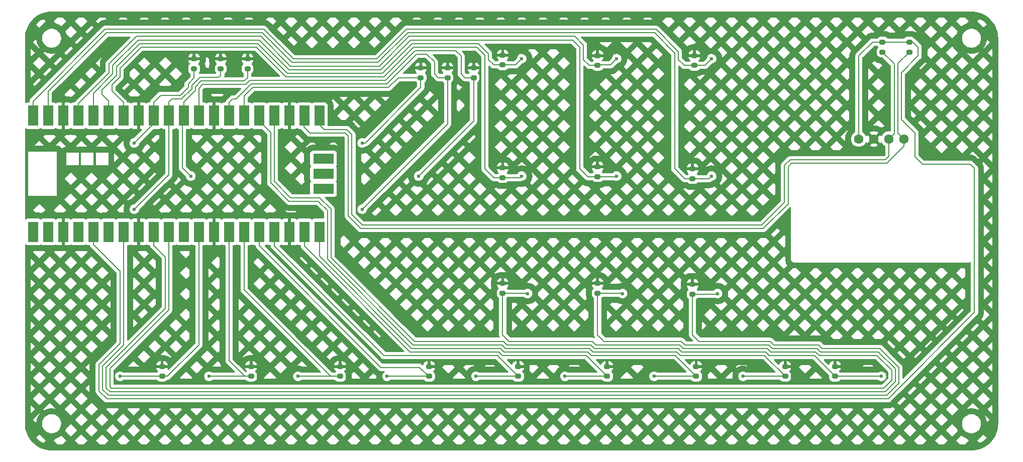
<source format=gbl>
G04 #@! TF.GenerationSoftware,KiCad,Pcbnew,8.0.2*
G04 #@! TF.CreationDate,2024-05-04T10:06:42+05:30*
G04 #@! TF.ProjectId,macroglider,6d616372-6f67-46c6-9964-65722e6b6963,V1*
G04 #@! TF.SameCoordinates,Original*
G04 #@! TF.FileFunction,Copper,L2,Bot*
G04 #@! TF.FilePolarity,Positive*
%FSLAX46Y46*%
G04 Gerber Fmt 4.6, Leading zero omitted, Abs format (unit mm)*
G04 Created by KiCad (PCBNEW 8.0.2) date 2024-05-04 10:06:42*
%MOMM*%
%LPD*%
G01*
G04 APERTURE LIST*
G04 Aperture macros list*
%AMRoundRect*
0 Rectangle with rounded corners*
0 $1 Rounding radius*
0 $2 $3 $4 $5 $6 $7 $8 $9 X,Y pos of 4 corners*
0 Add a 4 corners polygon primitive as box body*
4,1,4,$2,$3,$4,$5,$6,$7,$8,$9,$2,$3,0*
0 Add four circle primitives for the rounded corners*
1,1,$1+$1,$2,$3*
1,1,$1+$1,$4,$5*
1,1,$1+$1,$6,$7*
1,1,$1+$1,$8,$9*
0 Add four rect primitives between the rounded corners*
20,1,$1+$1,$2,$3,$4,$5,0*
20,1,$1+$1,$4,$5,$6,$7,0*
20,1,$1+$1,$6,$7,$8,$9,0*
20,1,$1+$1,$8,$9,$2,$3,0*%
G04 Aperture macros list end*
G04 #@! TA.AperFunction,SMDPad,CuDef*
%ADD10R,1.700000X3.500000*%
G04 #@! TD*
G04 #@! TA.AperFunction,SMDPad,CuDef*
%ADD11R,3.500000X1.700000*%
G04 #@! TD*
G04 #@! TA.AperFunction,ComponentPad*
%ADD12C,1.600000*%
G04 #@! TD*
G04 #@! TA.AperFunction,SMDPad,CuDef*
%ADD13RoundRect,0.200000X0.275000X-0.200000X0.275000X0.200000X-0.275000X0.200000X-0.275000X-0.200000X0*%
G04 #@! TD*
G04 #@! TA.AperFunction,ViaPad*
%ADD14C,0.600000*%
G04 #@! TD*
G04 #@! TA.AperFunction,Conductor*
%ADD15C,0.200000*%
G04 #@! TD*
G04 APERTURE END LIST*
D10*
X76870000Y-73070000D03*
X79410000Y-73070000D03*
X81950000Y-73070000D03*
X84490000Y-73070000D03*
X87030000Y-73070000D03*
X89570000Y-73070000D03*
X92110000Y-73070000D03*
X94650000Y-73070000D03*
X97190000Y-73070000D03*
X99730000Y-73070000D03*
X102270000Y-73070000D03*
X104810000Y-73070000D03*
X107350000Y-73070000D03*
X109890000Y-73070000D03*
X112430000Y-73070000D03*
X114970000Y-73070000D03*
X117510000Y-73070000D03*
X120050000Y-73070000D03*
X122590000Y-73070000D03*
X125130000Y-73070000D03*
X125130000Y-92650000D03*
X122590000Y-92650000D03*
X120050000Y-92650000D03*
X117510000Y-92650000D03*
X114970000Y-92650000D03*
X112430000Y-92650000D03*
X109890000Y-92650000D03*
X107350000Y-92650000D03*
X104810000Y-92650000D03*
X102270000Y-92650000D03*
X99730000Y-92650000D03*
X97190000Y-92650000D03*
X94650000Y-92650000D03*
X92110000Y-92650000D03*
X89570000Y-92650000D03*
X87030000Y-92650000D03*
X84490000Y-92650000D03*
X81950000Y-92650000D03*
X79410000Y-92650000D03*
X76870000Y-92650000D03*
D11*
X125800000Y-80320000D03*
X125800000Y-82860000D03*
X125800000Y-85400000D03*
D12*
X216000000Y-77000000D03*
X218540000Y-77000000D03*
X221080000Y-77000000D03*
X223620000Y-77000000D03*
D13*
X172000000Y-62950000D03*
X172000000Y-64600000D03*
X156000000Y-62850000D03*
X156000000Y-64500000D03*
X188000000Y-82025000D03*
X188000000Y-83675000D03*
X156000000Y-81850000D03*
X156000000Y-83500000D03*
X113600000Y-115350000D03*
X113600000Y-117000000D03*
X151100000Y-65000000D03*
X151100000Y-66650000D03*
X156000000Y-101350000D03*
X156000000Y-103000000D03*
X172000000Y-81700000D03*
X172000000Y-83350000D03*
X224500000Y-60675000D03*
X224500000Y-62325000D03*
X158600000Y-115350000D03*
X158600000Y-117000000D03*
X142200000Y-65000000D03*
X142200000Y-66650000D03*
X98600000Y-115350000D03*
X98600000Y-117000000D03*
X113000000Y-63500000D03*
X113000000Y-65150000D03*
X173600000Y-115350000D03*
X173600000Y-117000000D03*
X146700000Y-65000000D03*
X146700000Y-66650000D03*
X143600000Y-115350000D03*
X143600000Y-117000000D03*
X108500000Y-63500000D03*
X108500000Y-65150000D03*
X128600000Y-115350000D03*
X128600000Y-117000000D03*
X188000000Y-101500000D03*
X188000000Y-103150000D03*
X220000000Y-60675000D03*
X220000000Y-62325000D03*
X212000000Y-115350000D03*
X212000000Y-117000000D03*
X172000000Y-101350000D03*
X172000000Y-103000000D03*
X188300000Y-62950000D03*
X188300000Y-64600000D03*
X203600000Y-115350000D03*
X203600000Y-117000000D03*
X188600000Y-115350000D03*
X188600000Y-117000000D03*
X104000000Y-63500000D03*
X104000000Y-65150000D03*
D14*
X160200000Y-103050000D03*
X159200000Y-83250000D03*
X159203200Y-63450000D03*
X176200000Y-103050000D03*
X175203200Y-63450000D03*
X175200000Y-83250000D03*
X192200000Y-103050000D03*
X191200000Y-83250000D03*
X191203200Y-63450000D03*
X91500000Y-117000000D03*
X106500000Y-117000000D03*
X121500000Y-117000000D03*
X136500000Y-117000000D03*
X151500000Y-117000000D03*
X166500000Y-117000000D03*
X181500000Y-117000000D03*
X196500000Y-117000000D03*
X219810000Y-117000000D03*
X103448781Y-83250000D03*
X93923781Y-77662000D03*
X93923781Y-88838000D03*
X141850000Y-83250000D03*
X132325000Y-77662000D03*
X132325000Y-88838000D03*
D15*
X157100000Y-111100000D02*
X156000000Y-110000000D01*
X99730000Y-91750000D02*
X99730000Y-105815584D01*
X220204416Y-119000000D02*
X221550000Y-117654416D01*
X89800000Y-115745584D02*
X89800000Y-118754416D01*
X171694112Y-111700000D02*
X171094112Y-111100000D01*
X221550000Y-115997056D02*
X219052944Y-113500000D01*
X156000000Y-103000000D02*
X160150000Y-103000000D01*
X90045584Y-119000000D02*
X220204416Y-119000000D01*
X201197056Y-112900000D02*
X200597056Y-112300000D01*
X99730000Y-105815584D02*
X89800000Y-115745584D01*
X200597056Y-112300000D02*
X186445584Y-112300000D01*
X160150000Y-103000000D02*
X160200000Y-103050000D01*
X221550000Y-117654416D02*
X221550000Y-115997056D01*
X209348528Y-113500000D02*
X208748528Y-112900000D01*
X186445584Y-112300000D02*
X185845584Y-111700000D01*
X89800000Y-118754416D02*
X90045584Y-119000000D01*
X171094112Y-111100000D02*
X157100000Y-111100000D01*
X156000000Y-110000000D02*
X156000000Y-103000000D01*
X208748528Y-112900000D02*
X201197056Y-112900000D01*
X185845584Y-111700000D02*
X171694112Y-111700000D01*
X219052944Y-113500000D02*
X209348528Y-113500000D01*
X141000000Y-61500000D02*
X136000000Y-66500000D01*
X153000000Y-62848528D02*
X151651472Y-61500000D01*
X136000000Y-66500000D02*
X119500000Y-66500000D01*
X92110000Y-70860000D02*
X92110000Y-73000000D01*
X91500000Y-65045584D02*
X91500000Y-66545584D01*
X119500000Y-66500000D02*
X114500000Y-61500000D01*
X156000000Y-83500000D02*
X154500000Y-83500000D01*
X158950000Y-83500000D02*
X159200000Y-83250000D01*
X154500000Y-83500000D02*
X153000000Y-82000000D01*
X114500000Y-61500000D02*
X95045584Y-61500000D01*
X90170000Y-67875584D02*
X90170000Y-68920000D01*
X95045584Y-61500000D02*
X91500000Y-65045584D01*
X153000000Y-82000000D02*
X153000000Y-62848528D01*
X91500000Y-66545584D02*
X90170000Y-67875584D01*
X90170000Y-68920000D02*
X92110000Y-70860000D01*
X156000000Y-83500000D02*
X158950000Y-83500000D01*
X151651472Y-61500000D02*
X141000000Y-61500000D01*
X89570000Y-70570000D02*
X88500000Y-69500000D01*
X135751472Y-65900000D02*
X140751472Y-60900000D01*
X90900000Y-66297056D02*
X90900000Y-64797056D01*
X90900000Y-64797056D02*
X94797056Y-60900000D01*
X153600000Y-63600000D02*
X154500000Y-64500000D01*
X94797056Y-60900000D02*
X114748528Y-60900000D01*
X88500000Y-69500000D02*
X88500000Y-68697056D01*
X156000000Y-64500000D02*
X158153200Y-64500000D01*
X89570000Y-73000000D02*
X89570000Y-70570000D01*
X158153200Y-64500000D02*
X159203200Y-63450000D01*
X114748528Y-60900000D02*
X119748528Y-65900000D01*
X119748528Y-65900000D02*
X135751472Y-65900000D01*
X140751472Y-60900000D02*
X151900000Y-60900000D01*
X154500000Y-64500000D02*
X156000000Y-64500000D01*
X153600000Y-62600000D02*
X153600000Y-63600000D01*
X151900000Y-60900000D02*
X153600000Y-62600000D01*
X88500000Y-68697056D02*
X90900000Y-66297056D01*
X222150000Y-115748528D02*
X219301472Y-112900000D01*
X220452944Y-119600000D02*
X222150000Y-117902944D01*
X97190000Y-91750000D02*
X97190000Y-94940000D01*
X89797056Y-119600000D02*
X220452944Y-119600000D01*
X186094112Y-111100000D02*
X173100000Y-111100000D01*
X201445584Y-112300000D02*
X200845584Y-111700000D01*
X173100000Y-111100000D02*
X172000000Y-110000000D01*
X200845584Y-111700000D02*
X186694112Y-111700000D01*
X186694112Y-111700000D02*
X186094112Y-111100000D01*
X176150000Y-103000000D02*
X176200000Y-103050000D01*
X222150000Y-117902944D02*
X222150000Y-115748528D01*
X89200000Y-115497056D02*
X89200000Y-119002944D01*
X89200000Y-119002944D02*
X89797056Y-119600000D01*
X97190000Y-94940000D02*
X99130000Y-96880000D01*
X172000000Y-110000000D02*
X172000000Y-103000000D01*
X99130000Y-96880000D02*
X99130000Y-105567056D01*
X219301472Y-112900000D02*
X209597056Y-112900000D01*
X209597056Y-112900000D02*
X208997056Y-112300000D01*
X208997056Y-112300000D02*
X201445584Y-112300000D01*
X172000000Y-103000000D02*
X176150000Y-103000000D01*
X99130000Y-105567056D02*
X89200000Y-115497056D01*
X172100000Y-64500000D02*
X174153200Y-64500000D01*
X174153200Y-64500000D02*
X175203200Y-63450000D01*
X172000000Y-64600000D02*
X172100000Y-64500000D01*
X84490000Y-73000000D02*
X84490000Y-71010000D01*
X120245584Y-64700000D02*
X135254416Y-64700000D01*
X89700000Y-65800000D02*
X89700000Y-64300000D01*
X169600000Y-63600000D02*
X170600000Y-64600000D01*
X168150000Y-59700000D02*
X169600000Y-61150000D01*
X89700000Y-64300000D02*
X94300000Y-59700000D01*
X170600000Y-64600000D02*
X172000000Y-64600000D01*
X84490000Y-71010000D02*
X89700000Y-65800000D01*
X169600000Y-61150000D02*
X169600000Y-63600000D01*
X135254416Y-64700000D02*
X140254416Y-59700000D01*
X94300000Y-59700000D02*
X115245584Y-59700000D01*
X140254416Y-59700000D02*
X168150000Y-59700000D01*
X115245584Y-59700000D02*
X120245584Y-64700000D01*
X114997056Y-60300000D02*
X94548528Y-60300000D01*
X170350000Y-83350000D02*
X169000000Y-82000000D01*
X167800000Y-60300000D02*
X140502944Y-60300000D01*
X172000000Y-83350000D02*
X175100000Y-83350000D01*
X135502944Y-65300000D02*
X119997056Y-65300000D01*
X140502944Y-60300000D02*
X135502944Y-65300000D01*
X87030000Y-69318528D02*
X87030000Y-73000000D01*
X169000000Y-82000000D02*
X169000000Y-61500000D01*
X119997056Y-65300000D02*
X114997056Y-60300000D01*
X175100000Y-83350000D02*
X175200000Y-83250000D01*
X169000000Y-61500000D02*
X167800000Y-60300000D01*
X172000000Y-83350000D02*
X170350000Y-83350000D01*
X90300000Y-66048528D02*
X87030000Y-69318528D01*
X94548528Y-60300000D02*
X90300000Y-64548528D01*
X90300000Y-64548528D02*
X90300000Y-66048528D01*
X92110000Y-111738528D02*
X88600000Y-115248528D01*
X92110000Y-91750000D02*
X92110000Y-111738528D01*
X209845584Y-112300000D02*
X209245584Y-111700000D01*
X201694112Y-111700000D02*
X201094112Y-111100000D01*
X188000000Y-103150000D02*
X192100000Y-103150000D01*
X88600000Y-119251472D02*
X89548528Y-120200000D01*
X219550000Y-112300000D02*
X209845584Y-112300000D01*
X209245584Y-111700000D02*
X201694112Y-111700000D01*
X220701472Y-120200000D02*
X222750000Y-118151472D01*
X89548528Y-120200000D02*
X220701472Y-120200000D01*
X88600000Y-115248528D02*
X88600000Y-119251472D01*
X222750000Y-118151472D02*
X222750000Y-115500000D01*
X188000000Y-110000000D02*
X188000000Y-103150000D01*
X201094112Y-111100000D02*
X189100000Y-111100000D01*
X222750000Y-115500000D02*
X219550000Y-112300000D01*
X189100000Y-111100000D02*
X188000000Y-110000000D01*
X192100000Y-103150000D02*
X192200000Y-103050000D01*
X181600000Y-59100000D02*
X140005888Y-59100000D01*
X186675000Y-83675000D02*
X185000000Y-82000000D01*
X120494112Y-64100000D02*
X115494112Y-59100000D01*
X89248528Y-59100000D02*
X79410000Y-68938528D01*
X185000000Y-82000000D02*
X185000000Y-62500000D01*
X185000000Y-62500000D02*
X181600000Y-59100000D01*
X190775000Y-83675000D02*
X191200000Y-83250000D01*
X188000000Y-83675000D02*
X186675000Y-83675000D01*
X115494112Y-59100000D02*
X89248528Y-59100000D01*
X140005888Y-59100000D02*
X135005888Y-64100000D01*
X188000000Y-83675000D02*
X190775000Y-83675000D01*
X135005888Y-64100000D02*
X120494112Y-64100000D01*
X79410000Y-68938528D02*
X79410000Y-73000000D01*
X76870000Y-73000000D02*
X76870000Y-70630000D01*
X139757360Y-58500000D02*
X181848528Y-58500000D01*
X185600000Y-62251472D02*
X185600000Y-63600000D01*
X115742640Y-58500000D02*
X120742640Y-63500000D01*
X134757360Y-63500000D02*
X139757360Y-58500000D01*
X186600000Y-64600000D02*
X190053200Y-64600000D01*
X190053200Y-64600000D02*
X191203200Y-63450000D01*
X181848528Y-58500000D02*
X185600000Y-62251472D01*
X89000000Y-58500000D02*
X115742640Y-58500000D01*
X185600000Y-63600000D02*
X186600000Y-64600000D01*
X120742640Y-63500000D02*
X134757360Y-63500000D01*
X76870000Y-70630000D02*
X89000000Y-58500000D01*
X204438236Y-80500000D02*
X220500000Y-80500000D01*
X199651472Y-91500000D02*
X203500000Y-87651472D01*
X130600000Y-76251472D02*
X130600000Y-89751472D01*
X125130000Y-73000000D02*
X125130000Y-74630000D01*
X129748528Y-75400000D02*
X130600000Y-76251472D01*
X130600000Y-89751472D02*
X132348528Y-91500000D01*
X220500000Y-80500000D02*
X221080000Y-79920000D01*
X132348528Y-91500000D02*
X199651472Y-91500000D01*
X222000000Y-76080000D02*
X221080000Y-77000000D01*
X222000000Y-64325000D02*
X222000000Y-76080000D01*
X125130000Y-74630000D02*
X125900000Y-75400000D01*
X220000000Y-62325000D02*
X222000000Y-64325000D01*
X221080000Y-79920000D02*
X221080000Y-77000000D01*
X203500000Y-87651472D02*
X203500000Y-81438236D01*
X125900000Y-75400000D02*
X129748528Y-75400000D01*
X203500000Y-81438236D02*
X204438236Y-80500000D01*
X224500000Y-62325000D02*
X222600000Y-64225000D01*
X129500000Y-76000000D02*
X130000000Y-76500000D01*
X130000000Y-76500000D02*
X130000000Y-90000000D01*
X122500000Y-75000000D02*
X123500000Y-76000000D01*
X220748528Y-81100000D02*
X223620000Y-78228528D01*
X122500000Y-73090000D02*
X122500000Y-75000000D01*
X204100000Y-81686764D02*
X204686764Y-81100000D01*
X130000000Y-90000000D02*
X132100000Y-92100000D01*
X223620000Y-78228528D02*
X223620000Y-77000000D01*
X222600000Y-75980000D02*
X223620000Y-77000000D01*
X199900000Y-92100000D02*
X204100000Y-87900000D01*
X122590000Y-73000000D02*
X122500000Y-73090000D01*
X222600000Y-64225000D02*
X222600000Y-75980000D01*
X132100000Y-92100000D02*
X199900000Y-92100000D01*
X123500000Y-76000000D02*
X129500000Y-76000000D01*
X204686764Y-81100000D02*
X220748528Y-81100000D01*
X204100000Y-87900000D02*
X204100000Y-81686764D01*
X87030000Y-91750000D02*
X87030000Y-94780000D01*
X218325000Y-60675000D02*
X216000000Y-63000000D01*
X88000000Y-115000000D02*
X88000000Y-119500000D01*
X224500000Y-60675000D02*
X220000000Y-60675000D01*
X234786764Y-81250000D02*
X226750000Y-81250000D01*
X226000000Y-61500000D02*
X225175000Y-60675000D01*
X225500000Y-80000000D02*
X225500000Y-76000000D01*
X223200000Y-73700000D02*
X223200000Y-65800000D01*
X91510000Y-111490000D02*
X88000000Y-115000000D01*
X91510000Y-99260000D02*
X91510000Y-111490000D01*
X89300000Y-120800000D02*
X220950000Y-120800000D01*
X226750000Y-81250000D02*
X225500000Y-80000000D01*
X225500000Y-76000000D02*
X223200000Y-73700000D01*
X226000000Y-63000000D02*
X226000000Y-61500000D01*
X223200000Y-65800000D02*
X226000000Y-63000000D01*
X235500000Y-81963236D02*
X234786764Y-81250000D01*
X87030000Y-94780000D02*
X91510000Y-99260000D01*
X220950000Y-120800000D02*
X235500000Y-106250000D01*
X235500000Y-106250000D02*
X235500000Y-81963236D01*
X220000000Y-60675000D02*
X218325000Y-60675000D01*
X225175000Y-60675000D02*
X224500000Y-60675000D01*
X216000000Y-63000000D02*
X216000000Y-77000000D01*
X88000000Y-119500000D02*
X89300000Y-120800000D01*
X104810000Y-111690000D02*
X99500000Y-117000000D01*
X104810000Y-91750000D02*
X104810000Y-111690000D01*
X99500000Y-117000000D02*
X98600000Y-117000000D01*
X98600000Y-117000000D02*
X91500000Y-117000000D01*
X113600000Y-117000000D02*
X106500000Y-117000000D01*
X109890000Y-91750000D02*
X109890000Y-114390000D01*
X109890000Y-114390000D02*
X112500000Y-117000000D01*
X112500000Y-117000000D02*
X113600000Y-117000000D01*
X127000000Y-117000000D02*
X128600000Y-117000000D01*
X128600000Y-117000000D02*
X121500000Y-117000000D01*
X112430000Y-102430000D02*
X127000000Y-117000000D01*
X112430000Y-91750000D02*
X112430000Y-102430000D01*
X114970000Y-94970000D02*
X135500000Y-115500000D01*
X114970000Y-91750000D02*
X114970000Y-94970000D01*
X143500000Y-117000000D02*
X143600000Y-117000000D01*
X143600000Y-117000000D02*
X136500000Y-117000000D01*
X135500000Y-115500000D02*
X142000000Y-115500000D01*
X142000000Y-115500000D02*
X143500000Y-117000000D01*
X117510000Y-91750000D02*
X117510000Y-95010000D01*
X155100000Y-113500000D02*
X158600000Y-117000000D01*
X158600000Y-117000000D02*
X151500000Y-117000000D01*
X117510000Y-95010000D02*
X136000000Y-113500000D01*
X136000000Y-113500000D02*
X155100000Y-113500000D01*
X140400000Y-112900000D02*
X155348528Y-112900000D01*
X122590000Y-95090000D02*
X140400000Y-112900000D01*
X122590000Y-91750000D02*
X122590000Y-95090000D01*
X173600000Y-117000000D02*
X166500000Y-117000000D01*
X170100000Y-113500000D02*
X173600000Y-117000000D01*
X155348528Y-112900000D02*
X155948528Y-113500000D01*
X155948528Y-113500000D02*
X170100000Y-113500000D01*
X170348528Y-112900000D02*
X170948528Y-113500000D01*
X156197056Y-112900000D02*
X170348528Y-112900000D01*
X140648528Y-112300000D02*
X155597056Y-112300000D01*
X125130000Y-96781472D02*
X140648528Y-112300000D01*
X155597056Y-112300000D02*
X156197056Y-112900000D01*
X185100000Y-113500000D02*
X188600000Y-117000000D01*
X125130000Y-91750000D02*
X125130000Y-96781472D01*
X188600000Y-117000000D02*
X181500000Y-117000000D01*
X170948528Y-113500000D02*
X185100000Y-113500000D01*
X116910000Y-75910000D02*
X116910000Y-84410000D01*
X200100000Y-113500000D02*
X203600000Y-117000000D01*
X185948528Y-113500000D02*
X200100000Y-113500000D01*
X185348528Y-112900000D02*
X185948528Y-113500000D01*
X126480000Y-89070000D02*
X126480000Y-97282944D01*
X124910000Y-87500000D02*
X126480000Y-89070000D01*
X126480000Y-97282944D02*
X140897056Y-111700000D01*
X114970000Y-73000000D02*
X114970000Y-73970000D01*
X114970000Y-73970000D02*
X116910000Y-75910000D01*
X120000000Y-87500000D02*
X124910000Y-87500000D01*
X156445584Y-112300000D02*
X170597056Y-112300000D01*
X171197056Y-112900000D02*
X185348528Y-112900000D01*
X203600000Y-117000000D02*
X196500000Y-117000000D01*
X170597056Y-112300000D02*
X171197056Y-112900000D01*
X155845584Y-111700000D02*
X156445584Y-112300000D01*
X116910000Y-84410000D02*
X120000000Y-87500000D01*
X140897056Y-111700000D02*
X155845584Y-111700000D01*
X185597056Y-112300000D02*
X186197056Y-112900000D01*
X120248528Y-86900000D02*
X125158528Y-86900000D01*
X156694112Y-111700000D02*
X170845584Y-111700000D01*
X200948528Y-113500000D02*
X208500000Y-113500000D01*
X170845584Y-111700000D02*
X171445584Y-112300000D01*
X117510000Y-84161472D02*
X120248528Y-86900000D01*
X117510000Y-73000000D02*
X117510000Y-84161472D01*
X212000000Y-117000000D02*
X219810000Y-117000000D01*
X127080000Y-97034416D02*
X141145584Y-111100000D01*
X186197056Y-112900000D02*
X200348528Y-112900000D01*
X127080000Y-88821472D02*
X127080000Y-97034416D01*
X208500000Y-113500000D02*
X212000000Y-117000000D01*
X156094112Y-111100000D02*
X156694112Y-111700000D01*
X141145584Y-111100000D02*
X156094112Y-111100000D01*
X171445584Y-112300000D02*
X185597056Y-112300000D01*
X200348528Y-112900000D02*
X200948528Y-113500000D01*
X125158528Y-86900000D02*
X127080000Y-88821472D01*
X113000000Y-65150000D02*
X113000000Y-66650000D01*
X113000000Y-66650000D02*
X112450000Y-67200000D01*
X102000000Y-81801219D02*
X103448781Y-83250000D01*
X102270000Y-71440000D02*
X102270000Y-73000000D01*
X102270000Y-70730000D02*
X102270000Y-73000000D01*
X104210000Y-68191472D02*
X104210000Y-68790000D01*
X102270000Y-73000000D02*
X102000000Y-73270000D01*
X102000000Y-73270000D02*
X102000000Y-81801219D01*
X105201472Y-67200000D02*
X104210000Y-68191472D01*
X112450000Y-67200000D02*
X105201472Y-67200000D01*
X104210000Y-68790000D02*
X102270000Y-70730000D01*
X98350000Y-69650000D02*
X97190000Y-70810000D01*
X103010000Y-68292944D02*
X101652944Y-69650000D01*
X104000000Y-66704416D02*
X103010000Y-67694416D01*
X97190000Y-71440000D02*
X97190000Y-73000000D01*
X103010000Y-67694416D02*
X103010000Y-68292944D01*
X97190000Y-74395781D02*
X93923781Y-77662000D01*
X97190000Y-71440000D02*
X97190000Y-74395781D01*
X104000000Y-65150000D02*
X104000000Y-66704416D01*
X97190000Y-70810000D02*
X97190000Y-71440000D01*
X101652944Y-69650000D02*
X98350000Y-69650000D01*
X99730000Y-70770000D02*
X99730000Y-71440000D01*
X103610000Y-68541472D02*
X101901472Y-70250000D01*
X108500000Y-65150000D02*
X108500000Y-66250000D01*
X108150000Y-66600000D02*
X104952944Y-66600000D01*
X103610000Y-67942944D02*
X103610000Y-68541472D01*
X101901472Y-70250000D02*
X100250000Y-70250000D01*
X99730000Y-71440000D02*
X99730000Y-83031781D01*
X99730000Y-71440000D02*
X99730000Y-73000000D01*
X99730000Y-83031781D02*
X93923781Y-88838000D01*
X100250000Y-70250000D02*
X99730000Y-70770000D01*
X104952944Y-66600000D02*
X103610000Y-67942944D01*
X108500000Y-66250000D02*
X108150000Y-66600000D01*
X149000000Y-63000000D02*
X149000000Y-66000000D01*
X151100000Y-74000000D02*
X141850000Y-83250000D01*
X141248528Y-62100000D02*
X148100000Y-62100000D01*
X105450000Y-67800000D02*
X112698528Y-67800000D01*
X149000000Y-66000000D02*
X149650000Y-66650000D01*
X112698528Y-67800000D02*
X113398528Y-67100000D01*
X104810000Y-73000000D02*
X104810000Y-68440000D01*
X149650000Y-66650000D02*
X151100000Y-66650000D01*
X151100000Y-66650000D02*
X151100000Y-74000000D01*
X113398528Y-67100000D02*
X136248528Y-67100000D01*
X148100000Y-62100000D02*
X149000000Y-63000000D01*
X104810000Y-68440000D02*
X105450000Y-67800000D01*
X136248528Y-67100000D02*
X141248528Y-62100000D01*
X113895584Y-68300000D02*
X112430000Y-69765584D01*
X142200000Y-66650000D02*
X142200000Y-68300000D01*
X112430000Y-69765584D02*
X112430000Y-73000000D01*
X136745584Y-68300000D02*
X113895584Y-68300000D01*
X132838000Y-77662000D02*
X132325000Y-77662000D01*
X142200000Y-68300000D02*
X132838000Y-77662000D01*
X138395584Y-66650000D02*
X136745584Y-68300000D01*
X142200000Y-66650000D02*
X138395584Y-66650000D01*
X144500000Y-64000000D02*
X143200000Y-62700000D01*
X113647056Y-67700000D02*
X111097056Y-70250000D01*
X146700000Y-74463000D02*
X132325000Y-88838000D01*
X143200000Y-62700000D02*
X141497056Y-62700000D01*
X144500000Y-66000000D02*
X144500000Y-64000000D01*
X141497056Y-62700000D02*
X136497056Y-67700000D01*
X145150000Y-66650000D02*
X144500000Y-66000000D01*
X110500000Y-70250000D02*
X109890000Y-70860000D01*
X111097056Y-70250000D02*
X110500000Y-70250000D01*
X146700000Y-66650000D02*
X145150000Y-66650000D01*
X146700000Y-66650000D02*
X146700000Y-74463000D01*
X109890000Y-70860000D02*
X109890000Y-73000000D01*
X136497056Y-67700000D02*
X113647056Y-67700000D01*
G04 #@! TA.AperFunction,Conductor*
G36*
X235002702Y-55500617D02*
G01*
X235386771Y-55517386D01*
X235397506Y-55518326D01*
X235775971Y-55568152D01*
X235786597Y-55570025D01*
X236159284Y-55652648D01*
X236169710Y-55655442D01*
X236533765Y-55770227D01*
X236543911Y-55773920D01*
X236896578Y-55920000D01*
X236906369Y-55924566D01*
X237244942Y-56100816D01*
X237254310Y-56106224D01*
X237576244Y-56311318D01*
X237585105Y-56317523D01*
X237887930Y-56549889D01*
X237896217Y-56556843D01*
X238177635Y-56814715D01*
X238185284Y-56822364D01*
X238443156Y-57103782D01*
X238450110Y-57112069D01*
X238682476Y-57414894D01*
X238688681Y-57423755D01*
X238893775Y-57745689D01*
X238899183Y-57755057D01*
X239075430Y-58093623D01*
X239080002Y-58103427D01*
X239226075Y-58456078D01*
X239229775Y-58466244D01*
X239344554Y-58830278D01*
X239347354Y-58840727D01*
X239429971Y-59213389D01*
X239431849Y-59224042D01*
X239481671Y-59602473D01*
X239482614Y-59613249D01*
X239499382Y-59997297D01*
X239499500Y-60002706D01*
X239499500Y-124997293D01*
X239499382Y-125002702D01*
X239482614Y-125386750D01*
X239481671Y-125397526D01*
X239431849Y-125775957D01*
X239429971Y-125786610D01*
X239347354Y-126159272D01*
X239344554Y-126169721D01*
X239229775Y-126533755D01*
X239226075Y-126543921D01*
X239080002Y-126896572D01*
X239075430Y-126906376D01*
X238899183Y-127244942D01*
X238893775Y-127254310D01*
X238688681Y-127576244D01*
X238682476Y-127585105D01*
X238450110Y-127887930D01*
X238443156Y-127896217D01*
X238185284Y-128177635D01*
X238177635Y-128185284D01*
X237896217Y-128443156D01*
X237887930Y-128450110D01*
X237585105Y-128682476D01*
X237576244Y-128688681D01*
X237254310Y-128893775D01*
X237244942Y-128899183D01*
X236906376Y-129075430D01*
X236896572Y-129080002D01*
X236543921Y-129226075D01*
X236533755Y-129229775D01*
X236169721Y-129344554D01*
X236159272Y-129347354D01*
X235786610Y-129429971D01*
X235775957Y-129431849D01*
X235397526Y-129481671D01*
X235386750Y-129482614D01*
X235002703Y-129499382D01*
X234997294Y-129499500D01*
X80002706Y-129499500D01*
X79997297Y-129499382D01*
X79613249Y-129482614D01*
X79602473Y-129481671D01*
X79224042Y-129431849D01*
X79213389Y-129429971D01*
X78840727Y-129347354D01*
X78830278Y-129344554D01*
X78466244Y-129229775D01*
X78456078Y-129226075D01*
X78103427Y-129080002D01*
X78093623Y-129075430D01*
X77755057Y-128899183D01*
X77745689Y-128893775D01*
X77423755Y-128688681D01*
X77414894Y-128682476D01*
X77112069Y-128450110D01*
X77103782Y-128443156D01*
X76822364Y-128185284D01*
X76814715Y-128177635D01*
X76556843Y-127896217D01*
X76549889Y-127887930D01*
X76317523Y-127585105D01*
X76311318Y-127576244D01*
X76197632Y-127397793D01*
X76146692Y-127317833D01*
X77380479Y-127317833D01*
X77524736Y-127475261D01*
X77749885Y-127681572D01*
X77992158Y-127867475D01*
X78249729Y-128031565D01*
X78520598Y-128172571D01*
X78612021Y-128210440D01*
X78967124Y-127855337D01*
X80378509Y-127855337D01*
X81024671Y-128501500D01*
X81856497Y-128501500D01*
X82502659Y-127855338D01*
X83914043Y-127855338D01*
X84560205Y-128501500D01*
X85392031Y-128501500D01*
X86038193Y-127855338D01*
X87449577Y-127855338D01*
X88095739Y-128501500D01*
X88927565Y-128501500D01*
X89573727Y-127855338D01*
X90985111Y-127855338D01*
X91631273Y-128501500D01*
X92463099Y-128501500D01*
X93109261Y-127855338D01*
X94520645Y-127855338D01*
X95166807Y-128501500D01*
X95998633Y-128501500D01*
X96644795Y-127855338D01*
X98056179Y-127855338D01*
X98702341Y-128501500D01*
X99534167Y-128501500D01*
X100180329Y-127855338D01*
X101591713Y-127855338D01*
X102237875Y-128501500D01*
X103069701Y-128501500D01*
X103715863Y-127855338D01*
X105127247Y-127855338D01*
X105773409Y-128501500D01*
X106605235Y-128501500D01*
X107251397Y-127855338D01*
X108662781Y-127855338D01*
X109308943Y-128501500D01*
X110140769Y-128501500D01*
X110786931Y-127855338D01*
X112198315Y-127855338D01*
X112844477Y-128501500D01*
X113676303Y-128501500D01*
X114322464Y-127855338D01*
X115733848Y-127855338D01*
X116380010Y-128501500D01*
X117211836Y-128501500D01*
X117857998Y-127855338D01*
X119269382Y-127855338D01*
X119915544Y-128501500D01*
X120747370Y-128501500D01*
X121393532Y-127855338D01*
X122804916Y-127855338D01*
X123451078Y-128501500D01*
X124282904Y-128501500D01*
X124929066Y-127855338D01*
X126340450Y-127855338D01*
X126986612Y-128501500D01*
X127818438Y-128501500D01*
X128464600Y-127855338D01*
X129875984Y-127855338D01*
X130522146Y-128501500D01*
X131353972Y-128501500D01*
X132000134Y-127855338D01*
X133411518Y-127855338D01*
X134057680Y-128501500D01*
X134889506Y-128501500D01*
X135535668Y-127855338D01*
X136947052Y-127855338D01*
X137593214Y-128501500D01*
X138425040Y-128501500D01*
X139071202Y-127855338D01*
X140482586Y-127855338D01*
X141128748Y-128501500D01*
X141960574Y-128501500D01*
X142606736Y-127855338D01*
X144018120Y-127855338D01*
X144664282Y-128501500D01*
X145496108Y-128501500D01*
X146142270Y-127855338D01*
X147553654Y-127855338D01*
X148199816Y-128501500D01*
X149031642Y-128501500D01*
X149677803Y-127855338D01*
X151089188Y-127855338D01*
X151735350Y-128501500D01*
X152567176Y-128501500D01*
X153213337Y-127855338D01*
X154624721Y-127855338D01*
X155270883Y-128501500D01*
X156102709Y-128501500D01*
X156748871Y-127855338D01*
X158160255Y-127855338D01*
X158806417Y-128501500D01*
X159638243Y-128501500D01*
X160284405Y-127855338D01*
X161695789Y-127855338D01*
X162341951Y-128501500D01*
X163173777Y-128501500D01*
X163819939Y-127855338D01*
X165231323Y-127855338D01*
X165877485Y-128501500D01*
X166709311Y-128501500D01*
X167355473Y-127855338D01*
X168766857Y-127855338D01*
X169413019Y-128501500D01*
X170244845Y-128501500D01*
X170891007Y-127855338D01*
X172302391Y-127855338D01*
X172948553Y-128501500D01*
X173780379Y-128501500D01*
X174426541Y-127855338D01*
X175837925Y-127855338D01*
X176484087Y-128501500D01*
X177315913Y-128501500D01*
X177962075Y-127855338D01*
X179373459Y-127855338D01*
X180019621Y-128501500D01*
X180851447Y-128501500D01*
X181497609Y-127855338D01*
X182908993Y-127855338D01*
X183555155Y-128501500D01*
X184386981Y-128501500D01*
X185033143Y-127855338D01*
X186444527Y-127855338D01*
X187090689Y-128501500D01*
X187922515Y-128501500D01*
X188568676Y-127855338D01*
X189980060Y-127855338D01*
X190626222Y-128501500D01*
X191458048Y-128501500D01*
X192104210Y-127855338D01*
X193515594Y-127855338D01*
X194161756Y-128501500D01*
X194993582Y-128501500D01*
X195639744Y-127855338D01*
X197051128Y-127855338D01*
X197697290Y-128501500D01*
X198529116Y-128501500D01*
X199175278Y-127855338D01*
X200586662Y-127855338D01*
X201232824Y-128501500D01*
X202064650Y-128501500D01*
X202710812Y-127855338D01*
X204122196Y-127855338D01*
X204768358Y-128501500D01*
X205600184Y-128501500D01*
X206246346Y-127855338D01*
X207657730Y-127855338D01*
X208303892Y-128501500D01*
X209135718Y-128501500D01*
X209781880Y-127855338D01*
X211193264Y-127855338D01*
X211839426Y-128501500D01*
X212671252Y-128501500D01*
X213317414Y-127855338D01*
X214728798Y-127855338D01*
X215374960Y-128501500D01*
X216206786Y-128501500D01*
X216852948Y-127855338D01*
X218264332Y-127855338D01*
X218910494Y-128501500D01*
X219742320Y-128501500D01*
X220388482Y-127855338D01*
X221799866Y-127855338D01*
X222446028Y-128501500D01*
X223277854Y-128501500D01*
X223924016Y-127855338D01*
X225335400Y-127855338D01*
X225981562Y-128501500D01*
X226813388Y-128501500D01*
X227459549Y-127855338D01*
X228870933Y-127855338D01*
X229517095Y-128501500D01*
X230348921Y-128501500D01*
X230995083Y-127855338D01*
X232406467Y-127855338D01*
X233052629Y-128501500D01*
X233884455Y-128501500D01*
X234530617Y-127855338D01*
X235942001Y-127855338D01*
X236323719Y-128237056D01*
X236479399Y-128172571D01*
X236750268Y-128031565D01*
X237007839Y-127867475D01*
X237250112Y-127681572D01*
X237475261Y-127475261D01*
X237576065Y-127365252D01*
X237004076Y-126793263D01*
X235942001Y-127855338D01*
X234530617Y-127855338D01*
X234122329Y-127447050D01*
X234058591Y-127426341D01*
X234053996Y-127424748D01*
X234026387Y-127414564D01*
X234021856Y-127412791D01*
X233985640Y-127397793D01*
X233981172Y-127395838D01*
X233954397Y-127383495D01*
X233950014Y-127381370D01*
X233690610Y-127249197D01*
X233686317Y-127246902D01*
X233660621Y-127232512D01*
X233656421Y-127230050D01*
X233622998Y-127209569D01*
X233618897Y-127206945D01*
X233594401Y-127190578D01*
X233590405Y-127187792D01*
X233354866Y-127016663D01*
X233350979Y-127013721D01*
X233327821Y-126995463D01*
X233324055Y-126992372D01*
X233294596Y-126967208D01*
X232406467Y-127855338D01*
X230995083Y-127855338D01*
X229933008Y-126793263D01*
X228870933Y-127855338D01*
X227459549Y-127855338D01*
X226397474Y-126793263D01*
X225335400Y-127855338D01*
X223924016Y-127855338D01*
X222861941Y-126793263D01*
X221799866Y-127855338D01*
X220388482Y-127855338D01*
X219326407Y-126793263D01*
X218264332Y-127855338D01*
X216852948Y-127855338D01*
X215790873Y-126793263D01*
X214728798Y-127855338D01*
X213317414Y-127855338D01*
X212255339Y-126793263D01*
X211193264Y-127855338D01*
X209781880Y-127855338D01*
X208719805Y-126793263D01*
X207657730Y-127855338D01*
X206246346Y-127855338D01*
X205184271Y-126793263D01*
X204122196Y-127855338D01*
X202710812Y-127855338D01*
X201648737Y-126793263D01*
X200586662Y-127855338D01*
X199175278Y-127855338D01*
X198113203Y-126793263D01*
X197051128Y-127855338D01*
X195639744Y-127855338D01*
X194577669Y-126793263D01*
X193515594Y-127855338D01*
X192104210Y-127855338D01*
X191042135Y-126793263D01*
X189980060Y-127855338D01*
X188568676Y-127855338D01*
X187506601Y-126793263D01*
X186444527Y-127855338D01*
X185033143Y-127855338D01*
X183971068Y-126793263D01*
X182908993Y-127855338D01*
X181497609Y-127855338D01*
X180435534Y-126793263D01*
X179373459Y-127855338D01*
X177962075Y-127855338D01*
X176900000Y-126793263D01*
X175837925Y-127855338D01*
X174426541Y-127855338D01*
X173364466Y-126793263D01*
X172302391Y-127855338D01*
X170891007Y-127855338D01*
X169828932Y-126793263D01*
X168766857Y-127855338D01*
X167355473Y-127855338D01*
X166293398Y-126793263D01*
X165231323Y-127855338D01*
X163819939Y-127855338D01*
X162757864Y-126793263D01*
X161695789Y-127855338D01*
X160284405Y-127855338D01*
X159222330Y-126793263D01*
X158160255Y-127855338D01*
X156748871Y-127855338D01*
X155686796Y-126793263D01*
X154624721Y-127855338D01*
X153213337Y-127855338D01*
X152151262Y-126793263D01*
X151089188Y-127855338D01*
X149677803Y-127855338D01*
X148615728Y-126793263D01*
X147553654Y-127855338D01*
X146142270Y-127855338D01*
X145080195Y-126793263D01*
X144018120Y-127855338D01*
X142606736Y-127855338D01*
X141544661Y-126793263D01*
X140482586Y-127855338D01*
X139071202Y-127855338D01*
X138009127Y-126793263D01*
X136947052Y-127855338D01*
X135535668Y-127855338D01*
X134473593Y-126793263D01*
X133411518Y-127855338D01*
X132000134Y-127855338D01*
X130938059Y-126793263D01*
X129875984Y-127855338D01*
X128464600Y-127855338D01*
X127402525Y-126793263D01*
X126340450Y-127855338D01*
X124929066Y-127855338D01*
X123866991Y-126793263D01*
X122804916Y-127855338D01*
X121393532Y-127855338D01*
X120331457Y-126793263D01*
X119269382Y-127855338D01*
X117857998Y-127855338D01*
X116795923Y-126793263D01*
X115733848Y-127855338D01*
X114322464Y-127855338D01*
X113260389Y-126793263D01*
X112198315Y-127855338D01*
X110786931Y-127855338D01*
X109724856Y-126793263D01*
X108662781Y-127855338D01*
X107251397Y-127855338D01*
X106189322Y-126793263D01*
X105127247Y-127855338D01*
X103715863Y-127855338D01*
X102653788Y-126793263D01*
X101591713Y-127855338D01*
X100180329Y-127855338D01*
X99118254Y-126793263D01*
X98056179Y-127855338D01*
X96644795Y-127855338D01*
X95582720Y-126793263D01*
X94520645Y-127855338D01*
X93109261Y-127855338D01*
X92047186Y-126793263D01*
X90985111Y-127855338D01*
X89573727Y-127855338D01*
X88511652Y-126793263D01*
X87449577Y-127855338D01*
X86038193Y-127855338D01*
X84976118Y-126793263D01*
X83914043Y-127855338D01*
X82502659Y-127855338D01*
X81655742Y-127008421D01*
X81649021Y-127013721D01*
X81645134Y-127016663D01*
X81409595Y-127187792D01*
X81405599Y-127190578D01*
X81381103Y-127206945D01*
X81377002Y-127209569D01*
X81343579Y-127230050D01*
X81339379Y-127232512D01*
X81313683Y-127246902D01*
X81309390Y-127249197D01*
X81049986Y-127381370D01*
X81045603Y-127383495D01*
X81018828Y-127395838D01*
X81014360Y-127397793D01*
X80978144Y-127412791D01*
X80973613Y-127414564D01*
X80946004Y-127424748D01*
X80941409Y-127426341D01*
X80743057Y-127490789D01*
X80378509Y-127855337D01*
X78967124Y-127855337D01*
X77905050Y-126793262D01*
X77380479Y-127317833D01*
X76146692Y-127317833D01*
X76106223Y-127254309D01*
X76100816Y-127244942D01*
X76072516Y-127190578D01*
X75924566Y-126906369D01*
X75919997Y-126896572D01*
X75781036Y-126561090D01*
X75773920Y-126543911D01*
X75770224Y-126533755D01*
X75655442Y-126169710D01*
X75652648Y-126159284D01*
X75570025Y-125786597D01*
X75568152Y-125775971D01*
X75518326Y-125397506D01*
X75517386Y-125386771D01*
X75500618Y-125002702D01*
X75500500Y-124997293D01*
X75500500Y-124319804D01*
X76842976Y-124319804D01*
X77401500Y-124878328D01*
X77401500Y-124874038D01*
X78399500Y-124874038D01*
X78399500Y-125125962D01*
X78438910Y-125374785D01*
X78516760Y-125614383D01*
X78631132Y-125838848D01*
X78779201Y-126042649D01*
X78779205Y-126042654D01*
X78957345Y-126220794D01*
X78957350Y-126220798D01*
X79135117Y-126349952D01*
X79161155Y-126368870D01*
X79304184Y-126441747D01*
X79385616Y-126483239D01*
X79385618Y-126483239D01*
X79385621Y-126483241D01*
X79625215Y-126561090D01*
X79874038Y-126600500D01*
X79874039Y-126600500D01*
X80125961Y-126600500D01*
X80125962Y-126600500D01*
X80374785Y-126561090D01*
X80614379Y-126483241D01*
X80838845Y-126368870D01*
X81029125Y-126230624D01*
X82289329Y-126230624D01*
X83208351Y-127149646D01*
X84270426Y-126087571D01*
X85681810Y-126087571D01*
X86743885Y-127149646D01*
X87805960Y-126087571D01*
X89217344Y-126087571D01*
X90279419Y-127149646D01*
X91341494Y-126087571D01*
X92752878Y-126087571D01*
X93814953Y-127149646D01*
X94877028Y-126087571D01*
X96288412Y-126087571D01*
X97350487Y-127149646D01*
X98412562Y-126087571D01*
X99823946Y-126087571D01*
X100886021Y-127149646D01*
X101948096Y-126087571D01*
X103359480Y-126087571D01*
X104421555Y-127149646D01*
X105483630Y-126087571D01*
X106895014Y-126087571D01*
X107957089Y-127149646D01*
X109019164Y-126087571D01*
X110430548Y-126087571D01*
X111492622Y-127149645D01*
X112554697Y-126087571D01*
X113966082Y-126087571D01*
X115028156Y-127149645D01*
X116090231Y-126087571D01*
X117501615Y-126087571D01*
X118563690Y-127149645D01*
X119625765Y-126087571D01*
X121037149Y-126087571D01*
X122099224Y-127149646D01*
X123161299Y-126087571D01*
X124572683Y-126087571D01*
X125634758Y-127149646D01*
X126696833Y-126087571D01*
X128108217Y-126087571D01*
X129170292Y-127149646D01*
X130232367Y-126087571D01*
X131643751Y-126087571D01*
X132705826Y-127149646D01*
X133767901Y-126087571D01*
X135179285Y-126087571D01*
X136241360Y-127149646D01*
X137303435Y-126087571D01*
X138714819Y-126087571D01*
X139776894Y-127149646D01*
X140838969Y-126087571D01*
X142250353Y-126087571D01*
X143312428Y-127149646D01*
X144374503Y-126087571D01*
X145785887Y-126087571D01*
X146847962Y-127149646D01*
X147910037Y-126087571D01*
X149321421Y-126087571D01*
X150383495Y-127149645D01*
X151445570Y-126087571D01*
X152856954Y-126087571D01*
X153919029Y-127149645D01*
X154981104Y-126087571D01*
X156392488Y-126087571D01*
X157454563Y-127149645D01*
X158516638Y-126087571D01*
X159928022Y-126087571D01*
X160990097Y-127149646D01*
X162052172Y-126087571D01*
X163463556Y-126087571D01*
X164525631Y-127149646D01*
X165587706Y-126087571D01*
X166999090Y-126087571D01*
X168061165Y-127149646D01*
X169123240Y-126087571D01*
X170534624Y-126087571D01*
X171596699Y-127149646D01*
X172658774Y-126087571D01*
X174070158Y-126087571D01*
X175132233Y-127149646D01*
X176194308Y-126087571D01*
X177605692Y-126087571D01*
X178667767Y-127149646D01*
X179729842Y-126087571D01*
X181141226Y-126087571D01*
X182203301Y-127149646D01*
X183265376Y-126087571D01*
X184676760Y-126087571D01*
X185738835Y-127149646D01*
X186800910Y-126087571D01*
X188212294Y-126087571D01*
X189274368Y-127149645D01*
X190336443Y-126087571D01*
X191747827Y-126087571D01*
X192809902Y-127149645D01*
X193871977Y-126087571D01*
X195283361Y-126087571D01*
X196345436Y-127149646D01*
X197407511Y-126087571D01*
X198818895Y-126087571D01*
X199880970Y-127149646D01*
X200943045Y-126087571D01*
X202354429Y-126087571D01*
X203416504Y-127149646D01*
X204478579Y-126087571D01*
X205889963Y-126087571D01*
X206952038Y-127149646D01*
X208014113Y-126087571D01*
X209425497Y-126087571D01*
X210487572Y-127149646D01*
X211549647Y-126087571D01*
X212961031Y-126087571D01*
X214023106Y-127149646D01*
X215085181Y-126087571D01*
X216496565Y-126087571D01*
X217558640Y-127149646D01*
X218620715Y-126087571D01*
X220032099Y-126087571D01*
X221094174Y-127149646D01*
X222156249Y-126087571D01*
X223567633Y-126087571D01*
X224629707Y-127149645D01*
X225691782Y-126087571D01*
X227103167Y-126087571D01*
X228165241Y-127149645D01*
X229227316Y-126087571D01*
X230638700Y-126087571D01*
X231700774Y-127149645D01*
X232679996Y-126170423D01*
X232618630Y-126049985D01*
X232616505Y-126045603D01*
X232604162Y-126018828D01*
X232602207Y-126014360D01*
X232587209Y-125978144D01*
X232585436Y-125973613D01*
X232575252Y-125946004D01*
X232573659Y-125941410D01*
X232552947Y-125877668D01*
X231700775Y-125025496D01*
X230638700Y-126087571D01*
X229227316Y-126087571D01*
X228165241Y-125025496D01*
X227103167Y-126087571D01*
X225691782Y-126087571D01*
X224629707Y-125025496D01*
X223567633Y-126087571D01*
X222156249Y-126087571D01*
X221094174Y-125025496D01*
X220032099Y-126087571D01*
X218620715Y-126087571D01*
X217558640Y-125025496D01*
X216496565Y-126087571D01*
X215085181Y-126087571D01*
X214023106Y-125025496D01*
X212961031Y-126087571D01*
X211549647Y-126087571D01*
X210487572Y-125025496D01*
X209425497Y-126087571D01*
X208014113Y-126087571D01*
X206952038Y-125025496D01*
X205889963Y-126087571D01*
X204478579Y-126087571D01*
X203416504Y-125025496D01*
X202354429Y-126087571D01*
X200943045Y-126087571D01*
X199880970Y-125025496D01*
X198818895Y-126087571D01*
X197407511Y-126087571D01*
X196345436Y-125025496D01*
X195283361Y-126087571D01*
X193871977Y-126087571D01*
X192809902Y-125025496D01*
X191747827Y-126087571D01*
X190336443Y-126087571D01*
X189274368Y-125025496D01*
X188212294Y-126087571D01*
X186800910Y-126087571D01*
X185738835Y-125025496D01*
X184676760Y-126087571D01*
X183265376Y-126087571D01*
X182203301Y-125025496D01*
X181141226Y-126087571D01*
X179729842Y-126087571D01*
X178667767Y-125025496D01*
X177605692Y-126087571D01*
X176194308Y-126087571D01*
X175132233Y-125025496D01*
X174070158Y-126087571D01*
X172658774Y-126087571D01*
X171596699Y-125025496D01*
X170534624Y-126087571D01*
X169123240Y-126087571D01*
X168061165Y-125025496D01*
X166999090Y-126087571D01*
X165587706Y-126087571D01*
X164525631Y-125025496D01*
X163463556Y-126087571D01*
X162052172Y-126087571D01*
X160990097Y-125025496D01*
X159928022Y-126087571D01*
X158516638Y-126087571D01*
X157454563Y-125025496D01*
X156392488Y-126087571D01*
X154981104Y-126087571D01*
X153919029Y-125025496D01*
X152856954Y-126087571D01*
X151445570Y-126087571D01*
X150383495Y-125025496D01*
X149321421Y-126087571D01*
X147910037Y-126087571D01*
X146847962Y-125025496D01*
X145785887Y-126087571D01*
X144374503Y-126087571D01*
X143312428Y-125025496D01*
X142250353Y-126087571D01*
X140838969Y-126087571D01*
X139776894Y-125025496D01*
X138714819Y-126087571D01*
X137303435Y-126087571D01*
X136241360Y-125025496D01*
X135179285Y-126087571D01*
X133767901Y-126087571D01*
X132705826Y-125025496D01*
X131643751Y-126087571D01*
X130232367Y-126087571D01*
X129170292Y-125025496D01*
X128108217Y-126087571D01*
X126696833Y-126087571D01*
X125634758Y-125025496D01*
X124572683Y-126087571D01*
X123161299Y-126087571D01*
X122099224Y-125025496D01*
X121037149Y-126087571D01*
X119625765Y-126087571D01*
X118563690Y-125025496D01*
X117501615Y-126087571D01*
X116090231Y-126087571D01*
X115028156Y-125025496D01*
X113966082Y-126087571D01*
X112554697Y-126087571D01*
X111492622Y-125025496D01*
X110430548Y-126087571D01*
X109019164Y-126087571D01*
X107957089Y-125025496D01*
X106895014Y-126087571D01*
X105483630Y-126087571D01*
X104421555Y-125025496D01*
X103359480Y-126087571D01*
X101948096Y-126087571D01*
X100886021Y-125025496D01*
X99823946Y-126087571D01*
X98412562Y-126087571D01*
X97350487Y-125025496D01*
X96288412Y-126087571D01*
X94877028Y-126087571D01*
X93814953Y-125025496D01*
X92752878Y-126087571D01*
X91341494Y-126087571D01*
X90279419Y-125025496D01*
X89217344Y-126087571D01*
X87805960Y-126087571D01*
X86743885Y-125025496D01*
X85681810Y-126087571D01*
X84270426Y-126087571D01*
X83208350Y-125025495D01*
X82490789Y-125743056D01*
X82426341Y-125941409D01*
X82424748Y-125946004D01*
X82414564Y-125973613D01*
X82412791Y-125978144D01*
X82397793Y-126014360D01*
X82395838Y-126018828D01*
X82383495Y-126045603D01*
X82381370Y-126049986D01*
X82289329Y-126230624D01*
X81029125Y-126230624D01*
X81042656Y-126220793D01*
X81220793Y-126042656D01*
X81368870Y-125838845D01*
X81483241Y-125614379D01*
X81561090Y-125374785D01*
X81600500Y-125125962D01*
X81600500Y-124874038D01*
X81561090Y-124625215D01*
X81483241Y-124385621D01*
X81483239Y-124385618D01*
X81483239Y-124385616D01*
X81449706Y-124319804D01*
X83914043Y-124319804D01*
X84976118Y-125381879D01*
X86038193Y-124319804D01*
X87449577Y-124319804D01*
X88511652Y-125381879D01*
X89573727Y-124319804D01*
X90985111Y-124319804D01*
X92047186Y-125381879D01*
X93109261Y-124319804D01*
X94520645Y-124319804D01*
X95582720Y-125381879D01*
X96644795Y-124319804D01*
X98056179Y-124319804D01*
X99118254Y-125381879D01*
X100180329Y-124319804D01*
X101591713Y-124319804D01*
X102653788Y-125381879D01*
X103715863Y-124319804D01*
X105127247Y-124319804D01*
X106189322Y-125381879D01*
X107251397Y-124319804D01*
X108662781Y-124319804D01*
X109724856Y-125381879D01*
X110786931Y-124319804D01*
X112198315Y-124319804D01*
X113260389Y-125381878D01*
X114322464Y-124319804D01*
X115733848Y-124319804D01*
X116795923Y-125381878D01*
X117857998Y-124319804D01*
X119269382Y-124319804D01*
X120331457Y-125381878D01*
X121393532Y-124319804D01*
X122804916Y-124319804D01*
X123866991Y-125381879D01*
X124929066Y-124319804D01*
X126340450Y-124319804D01*
X127402525Y-125381879D01*
X128464600Y-124319804D01*
X129875984Y-124319804D01*
X130938059Y-125381879D01*
X132000134Y-124319804D01*
X133411518Y-124319804D01*
X134473593Y-125381879D01*
X135535668Y-124319804D01*
X136947052Y-124319804D01*
X138009127Y-125381879D01*
X139071202Y-124319804D01*
X140482586Y-124319804D01*
X141544661Y-125381879D01*
X142606736Y-124319804D01*
X144018120Y-124319804D01*
X145080195Y-125381879D01*
X146142270Y-124319804D01*
X147553654Y-124319804D01*
X148615728Y-125381878D01*
X149677803Y-124319804D01*
X151089188Y-124319804D01*
X152151262Y-125381878D01*
X153213337Y-124319804D01*
X154624721Y-124319804D01*
X155686796Y-125381878D01*
X156748871Y-124319804D01*
X158160255Y-124319804D01*
X159222330Y-125381879D01*
X160284405Y-124319804D01*
X161695789Y-124319804D01*
X162757864Y-125381879D01*
X163819939Y-124319804D01*
X165231323Y-124319804D01*
X166293398Y-125381879D01*
X167355473Y-124319804D01*
X168766857Y-124319804D01*
X169828932Y-125381879D01*
X170891007Y-124319804D01*
X172302391Y-124319804D01*
X173364466Y-125381879D01*
X174426541Y-124319804D01*
X175837925Y-124319804D01*
X176900000Y-125381879D01*
X177962075Y-124319804D01*
X179373459Y-124319804D01*
X180435534Y-125381879D01*
X181497609Y-124319804D01*
X182908993Y-124319804D01*
X183971068Y-125381879D01*
X185033143Y-124319804D01*
X186444527Y-124319804D01*
X187506601Y-125381878D01*
X188568676Y-124319804D01*
X189980060Y-124319804D01*
X191042135Y-125381878D01*
X192104210Y-124319804D01*
X193515594Y-124319804D01*
X194577669Y-125381878D01*
X195639744Y-124319804D01*
X197051128Y-124319804D01*
X198113203Y-125381879D01*
X199175278Y-124319804D01*
X200586662Y-124319804D01*
X201648737Y-125381879D01*
X202710812Y-124319804D01*
X204122196Y-124319804D01*
X205184271Y-125381879D01*
X206246346Y-124319804D01*
X207657730Y-124319804D01*
X208719805Y-125381879D01*
X209781880Y-124319804D01*
X211193264Y-124319804D01*
X212255339Y-125381879D01*
X213317414Y-124319804D01*
X214728798Y-124319804D01*
X215790873Y-125381879D01*
X216852948Y-124319804D01*
X218264332Y-124319804D01*
X219326407Y-125381879D01*
X220388482Y-124319804D01*
X221799866Y-124319804D01*
X222861941Y-125381879D01*
X223924016Y-124319804D01*
X225335400Y-124319804D01*
X226397474Y-125381878D01*
X227459549Y-124319804D01*
X228870933Y-124319804D01*
X229933008Y-125381878D01*
X230440848Y-124874038D01*
X233399500Y-124874038D01*
X233399500Y-125125962D01*
X233438910Y-125374785D01*
X233516760Y-125614383D01*
X233631132Y-125838848D01*
X233779201Y-126042649D01*
X233779205Y-126042654D01*
X233957345Y-126220794D01*
X233957350Y-126220798D01*
X234135117Y-126349952D01*
X234161155Y-126368870D01*
X234304184Y-126441747D01*
X234385616Y-126483239D01*
X234385618Y-126483239D01*
X234385621Y-126483241D01*
X234625215Y-126561090D01*
X234874038Y-126600500D01*
X234874039Y-126600500D01*
X235125961Y-126600500D01*
X235125962Y-126600500D01*
X235374785Y-126561090D01*
X235614379Y-126483241D01*
X235838845Y-126368870D01*
X236042656Y-126220793D01*
X236220793Y-126042656D01*
X236368870Y-125838845D01*
X236483241Y-125614379D01*
X236561090Y-125374785D01*
X236600500Y-125125962D01*
X236600500Y-124874038D01*
X236561090Y-124625215D01*
X236483241Y-124385621D01*
X236483239Y-124385618D01*
X236483239Y-124385616D01*
X236441747Y-124304184D01*
X236368870Y-124161155D01*
X236349952Y-124135117D01*
X236220798Y-123957350D01*
X236220794Y-123957345D01*
X236042654Y-123779205D01*
X236042649Y-123779201D01*
X235838848Y-123631132D01*
X235838847Y-123631131D01*
X235838845Y-123631130D01*
X235758918Y-123590405D01*
X235614383Y-123516760D01*
X235374785Y-123438910D01*
X235125962Y-123399500D01*
X234874038Y-123399500D01*
X234749626Y-123419205D01*
X234625214Y-123438910D01*
X234385616Y-123516760D01*
X234161151Y-123631132D01*
X233957350Y-123779201D01*
X233957345Y-123779205D01*
X233779205Y-123957345D01*
X233779201Y-123957350D01*
X233631132Y-124161151D01*
X233516760Y-124385616D01*
X233438910Y-124625214D01*
X233438910Y-124625215D01*
X233399500Y-124874038D01*
X230440848Y-124874038D01*
X230995083Y-124319804D01*
X229933008Y-123257729D01*
X228870933Y-124319804D01*
X227459549Y-124319804D01*
X226397474Y-123257729D01*
X225335400Y-124319804D01*
X223924016Y-124319804D01*
X222861941Y-123257729D01*
X221799866Y-124319804D01*
X220388482Y-124319804D01*
X219326407Y-123257729D01*
X218264332Y-124319804D01*
X216852948Y-124319804D01*
X215790873Y-123257729D01*
X214728798Y-124319804D01*
X213317414Y-124319804D01*
X212255339Y-123257729D01*
X211193264Y-124319804D01*
X209781880Y-124319804D01*
X208719805Y-123257729D01*
X207657730Y-124319804D01*
X206246346Y-124319804D01*
X205184271Y-123257729D01*
X204122196Y-124319804D01*
X202710812Y-124319804D01*
X201648737Y-123257729D01*
X200586662Y-124319804D01*
X199175278Y-124319804D01*
X198113203Y-123257729D01*
X197051128Y-124319804D01*
X195639744Y-124319804D01*
X194577669Y-123257729D01*
X193515594Y-124319804D01*
X192104210Y-124319804D01*
X191042135Y-123257729D01*
X189980060Y-124319804D01*
X188568676Y-124319804D01*
X187506601Y-123257729D01*
X186444527Y-124319804D01*
X185033143Y-124319804D01*
X183971068Y-123257729D01*
X182908993Y-124319804D01*
X181497609Y-124319804D01*
X180435534Y-123257729D01*
X179373459Y-124319804D01*
X177962075Y-124319804D01*
X176900000Y-123257729D01*
X175837925Y-124319804D01*
X174426541Y-124319804D01*
X173364466Y-123257729D01*
X172302391Y-124319804D01*
X170891007Y-124319804D01*
X169828932Y-123257729D01*
X168766857Y-124319804D01*
X167355473Y-124319804D01*
X166293398Y-123257729D01*
X165231323Y-124319804D01*
X163819939Y-124319804D01*
X162757864Y-123257729D01*
X161695789Y-124319804D01*
X160284405Y-124319804D01*
X159222330Y-123257729D01*
X158160255Y-124319804D01*
X156748871Y-124319804D01*
X155686796Y-123257729D01*
X154624721Y-124319804D01*
X153213337Y-124319804D01*
X152151262Y-123257729D01*
X151089188Y-124319804D01*
X149677803Y-124319804D01*
X148615728Y-123257729D01*
X147553654Y-124319804D01*
X146142270Y-124319804D01*
X145080195Y-123257729D01*
X144018120Y-124319804D01*
X142606736Y-124319804D01*
X141544661Y-123257729D01*
X140482586Y-124319804D01*
X139071202Y-124319804D01*
X138009127Y-123257729D01*
X136947052Y-124319804D01*
X135535668Y-124319804D01*
X134473593Y-123257729D01*
X133411518Y-124319804D01*
X132000134Y-124319804D01*
X130938059Y-123257729D01*
X129875984Y-124319804D01*
X128464600Y-124319804D01*
X127402525Y-123257729D01*
X126340450Y-124319804D01*
X124929066Y-124319804D01*
X123866991Y-123257729D01*
X122804916Y-124319804D01*
X121393532Y-124319804D01*
X120331457Y-123257729D01*
X119269382Y-124319804D01*
X117857998Y-124319804D01*
X116795923Y-123257729D01*
X115733848Y-124319804D01*
X114322464Y-124319804D01*
X113260389Y-123257729D01*
X112198315Y-124319804D01*
X110786931Y-124319804D01*
X109724856Y-123257729D01*
X108662781Y-124319804D01*
X107251397Y-124319804D01*
X106189322Y-123257729D01*
X105127247Y-124319804D01*
X103715863Y-124319804D01*
X102653788Y-123257729D01*
X101591713Y-124319804D01*
X100180329Y-124319804D01*
X99118254Y-123257729D01*
X98056179Y-124319804D01*
X96644795Y-124319804D01*
X95582720Y-123257729D01*
X94520645Y-124319804D01*
X93109261Y-124319804D01*
X92047186Y-123257729D01*
X90985111Y-124319804D01*
X89573727Y-124319804D01*
X88511652Y-123257729D01*
X87449577Y-124319804D01*
X86038193Y-124319804D01*
X84976118Y-123257729D01*
X83914043Y-124319804D01*
X81449706Y-124319804D01*
X81441747Y-124304184D01*
X81368870Y-124161155D01*
X81349952Y-124135117D01*
X81220798Y-123957350D01*
X81220794Y-123957345D01*
X81042654Y-123779205D01*
X81042649Y-123779201D01*
X80838848Y-123631132D01*
X80838847Y-123631131D01*
X80838845Y-123631130D01*
X80758918Y-123590405D01*
X80614383Y-123516760D01*
X80374785Y-123438910D01*
X80125962Y-123399500D01*
X79874038Y-123399500D01*
X79749626Y-123419205D01*
X79625214Y-123438910D01*
X79385616Y-123516760D01*
X79161151Y-123631132D01*
X78957350Y-123779201D01*
X78957345Y-123779205D01*
X78779205Y-123957345D01*
X78779201Y-123957350D01*
X78631132Y-124161151D01*
X78516760Y-124385616D01*
X78438910Y-124625214D01*
X78438910Y-124625215D01*
X78399500Y-124874038D01*
X77401500Y-124874038D01*
X77401500Y-124854428D01*
X77401596Y-124849556D01*
X77402754Y-124820104D01*
X77403041Y-124815239D01*
X77406119Y-124776160D01*
X77406596Y-124771322D01*
X77410056Y-124742089D01*
X77410723Y-124737266D01*
X77456262Y-124449748D01*
X77457117Y-124444960D01*
X77462857Y-124416097D01*
X77463899Y-124411346D01*
X77473047Y-124373228D01*
X77474278Y-124368509D01*
X77482281Y-124340130D01*
X77483695Y-124335467D01*
X77573659Y-124058590D01*
X77575252Y-124053996D01*
X77585436Y-124026387D01*
X77587209Y-124021856D01*
X77602207Y-123985640D01*
X77604162Y-123981172D01*
X77616505Y-123954397D01*
X77618630Y-123950014D01*
X77750803Y-123690610D01*
X77753098Y-123686317D01*
X77767488Y-123660621D01*
X77769950Y-123656421D01*
X77790431Y-123622998D01*
X77793055Y-123618897D01*
X77809422Y-123594401D01*
X77812208Y-123590405D01*
X77983337Y-123354866D01*
X77986279Y-123350979D01*
X77991578Y-123344256D01*
X77905051Y-123257729D01*
X76842976Y-124319804D01*
X75500500Y-124319804D01*
X75500500Y-123252895D01*
X76498500Y-123252895D01*
X77199357Y-122552037D01*
X78610742Y-122552037D01*
X78769375Y-122710670D01*
X78950014Y-122618630D01*
X78954397Y-122616505D01*
X78981172Y-122604162D01*
X78985640Y-122602207D01*
X79021856Y-122587209D01*
X79026387Y-122585436D01*
X79053996Y-122575252D01*
X79058590Y-122573659D01*
X79125135Y-122552037D01*
X82146276Y-122552037D01*
X83208351Y-123614112D01*
X84270426Y-122552037D01*
X85681810Y-122552037D01*
X86743885Y-123614112D01*
X87805960Y-122552037D01*
X89217344Y-122552037D01*
X90279419Y-123614112D01*
X91341494Y-122552037D01*
X92752878Y-122552037D01*
X93814953Y-123614112D01*
X94877028Y-122552037D01*
X96288412Y-122552037D01*
X97350487Y-123614112D01*
X98412562Y-122552037D01*
X99823946Y-122552037D01*
X100886021Y-123614112D01*
X101948096Y-122552037D01*
X103359480Y-122552037D01*
X104421555Y-123614112D01*
X105483630Y-122552037D01*
X106895014Y-122552037D01*
X107957089Y-123614112D01*
X109019164Y-122552037D01*
X110430548Y-122552037D01*
X111492622Y-123614111D01*
X112554697Y-122552037D01*
X113966082Y-122552037D01*
X115028156Y-123614111D01*
X116090231Y-122552037D01*
X117501615Y-122552037D01*
X118563690Y-123614111D01*
X119625765Y-122552037D01*
X121037149Y-122552037D01*
X122099224Y-123614112D01*
X123161299Y-122552037D01*
X124572683Y-122552037D01*
X125634758Y-123614112D01*
X126696833Y-122552037D01*
X128108217Y-122552037D01*
X129170292Y-123614112D01*
X130232367Y-122552037D01*
X131643751Y-122552037D01*
X132705826Y-123614112D01*
X133767901Y-122552037D01*
X135179285Y-122552037D01*
X136241360Y-123614112D01*
X137303435Y-122552037D01*
X138714819Y-122552037D01*
X139776894Y-123614112D01*
X140838969Y-122552037D01*
X142250353Y-122552037D01*
X143312428Y-123614112D01*
X144374503Y-122552037D01*
X145785887Y-122552037D01*
X146847962Y-123614112D01*
X147910037Y-122552037D01*
X149321421Y-122552037D01*
X150383495Y-123614111D01*
X151445570Y-122552037D01*
X152856954Y-122552037D01*
X153919029Y-123614111D01*
X154981104Y-122552037D01*
X156392488Y-122552037D01*
X157454563Y-123614111D01*
X158516638Y-122552037D01*
X159928022Y-122552037D01*
X160990097Y-123614112D01*
X162052172Y-122552037D01*
X163463556Y-122552037D01*
X164525631Y-123614112D01*
X165587706Y-122552037D01*
X166999090Y-122552037D01*
X168061165Y-123614112D01*
X169123240Y-122552037D01*
X170534624Y-122552037D01*
X171596699Y-123614112D01*
X172658774Y-122552037D01*
X174070158Y-122552037D01*
X175132233Y-123614112D01*
X176194308Y-122552037D01*
X177605692Y-122552037D01*
X178667767Y-123614112D01*
X179729842Y-122552037D01*
X181141226Y-122552037D01*
X182203301Y-123614112D01*
X183265376Y-122552037D01*
X184676760Y-122552037D01*
X185738835Y-123614112D01*
X186800910Y-122552037D01*
X188212294Y-122552037D01*
X189274368Y-123614111D01*
X190336443Y-122552037D01*
X191747827Y-122552037D01*
X192809902Y-123614111D01*
X193871977Y-122552037D01*
X195283361Y-122552037D01*
X196345436Y-123614112D01*
X197407511Y-122552037D01*
X198818895Y-122552037D01*
X199880970Y-123614112D01*
X200943045Y-122552037D01*
X202354429Y-122552037D01*
X203416504Y-123614112D01*
X204478579Y-122552037D01*
X205889963Y-122552037D01*
X206952038Y-123614112D01*
X208014113Y-122552037D01*
X209425497Y-122552037D01*
X210487572Y-123614112D01*
X211549647Y-122552037D01*
X212961031Y-122552037D01*
X214023106Y-123614112D01*
X215085181Y-122552037D01*
X216496565Y-122552037D01*
X217558640Y-123614112D01*
X218620715Y-122552037D01*
X220032099Y-122552037D01*
X221094174Y-123614112D01*
X222156249Y-122552037D01*
X223567633Y-122552037D01*
X224629707Y-123614111D01*
X225691782Y-122552037D01*
X227103167Y-122552037D01*
X228165241Y-123614111D01*
X229227316Y-122552037D01*
X230638700Y-122552037D01*
X231700775Y-123614111D01*
X232020290Y-123294596D01*
X236967208Y-123294596D01*
X236992372Y-123324055D01*
X236995463Y-123327821D01*
X237013721Y-123350979D01*
X237016663Y-123354866D01*
X237187792Y-123590405D01*
X237190578Y-123594401D01*
X237206945Y-123618897D01*
X237209569Y-123622998D01*
X237230050Y-123656421D01*
X237232512Y-123660621D01*
X237246902Y-123686317D01*
X237249197Y-123690610D01*
X237381370Y-123950014D01*
X237383495Y-123954397D01*
X237395838Y-123981172D01*
X237397793Y-123985640D01*
X237412791Y-124021856D01*
X237414564Y-124026387D01*
X237424748Y-124053996D01*
X237426341Y-124058590D01*
X237516305Y-124335467D01*
X237517719Y-124340130D01*
X237525722Y-124368509D01*
X237526953Y-124373228D01*
X237536101Y-124411346D01*
X237537143Y-124416097D01*
X237542883Y-124444960D01*
X237543738Y-124449748D01*
X237589277Y-124737266D01*
X237589944Y-124742089D01*
X237593404Y-124771322D01*
X237593881Y-124776160D01*
X237595042Y-124790912D01*
X238066151Y-124319804D01*
X237004076Y-123257729D01*
X236967208Y-123294596D01*
X232020290Y-123294596D01*
X232762850Y-122552037D01*
X232739217Y-122528404D01*
X234197866Y-122528404D01*
X234335468Y-122483695D01*
X234340130Y-122482281D01*
X234368509Y-122474278D01*
X234373228Y-122473047D01*
X234411346Y-122463899D01*
X234416097Y-122462857D01*
X234444960Y-122457117D01*
X234449748Y-122456262D01*
X234737266Y-122410723D01*
X234742089Y-122410056D01*
X234771322Y-122406596D01*
X234776160Y-122406119D01*
X234815239Y-122403041D01*
X234820104Y-122402754D01*
X234849556Y-122401596D01*
X234854428Y-122401500D01*
X235145572Y-122401500D01*
X235150444Y-122401596D01*
X235179896Y-122402754D01*
X235184761Y-122403041D01*
X235223840Y-122406119D01*
X235228678Y-122406596D01*
X235257911Y-122410056D01*
X235262734Y-122410723D01*
X235550252Y-122456262D01*
X235555040Y-122457117D01*
X235583903Y-122462857D01*
X235588654Y-122463899D01*
X235626772Y-122473047D01*
X235631491Y-122474278D01*
X235659870Y-122482281D01*
X235664533Y-122483695D01*
X235941410Y-122573659D01*
X235946004Y-122575252D01*
X235973613Y-122585436D01*
X235978144Y-122587209D01*
X236014360Y-122602207D01*
X236018828Y-122604162D01*
X236045603Y-122616505D01*
X236049985Y-122618630D01*
X236170424Y-122679996D01*
X236298382Y-122552037D01*
X237709768Y-122552037D01*
X238501500Y-123343769D01*
X238501500Y-121760305D01*
X237709768Y-122552037D01*
X236298382Y-122552037D01*
X236298383Y-122552036D01*
X235236309Y-121489962D01*
X234197866Y-122528404D01*
X232739217Y-122528404D01*
X231700775Y-121489962D01*
X230638700Y-122552037D01*
X229227316Y-122552037D01*
X228165241Y-121489962D01*
X227103167Y-122552037D01*
X225691782Y-122552037D01*
X224629707Y-121489962D01*
X223567633Y-122552037D01*
X222156249Y-122552037D01*
X221774166Y-122169954D01*
X221730940Y-122194909D01*
X221730928Y-122194918D01*
X221652506Y-122240198D01*
X221645349Y-122244024D01*
X221601295Y-122265750D01*
X221593901Y-122269100D01*
X221533509Y-122294115D01*
X221525916Y-122296973D01*
X221479419Y-122312757D01*
X221471654Y-122315113D01*
X221255798Y-122372952D01*
X221247895Y-122374794D01*
X221199743Y-122384372D01*
X221191741Y-122385694D01*
X221126941Y-122394227D01*
X221118864Y-122395022D01*
X221069854Y-122398235D01*
X221061742Y-122398501D01*
X220840015Y-122398501D01*
X220839983Y-122398500D01*
X220185636Y-122398500D01*
X220032099Y-122552037D01*
X218620715Y-122552037D01*
X218467178Y-122398500D01*
X216650102Y-122398500D01*
X216496565Y-122552037D01*
X215085181Y-122552037D01*
X214931644Y-122398500D01*
X213114568Y-122398500D01*
X212961031Y-122552037D01*
X211549647Y-122552037D01*
X211396110Y-122398500D01*
X209579034Y-122398500D01*
X209425497Y-122552037D01*
X208014113Y-122552037D01*
X207860576Y-122398500D01*
X206043500Y-122398500D01*
X205889963Y-122552037D01*
X204478579Y-122552037D01*
X204325042Y-122398500D01*
X202507966Y-122398500D01*
X202354429Y-122552037D01*
X200943045Y-122552037D01*
X200789508Y-122398500D01*
X198972432Y-122398500D01*
X198818895Y-122552037D01*
X197407511Y-122552037D01*
X197253974Y-122398500D01*
X195436898Y-122398500D01*
X195283361Y-122552037D01*
X193871977Y-122552037D01*
X193718440Y-122398500D01*
X191901365Y-122398500D01*
X191747827Y-122552037D01*
X190336443Y-122552037D01*
X190182906Y-122398500D01*
X188365831Y-122398500D01*
X188212294Y-122552037D01*
X186800910Y-122552037D01*
X186647373Y-122398500D01*
X184830297Y-122398500D01*
X184676760Y-122552037D01*
X183265376Y-122552037D01*
X183111839Y-122398500D01*
X181294763Y-122398500D01*
X181141226Y-122552037D01*
X179729842Y-122552037D01*
X179576305Y-122398500D01*
X177759229Y-122398500D01*
X177605692Y-122552037D01*
X176194308Y-122552037D01*
X176040771Y-122398500D01*
X174223695Y-122398500D01*
X174070158Y-122552037D01*
X172658774Y-122552037D01*
X172505237Y-122398500D01*
X170688161Y-122398500D01*
X170534624Y-122552037D01*
X169123240Y-122552037D01*
X168969703Y-122398500D01*
X167152627Y-122398500D01*
X166999090Y-122552037D01*
X165587706Y-122552037D01*
X165434169Y-122398500D01*
X163617093Y-122398500D01*
X163463556Y-122552037D01*
X162052172Y-122552037D01*
X161898635Y-122398500D01*
X160081559Y-122398500D01*
X159928022Y-122552037D01*
X158516638Y-122552037D01*
X158363101Y-122398500D01*
X156546026Y-122398500D01*
X156392488Y-122552037D01*
X154981104Y-122552037D01*
X154827567Y-122398500D01*
X153010492Y-122398500D01*
X152856954Y-122552037D01*
X151445570Y-122552037D01*
X151292033Y-122398500D01*
X149474958Y-122398500D01*
X149321421Y-122552037D01*
X147910037Y-122552037D01*
X147756500Y-122398500D01*
X145939424Y-122398500D01*
X145785887Y-122552037D01*
X144374503Y-122552037D01*
X144220966Y-122398500D01*
X142403890Y-122398500D01*
X142250353Y-122552037D01*
X140838969Y-122552037D01*
X140685432Y-122398500D01*
X138868356Y-122398500D01*
X138714819Y-122552037D01*
X137303435Y-122552037D01*
X137149898Y-122398500D01*
X135332822Y-122398500D01*
X135179285Y-122552037D01*
X133767901Y-122552037D01*
X133614364Y-122398500D01*
X131797288Y-122398500D01*
X131643751Y-122552037D01*
X130232367Y-122552037D01*
X130078830Y-122398500D01*
X128261754Y-122398500D01*
X128108217Y-122552037D01*
X126696833Y-122552037D01*
X126543296Y-122398500D01*
X124726220Y-122398500D01*
X124572683Y-122552037D01*
X123161299Y-122552037D01*
X123007762Y-122398500D01*
X121190686Y-122398500D01*
X121037149Y-122552037D01*
X119625765Y-122552037D01*
X119472228Y-122398500D01*
X117655153Y-122398500D01*
X117501615Y-122552037D01*
X116090231Y-122552037D01*
X115936694Y-122398500D01*
X114119619Y-122398500D01*
X113966082Y-122552037D01*
X112554697Y-122552037D01*
X112401160Y-122398500D01*
X110584085Y-122398500D01*
X110430548Y-122552037D01*
X109019164Y-122552037D01*
X108865627Y-122398500D01*
X107048551Y-122398500D01*
X106895014Y-122552037D01*
X105483630Y-122552037D01*
X105330093Y-122398500D01*
X103513017Y-122398500D01*
X103359480Y-122552037D01*
X101948096Y-122552037D01*
X101794559Y-122398500D01*
X99977483Y-122398500D01*
X99823946Y-122552037D01*
X98412562Y-122552037D01*
X98259025Y-122398500D01*
X96441949Y-122398500D01*
X96288412Y-122552037D01*
X94877028Y-122552037D01*
X94723491Y-122398500D01*
X92906415Y-122398500D01*
X92752878Y-122552037D01*
X91341494Y-122552037D01*
X91187957Y-122398500D01*
X89410018Y-122398500D01*
X89409986Y-122398501D01*
X89370880Y-122398501D01*
X89217344Y-122552037D01*
X87805960Y-122552037D01*
X86751433Y-121497510D01*
X222513106Y-121497510D01*
X222861941Y-121846345D01*
X223924016Y-120784270D01*
X225335400Y-120784270D01*
X226397474Y-121846344D01*
X227459549Y-120784270D01*
X228870933Y-120784270D01*
X229933008Y-121846344D01*
X230995083Y-120784270D01*
X232406467Y-120784270D01*
X233468542Y-121846345D01*
X234530617Y-120784270D01*
X235942001Y-120784270D01*
X237004076Y-121846345D01*
X238066151Y-120784270D01*
X237004076Y-119722195D01*
X235942001Y-120784270D01*
X234530617Y-120784270D01*
X233468542Y-119722195D01*
X232406467Y-120784270D01*
X230995083Y-120784270D01*
X229933008Y-119722195D01*
X228870933Y-120784270D01*
X227459549Y-120784270D01*
X226397474Y-119722195D01*
X225335400Y-120784270D01*
X223924016Y-120784270D01*
X223575181Y-120435435D01*
X222513106Y-121497510D01*
X86751433Y-121497510D01*
X86743885Y-121489962D01*
X85681810Y-122552037D01*
X84270426Y-122552037D01*
X83208351Y-121489962D01*
X82146276Y-122552037D01*
X79125135Y-122552037D01*
X79335467Y-122483695D01*
X79340130Y-122482281D01*
X79368509Y-122474278D01*
X79373228Y-122473047D01*
X79411346Y-122463899D01*
X79416097Y-122462857D01*
X79444960Y-122457117D01*
X79449748Y-122456262D01*
X79737266Y-122410723D01*
X79742089Y-122410056D01*
X79771322Y-122406596D01*
X79776160Y-122406119D01*
X79815239Y-122403041D01*
X79820104Y-122402754D01*
X79849556Y-122401596D01*
X79854428Y-122401500D01*
X80145572Y-122401500D01*
X80150444Y-122401596D01*
X80179896Y-122402754D01*
X80184761Y-122403041D01*
X80223840Y-122406119D01*
X80228678Y-122406596D01*
X80257911Y-122410056D01*
X80262734Y-122410723D01*
X80550252Y-122456262D01*
X80555040Y-122457117D01*
X80583903Y-122462857D01*
X80588654Y-122463899D01*
X80626772Y-122473047D01*
X80631491Y-122474278D01*
X80659870Y-122482281D01*
X80664532Y-122483695D01*
X80667521Y-122484666D01*
X79672817Y-121489962D01*
X78610742Y-122552037D01*
X77199357Y-122552037D01*
X77199358Y-122552036D01*
X76498500Y-121851178D01*
X76498500Y-123252895D01*
X75500500Y-123252895D01*
X75500500Y-120784270D01*
X76842976Y-120784270D01*
X77905050Y-121846344D01*
X78967125Y-120784270D01*
X80378509Y-120784270D01*
X81440584Y-121846344D01*
X82502659Y-120784270D01*
X83914043Y-120784270D01*
X84976118Y-121846345D01*
X86038193Y-120784270D01*
X84976118Y-119722195D01*
X83914043Y-120784270D01*
X82502659Y-120784270D01*
X81440584Y-119722195D01*
X80378509Y-120784270D01*
X78967125Y-120784270D01*
X77905050Y-119722195D01*
X76842976Y-120784270D01*
X75500500Y-120784270D01*
X75500500Y-119717361D01*
X76498500Y-119717361D01*
X77199357Y-119016503D01*
X78610742Y-119016503D01*
X79672817Y-120078577D01*
X80734892Y-119016503D01*
X82146276Y-119016503D01*
X83208351Y-120078578D01*
X84270426Y-119016503D01*
X85681810Y-119016503D01*
X86415771Y-119750464D01*
X86415628Y-119749742D01*
X86414306Y-119741740D01*
X86405773Y-119676941D01*
X86404978Y-119668864D01*
X86401765Y-119619854D01*
X86401499Y-119611742D01*
X86401499Y-119392585D01*
X86401500Y-119392546D01*
X86401500Y-118296813D01*
X85681810Y-119016503D01*
X84270426Y-119016503D01*
X83208351Y-117954428D01*
X82146276Y-119016503D01*
X80734892Y-119016503D01*
X79672817Y-117954428D01*
X78610742Y-119016503D01*
X77199357Y-119016503D01*
X77199358Y-119016502D01*
X76498500Y-118315644D01*
X76498500Y-119717361D01*
X75500500Y-119717361D01*
X75500500Y-117248736D01*
X76842976Y-117248736D01*
X77905050Y-118310810D01*
X78967125Y-117248736D01*
X80378509Y-117248736D01*
X81440584Y-118310810D01*
X82502659Y-117248736D01*
X83914043Y-117248736D01*
X84976118Y-118310811D01*
X86038193Y-117248736D01*
X84976118Y-116186661D01*
X83914043Y-117248736D01*
X82502659Y-117248736D01*
X81440584Y-116186661D01*
X80378509Y-117248736D01*
X78967125Y-117248736D01*
X77905050Y-116186661D01*
X76842976Y-117248736D01*
X75500500Y-117248736D01*
X75500500Y-116181827D01*
X76498500Y-116181827D01*
X77199357Y-115480969D01*
X78610742Y-115480969D01*
X79672817Y-116543043D01*
X80734892Y-115480969D01*
X82146276Y-115480969D01*
X83208351Y-116543044D01*
X84270426Y-115480969D01*
X84270425Y-115480968D01*
X85681809Y-115480968D01*
X86401500Y-116200659D01*
X86401500Y-115120060D01*
X86401499Y-115120036D01*
X86401499Y-114888258D01*
X86401765Y-114880146D01*
X86404978Y-114831136D01*
X86405773Y-114823059D01*
X86414306Y-114758259D01*
X86415628Y-114750255D01*
X86416398Y-114746379D01*
X85681809Y-115480968D01*
X84270425Y-115480968D01*
X83208351Y-114418894D01*
X82146276Y-115480969D01*
X80734892Y-115480969D01*
X79672817Y-114418894D01*
X78610742Y-115480969D01*
X77199357Y-115480969D01*
X77199358Y-115480968D01*
X76498500Y-114780110D01*
X76498500Y-116181827D01*
X75500500Y-116181827D01*
X75500500Y-113713202D01*
X76842976Y-113713202D01*
X77905050Y-114775276D01*
X78967125Y-113713202D01*
X80378509Y-113713202D01*
X81440584Y-114775276D01*
X82502659Y-113713202D01*
X83914043Y-113713202D01*
X84976118Y-114775277D01*
X86038193Y-113713202D01*
X84976118Y-112651127D01*
X83914043Y-113713202D01*
X82502659Y-113713202D01*
X81440584Y-112651127D01*
X80378509Y-113713202D01*
X78967125Y-113713202D01*
X77905050Y-112651127D01*
X76842976Y-113713202D01*
X75500500Y-113713202D01*
X75500500Y-112646293D01*
X76498500Y-112646293D01*
X77199358Y-111945435D01*
X78610742Y-111945435D01*
X79672817Y-113007509D01*
X80734891Y-111945435D01*
X82146276Y-111945435D01*
X83208351Y-113007510D01*
X84270425Y-111945435D01*
X85681810Y-111945435D01*
X86743885Y-113007510D01*
X87805959Y-111945435D01*
X86743885Y-110883360D01*
X85681810Y-111945435D01*
X84270425Y-111945435D01*
X83208351Y-110883360D01*
X82146276Y-111945435D01*
X80734891Y-111945435D01*
X79672817Y-110883360D01*
X78610742Y-111945435D01*
X77199358Y-111945435D01*
X76498500Y-111244577D01*
X76498500Y-112646293D01*
X75500500Y-112646293D01*
X75500500Y-110177668D01*
X76842976Y-110177668D01*
X77905050Y-111239742D01*
X78967125Y-110177668D01*
X80378509Y-110177668D01*
X81440584Y-111239742D01*
X82502658Y-110177668D01*
X83914043Y-110177668D01*
X84976118Y-111239743D01*
X86038192Y-110177668D01*
X87449577Y-110177668D01*
X88511652Y-111239743D01*
X89573726Y-110177668D01*
X88511652Y-109115593D01*
X87449577Y-110177668D01*
X86038192Y-110177668D01*
X84976118Y-109115593D01*
X83914043Y-110177668D01*
X82502658Y-110177668D01*
X81440584Y-109115593D01*
X80378509Y-110177668D01*
X78967125Y-110177668D01*
X77905050Y-109115593D01*
X76842976Y-110177668D01*
X75500500Y-110177668D01*
X75500500Y-109110760D01*
X76498500Y-109110760D01*
X77199358Y-108409901D01*
X78610742Y-108409901D01*
X79672817Y-109471976D01*
X80734891Y-108409901D01*
X82146276Y-108409901D01*
X83208351Y-109471976D01*
X84270425Y-108409901D01*
X85681810Y-108409901D01*
X86743885Y-109471976D01*
X87805959Y-108409901D01*
X89217344Y-108409901D01*
X89911500Y-109104057D01*
X89911500Y-107715746D01*
X89217344Y-108409901D01*
X87805959Y-108409901D01*
X86743885Y-107347827D01*
X85681810Y-108409901D01*
X84270425Y-108409901D01*
X83208351Y-107347827D01*
X82146276Y-108409901D01*
X80734891Y-108409901D01*
X79672817Y-107347827D01*
X78610742Y-108409901D01*
X77199358Y-108409901D01*
X76498500Y-107709043D01*
X76498500Y-109110760D01*
X75500500Y-109110760D01*
X75500500Y-106642134D01*
X76842976Y-106642134D01*
X77905050Y-107704209D01*
X78967125Y-106642134D01*
X80378509Y-106642134D01*
X81440584Y-107704209D01*
X82502658Y-106642134D01*
X83914043Y-106642134D01*
X84976118Y-107704209D01*
X86038192Y-106642134D01*
X87449577Y-106642134D01*
X88511652Y-107704209D01*
X89573726Y-106642134D01*
X88511652Y-105580060D01*
X87449577Y-106642134D01*
X86038192Y-106642134D01*
X84976118Y-105580060D01*
X83914043Y-106642134D01*
X82502658Y-106642134D01*
X81440584Y-105580060D01*
X80378509Y-106642134D01*
X78967125Y-106642134D01*
X77905050Y-105580060D01*
X76842976Y-106642134D01*
X75500500Y-106642134D01*
X75500500Y-105575226D01*
X76498500Y-105575226D01*
X77199358Y-104874367D01*
X78610742Y-104874367D01*
X79672817Y-105936442D01*
X80734891Y-104874367D01*
X82146276Y-104874367D01*
X83208351Y-105936442D01*
X84270425Y-104874367D01*
X85681810Y-104874367D01*
X86743885Y-105936442D01*
X87805959Y-104874367D01*
X89217344Y-104874367D01*
X89911500Y-105568523D01*
X89911500Y-104180212D01*
X89217344Y-104874367D01*
X87805959Y-104874367D01*
X86743885Y-103812293D01*
X85681810Y-104874367D01*
X84270425Y-104874367D01*
X83208351Y-103812293D01*
X82146276Y-104874367D01*
X80734891Y-104874367D01*
X79672817Y-103812293D01*
X78610742Y-104874367D01*
X77199358Y-104874367D01*
X76498500Y-104173509D01*
X76498500Y-105575226D01*
X75500500Y-105575226D01*
X75500500Y-103106601D01*
X76842976Y-103106601D01*
X77905050Y-104168675D01*
X78967125Y-103106601D01*
X80378509Y-103106601D01*
X81440584Y-104168675D01*
X82502659Y-103106601D01*
X83914043Y-103106601D01*
X84976118Y-104168676D01*
X86038193Y-103106601D01*
X87449577Y-103106601D01*
X88511652Y-104168676D01*
X89573727Y-103106601D01*
X88511652Y-102044526D01*
X87449577Y-103106601D01*
X86038193Y-103106601D01*
X84976118Y-102044526D01*
X83914043Y-103106601D01*
X82502659Y-103106601D01*
X81440584Y-102044526D01*
X80378509Y-103106601D01*
X78967125Y-103106601D01*
X77905050Y-102044526D01*
X76842976Y-103106601D01*
X75500500Y-103106601D01*
X75500500Y-102039692D01*
X76498500Y-102039692D01*
X77199357Y-101338834D01*
X78610742Y-101338834D01*
X79672817Y-102400908D01*
X80734892Y-101338834D01*
X82146276Y-101338834D01*
X83208351Y-102400909D01*
X84270426Y-101338834D01*
X85681810Y-101338834D01*
X86743885Y-102400909D01*
X87805960Y-101338834D01*
X89217344Y-101338834D01*
X89911500Y-102032990D01*
X89911500Y-100644678D01*
X89217344Y-101338834D01*
X87805960Y-101338834D01*
X86743885Y-100276759D01*
X85681810Y-101338834D01*
X84270426Y-101338834D01*
X83208351Y-100276759D01*
X82146276Y-101338834D01*
X80734892Y-101338834D01*
X79672817Y-100276759D01*
X78610742Y-101338834D01*
X77199357Y-101338834D01*
X77199358Y-101338833D01*
X76498500Y-100637975D01*
X76498500Y-102039692D01*
X75500500Y-102039692D01*
X75500500Y-99571067D01*
X76842976Y-99571067D01*
X77905050Y-100633141D01*
X78967125Y-99571067D01*
X80378509Y-99571067D01*
X81440584Y-100633141D01*
X82502659Y-99571067D01*
X83914043Y-99571067D01*
X84976118Y-100633142D01*
X86038193Y-99571067D01*
X86038192Y-99571066D01*
X87449576Y-99571066D01*
X88511651Y-100633141D01*
X89567087Y-99577706D01*
X88505012Y-98515631D01*
X87449576Y-99571066D01*
X86038192Y-99571066D01*
X84976118Y-98508992D01*
X83914043Y-99571067D01*
X82502659Y-99571067D01*
X81440584Y-98508992D01*
X80378509Y-99571067D01*
X78967125Y-99571067D01*
X77905050Y-98508992D01*
X76842976Y-99571067D01*
X75500500Y-99571067D01*
X75500500Y-98504158D01*
X76498500Y-98504158D01*
X77199357Y-97803300D01*
X78610742Y-97803300D01*
X79672817Y-98865374D01*
X80734892Y-97803300D01*
X82146276Y-97803300D01*
X83208351Y-98865375D01*
X84270426Y-97803300D01*
X84270425Y-97803299D01*
X85681809Y-97803299D01*
X86743884Y-98865374D01*
X87799320Y-97809939D01*
X86737245Y-96747864D01*
X85681809Y-97803299D01*
X84270425Y-97803299D01*
X83208351Y-96741225D01*
X82146276Y-97803300D01*
X80734892Y-97803300D01*
X79672817Y-96741225D01*
X78610742Y-97803300D01*
X77199357Y-97803300D01*
X77199358Y-97803299D01*
X76498500Y-97102441D01*
X76498500Y-98504158D01*
X75500500Y-98504158D01*
X75500500Y-96035533D01*
X76842976Y-96035533D01*
X77905050Y-97097607D01*
X78967124Y-96035533D01*
X80378510Y-96035533D01*
X81440584Y-97097607D01*
X82502659Y-96035533D01*
X82502658Y-96035532D01*
X83914042Y-96035532D01*
X84976117Y-97097607D01*
X86031553Y-96042172D01*
X85988882Y-95999501D01*
X85988851Y-95999473D01*
X85858345Y-95868966D01*
X85812670Y-95858174D01*
X85805191Y-95856158D01*
X85760328Y-95842550D01*
X85760000Y-95842439D01*
X85759679Y-95842548D01*
X85714828Y-95856153D01*
X85707352Y-95858168D01*
X85646637Y-95872516D01*
X85639045Y-95874061D01*
X85592840Y-95881972D01*
X85585167Y-95883041D01*
X85481245Y-95894212D01*
X85477936Y-95894523D01*
X85457899Y-95896135D01*
X85454587Y-95896357D01*
X85427905Y-95897786D01*
X85424587Y-95897919D01*
X85404536Y-95898455D01*
X85401222Y-95898499D01*
X84051076Y-95898499D01*
X83914042Y-96035532D01*
X82502658Y-96035532D01*
X82365126Y-95898000D01*
X81999454Y-95898000D01*
X81952000Y-95888561D01*
X81950000Y-95887732D01*
X81948000Y-95888561D01*
X81900546Y-95898000D01*
X81038823Y-95898000D01*
X81035509Y-95897956D01*
X81015461Y-95897420D01*
X81012145Y-95897287D01*
X80985458Y-95895858D01*
X80982144Y-95895636D01*
X80962095Y-95894023D01*
X80958783Y-95893711D01*
X80854931Y-95882545D01*
X80847262Y-95881478D01*
X80801084Y-95873572D01*
X80793499Y-95872028D01*
X80732788Y-95857685D01*
X80725305Y-95855668D01*
X80680801Y-95842168D01*
X80679679Y-95842548D01*
X80634828Y-95856153D01*
X80627352Y-95858168D01*
X80566637Y-95872516D01*
X80559045Y-95874061D01*
X80536042Y-95877999D01*
X80378510Y-96035533D01*
X78967124Y-96035533D01*
X78967125Y-96035532D01*
X78830091Y-95898499D01*
X78498752Y-95898500D01*
X78495428Y-95898455D01*
X78475327Y-95897916D01*
X78472007Y-95897783D01*
X78445320Y-95896351D01*
X78442011Y-95896129D01*
X78422018Y-95894519D01*
X78418715Y-95894208D01*
X78314825Y-95883038D01*
X78307157Y-95881971D01*
X78260971Y-95874064D01*
X78253381Y-95872519D01*
X78192670Y-95858174D01*
X78185191Y-95856158D01*
X78140328Y-95842550D01*
X78140000Y-95842439D01*
X78139679Y-95842548D01*
X78094828Y-95856153D01*
X78087352Y-95858168D01*
X78026637Y-95872516D01*
X78019045Y-95874061D01*
X77972840Y-95881972D01*
X77965167Y-95883041D01*
X77861245Y-95894212D01*
X77857936Y-95894523D01*
X77837899Y-95896135D01*
X77834587Y-95896357D01*
X77807905Y-95897786D01*
X77804587Y-95897919D01*
X77784536Y-95898455D01*
X77781222Y-95898499D01*
X76980010Y-95898499D01*
X76842976Y-96035533D01*
X75500500Y-96035533D01*
X75500500Y-94884029D01*
X75520185Y-94816990D01*
X75572989Y-94771235D01*
X75642147Y-94761291D01*
X75698810Y-94784762D01*
X75741861Y-94816990D01*
X75777668Y-94843795D01*
X75777671Y-94843797D01*
X75912517Y-94894091D01*
X75912516Y-94894091D01*
X75919444Y-94894835D01*
X75972127Y-94900500D01*
X77767872Y-94900499D01*
X77827483Y-94894091D01*
X77962331Y-94843796D01*
X78065690Y-94766421D01*
X78131152Y-94742004D01*
X78199425Y-94756855D01*
X78214303Y-94766416D01*
X78281861Y-94816990D01*
X78317668Y-94843795D01*
X78317671Y-94843797D01*
X78452517Y-94894091D01*
X78452516Y-94894091D01*
X78459444Y-94894835D01*
X78512127Y-94900500D01*
X80307872Y-94900499D01*
X80367483Y-94894091D01*
X80502331Y-94843796D01*
X80606106Y-94766109D01*
X80671570Y-94741692D01*
X80739843Y-94756543D01*
X80754729Y-94766110D01*
X80857910Y-94843352D01*
X80857913Y-94843354D01*
X80992620Y-94893596D01*
X80992627Y-94893598D01*
X81052155Y-94899999D01*
X81052172Y-94900000D01*
X81700000Y-94900000D01*
X81700000Y-90400000D01*
X81052155Y-90400000D01*
X80992627Y-90406401D01*
X80992620Y-90406403D01*
X80857913Y-90456645D01*
X80857910Y-90456647D01*
X80754727Y-90533890D01*
X80689262Y-90558307D01*
X80620989Y-90543455D01*
X80606105Y-90533889D01*
X80502335Y-90456206D01*
X80502328Y-90456202D01*
X80367482Y-90405908D01*
X80367483Y-90405908D01*
X80307883Y-90399501D01*
X80307881Y-90399500D01*
X80307873Y-90399500D01*
X80307864Y-90399500D01*
X78512129Y-90399500D01*
X78512123Y-90399501D01*
X78452516Y-90405908D01*
X78317671Y-90456202D01*
X78317669Y-90456203D01*
X78214311Y-90533578D01*
X78148847Y-90557995D01*
X78080574Y-90543144D01*
X78065689Y-90533578D01*
X77962330Y-90456203D01*
X77962328Y-90456202D01*
X77827482Y-90405908D01*
X77827483Y-90405908D01*
X77767883Y-90399501D01*
X77767881Y-90399500D01*
X77767873Y-90399500D01*
X77767864Y-90399500D01*
X75972129Y-90399500D01*
X75972123Y-90399501D01*
X75912516Y-90405908D01*
X75777671Y-90456202D01*
X75777669Y-90456204D01*
X75698811Y-90515237D01*
X75633347Y-90539654D01*
X75565074Y-90524802D01*
X75515668Y-90475397D01*
X75500500Y-90415970D01*
X75500500Y-88964465D01*
X76842976Y-88964465D01*
X77280011Y-89401500D01*
X77781248Y-89401500D01*
X77784572Y-89401545D01*
X77804673Y-89402084D01*
X77807993Y-89402217D01*
X77834680Y-89403649D01*
X77837989Y-89403871D01*
X77857982Y-89405481D01*
X77861285Y-89405792D01*
X77965175Y-89416962D01*
X77972843Y-89418029D01*
X78019029Y-89425936D01*
X78026619Y-89427481D01*
X78087330Y-89441826D01*
X78094809Y-89443842D01*
X78139672Y-89457450D01*
X78139999Y-89457560D01*
X78140321Y-89457452D01*
X78185172Y-89443847D01*
X78192648Y-89441832D01*
X78253363Y-89427484D01*
X78260955Y-89425939D01*
X78307160Y-89418028D01*
X78314833Y-89416959D01*
X78418755Y-89405788D01*
X78422064Y-89405477D01*
X78442101Y-89403865D01*
X78445413Y-89403643D01*
X78472095Y-89402214D01*
X78475413Y-89402081D01*
X78495464Y-89401545D01*
X78498777Y-89401501D01*
X78530088Y-89401500D01*
X78967124Y-88964464D01*
X80378509Y-88964464D01*
X80834715Y-89420670D01*
X80847262Y-89418522D01*
X80854931Y-89417455D01*
X80958783Y-89406289D01*
X80962095Y-89405977D01*
X80982144Y-89404364D01*
X80985458Y-89404142D01*
X81012145Y-89402713D01*
X81015461Y-89402580D01*
X81035509Y-89402044D01*
X81038823Y-89402000D01*
X81900546Y-89402000D01*
X81947998Y-89411439D01*
X81950000Y-89412268D01*
X81952002Y-89411439D01*
X81999454Y-89402000D01*
X82065124Y-89402000D01*
X82502659Y-88964465D01*
X83914043Y-88964465D01*
X84351078Y-89401500D01*
X85401248Y-89401500D01*
X85404572Y-89401545D01*
X85424673Y-89402084D01*
X85427993Y-89402217D01*
X85454680Y-89403649D01*
X85457989Y-89403871D01*
X85477982Y-89405481D01*
X85481285Y-89405792D01*
X85585175Y-89416962D01*
X85585631Y-89417025D01*
X86038191Y-88964465D01*
X87449577Y-88964465D01*
X87886612Y-89401500D01*
X87941248Y-89401500D01*
X87944572Y-89401545D01*
X87964673Y-89402084D01*
X87967993Y-89402217D01*
X87994680Y-89403649D01*
X87997989Y-89403871D01*
X88017982Y-89405481D01*
X88021285Y-89405792D01*
X88125175Y-89416962D01*
X88132843Y-89418029D01*
X88179029Y-89425936D01*
X88186619Y-89427481D01*
X88247330Y-89441826D01*
X88254809Y-89443842D01*
X88299672Y-89457450D01*
X88299999Y-89457560D01*
X88300321Y-89457452D01*
X88345172Y-89443847D01*
X88352648Y-89441832D01*
X88413363Y-89427484D01*
X88420955Y-89425939D01*
X88467160Y-89418028D01*
X88474833Y-89416959D01*
X88578755Y-89405788D01*
X88582064Y-89405477D01*
X88602101Y-89403865D01*
X88605413Y-89403643D01*
X88632095Y-89402214D01*
X88635413Y-89402081D01*
X88655464Y-89401545D01*
X88658778Y-89401501D01*
X89136690Y-89401500D01*
X89573725Y-88964465D01*
X90985111Y-88964465D01*
X91422146Y-89401500D01*
X92215531Y-89401500D01*
X92187165Y-89320434D01*
X92185053Y-89313807D01*
X92173400Y-89273358D01*
X92171662Y-89266621D01*
X92159199Y-89212011D01*
X92157843Y-89205191D01*
X92150795Y-89163707D01*
X92149823Y-89156820D01*
X92123356Y-88921908D01*
X92122771Y-88914979D01*
X92120411Y-88872961D01*
X92120216Y-88866007D01*
X92120216Y-88809993D01*
X92120411Y-88803039D01*
X92122771Y-88761021D01*
X92123356Y-88754092D01*
X92149823Y-88519180D01*
X92150795Y-88512293D01*
X92157843Y-88470809D01*
X92159199Y-88463989D01*
X92171662Y-88409379D01*
X92173400Y-88402642D01*
X92185053Y-88362193D01*
X92187165Y-88355566D01*
X92265246Y-88132422D01*
X92267728Y-88125921D01*
X92268603Y-88123807D01*
X92047186Y-87902390D01*
X90985111Y-88964465D01*
X89573725Y-88964465D01*
X89573726Y-88964464D01*
X88511652Y-87902390D01*
X87449577Y-88964465D01*
X86038191Y-88964465D01*
X86038192Y-88964464D01*
X84976118Y-87902390D01*
X83914043Y-88964465D01*
X82502659Y-88964465D01*
X81440584Y-87902390D01*
X80378509Y-88964464D01*
X78967124Y-88964464D01*
X77905050Y-87902390D01*
X76842976Y-88964465D01*
X75500500Y-88964465D01*
X75500500Y-87196698D01*
X82146276Y-87196698D01*
X83208351Y-88258773D01*
X84270426Y-87196698D01*
X85681810Y-87196698D01*
X86743885Y-88258773D01*
X87805960Y-87196698D01*
X89217344Y-87196698D01*
X90279419Y-88258773D01*
X91341494Y-87196698D01*
X92752878Y-87196698D01*
X92908226Y-87352046D01*
X93067001Y-87252281D01*
X93072991Y-87248748D01*
X93109822Y-87228392D01*
X93116002Y-87225199D01*
X93166469Y-87200895D01*
X93172817Y-87198055D01*
X93211706Y-87181946D01*
X93218206Y-87179464D01*
X93377397Y-87123761D01*
X94090744Y-86410414D01*
X93814953Y-86134623D01*
X92752878Y-87196698D01*
X91341494Y-87196698D01*
X90279419Y-86134623D01*
X89217344Y-87196698D01*
X87805960Y-87196698D01*
X86743885Y-86134623D01*
X85681810Y-87196698D01*
X84270426Y-87196698D01*
X83208351Y-86134623D01*
X82146276Y-87196698D01*
X75500500Y-87196698D01*
X75500500Y-86610000D01*
X76050000Y-86610000D01*
X80850000Y-86610000D01*
X80850000Y-85428931D01*
X83914043Y-85428931D01*
X84976118Y-86491006D01*
X86038193Y-85428931D01*
X87449577Y-85428931D01*
X88511652Y-86491006D01*
X89573727Y-85428931D01*
X90985111Y-85428931D01*
X92047186Y-86491006D01*
X93109261Y-85428931D01*
X94520645Y-85428931D01*
X94796436Y-85704722D01*
X95858511Y-84642647D01*
X95582720Y-84366856D01*
X94520645Y-85428931D01*
X93109261Y-85428931D01*
X92047186Y-84366856D01*
X90985111Y-85428931D01*
X89573727Y-85428931D01*
X88511652Y-84366856D01*
X87449577Y-85428931D01*
X86038193Y-85428931D01*
X84976118Y-84366856D01*
X83914043Y-85428931D01*
X80850000Y-85428931D01*
X80850000Y-83661164D01*
X82146276Y-83661164D01*
X83208351Y-84723239D01*
X84270426Y-83661164D01*
X85681810Y-83661164D01*
X86743885Y-84723239D01*
X87805960Y-83661164D01*
X89217344Y-83661164D01*
X90279419Y-84723239D01*
X91341494Y-83661164D01*
X92752878Y-83661164D01*
X93814953Y-84723239D01*
X94877028Y-83661164D01*
X96288412Y-83661164D01*
X96564203Y-83936955D01*
X97626278Y-82874880D01*
X97350487Y-82599089D01*
X96288412Y-83661164D01*
X94877028Y-83661164D01*
X93814953Y-82599089D01*
X92752878Y-83661164D01*
X91341494Y-83661164D01*
X90279419Y-82599089D01*
X89217344Y-83661164D01*
X87805960Y-83661164D01*
X86743885Y-82599089D01*
X85681810Y-83661164D01*
X84270426Y-83661164D01*
X83208351Y-82599089D01*
X82146276Y-83661164D01*
X80850000Y-83661164D01*
X80850000Y-81893397D01*
X90985111Y-81893397D01*
X92047186Y-82955472D01*
X93109261Y-81893397D01*
X94520645Y-81893397D01*
X95582720Y-82955472D01*
X96644795Y-81893397D01*
X95582720Y-80831322D01*
X94520645Y-81893397D01*
X93109261Y-81893397D01*
X92047186Y-80831322D01*
X90985111Y-81893397D01*
X80850000Y-81893397D01*
X80850000Y-81410000D01*
X82450000Y-81410000D01*
X84550000Y-81410000D01*
X84950000Y-81410000D01*
X87050000Y-81410000D01*
X87450000Y-81410000D01*
X89550000Y-81410000D01*
X89550000Y-80919124D01*
X90548000Y-80919124D01*
X91341494Y-80125630D01*
X91341493Y-80125629D01*
X92752877Y-80125629D01*
X93814953Y-81187705D01*
X94877028Y-80125630D01*
X96288412Y-80125630D01*
X97350487Y-81187705D01*
X98131500Y-80406692D01*
X98131500Y-79844568D01*
X97350487Y-79063555D01*
X96288412Y-80125630D01*
X94877028Y-80125630D01*
X94192950Y-79441552D01*
X94007689Y-79462425D01*
X94000760Y-79463010D01*
X93958742Y-79465370D01*
X93951788Y-79465565D01*
X93895774Y-79465565D01*
X93888820Y-79465370D01*
X93846802Y-79463010D01*
X93839873Y-79462425D01*
X93604961Y-79435958D01*
X93598074Y-79434986D01*
X93556590Y-79427938D01*
X93549770Y-79426582D01*
X93495160Y-79414119D01*
X93488423Y-79412381D01*
X93471112Y-79407394D01*
X92752877Y-80125629D01*
X91341493Y-80125629D01*
X90548000Y-79332136D01*
X90548000Y-80919124D01*
X89550000Y-80919124D01*
X89550000Y-79310000D01*
X87450000Y-79310000D01*
X87450000Y-81410000D01*
X87050000Y-81410000D01*
X87050000Y-79310000D01*
X84950000Y-79310000D01*
X84950000Y-81410000D01*
X84550000Y-81410000D01*
X84550000Y-79310000D01*
X82450000Y-79310000D01*
X82450000Y-81410000D01*
X80850000Y-81410000D01*
X80850000Y-79110000D01*
X76050000Y-79110000D01*
X76050000Y-86610000D01*
X75500500Y-86610000D01*
X75500500Y-78112000D01*
X77088839Y-78112000D01*
X78721262Y-78112000D01*
X80624373Y-78112000D01*
X81050546Y-78112000D01*
X81097999Y-78121439D01*
X81373656Y-78235620D01*
X81413884Y-78262500D01*
X81697500Y-78546116D01*
X81724380Y-78586344D01*
X81735478Y-78613137D01*
X81886116Y-78462500D01*
X81926344Y-78435620D01*
X82114066Y-78357863D01*
X90985111Y-78357863D01*
X92047185Y-79419937D01*
X92483893Y-78983230D01*
X95146012Y-78983230D01*
X95582720Y-79419938D01*
X96644795Y-78357863D01*
X96066664Y-77779732D01*
X95638021Y-78208375D01*
X95582316Y-78367577D01*
X95579835Y-78374077D01*
X95563727Y-78412964D01*
X95560886Y-78419312D01*
X95536582Y-78469779D01*
X95533389Y-78475959D01*
X95513033Y-78512790D01*
X95509500Y-78518780D01*
X95383725Y-78718948D01*
X95379859Y-78724733D01*
X95355501Y-78759061D01*
X95351319Y-78764618D01*
X95316395Y-78808410D01*
X95311908Y-78813724D01*
X95283868Y-78845100D01*
X95279090Y-78850153D01*
X95146012Y-78983230D01*
X92483893Y-78983230D01*
X92592721Y-78874402D01*
X92568472Y-78850153D01*
X92563694Y-78845100D01*
X92535654Y-78813724D01*
X92531167Y-78808410D01*
X92496243Y-78764618D01*
X92492061Y-78759061D01*
X92467703Y-78724733D01*
X92463837Y-78718948D01*
X92338062Y-78518780D01*
X92334529Y-78512790D01*
X92314173Y-78475959D01*
X92310980Y-78469779D01*
X92286676Y-78419312D01*
X92283836Y-78412965D01*
X92267728Y-78374079D01*
X92265246Y-78367578D01*
X92187165Y-78144434D01*
X92185053Y-78137807D01*
X92173400Y-78097358D01*
X92171662Y-78090621D01*
X92159199Y-78036011D01*
X92157843Y-78029191D01*
X92150795Y-77987707D01*
X92149823Y-77980820D01*
X92123356Y-77745908D01*
X92122771Y-77738979D01*
X92120411Y-77696961D01*
X92120216Y-77690007D01*
X92120216Y-77633993D01*
X92120411Y-77627039D01*
X92122771Y-77585021D01*
X92123356Y-77578092D01*
X92144228Y-77392830D01*
X92047186Y-77295788D01*
X90985111Y-78357863D01*
X82114066Y-78357863D01*
X82202001Y-78321439D01*
X82249454Y-78312000D01*
X82456796Y-78312000D01*
X83959906Y-78312000D01*
X85992330Y-78312000D01*
X87495440Y-78312000D01*
X89527864Y-78312000D01*
X88511652Y-77295788D01*
X87495440Y-78312000D01*
X85992330Y-78312000D01*
X84976118Y-77295788D01*
X83959906Y-78312000D01*
X82456796Y-78312000D01*
X81440584Y-77295788D01*
X80624373Y-78112000D01*
X78721262Y-78112000D01*
X77905050Y-77295788D01*
X77088839Y-78112000D01*
X75500500Y-78112000D01*
X75500500Y-76590095D01*
X78610742Y-76590095D01*
X79672817Y-77652170D01*
X80734892Y-76590096D01*
X82146276Y-76590096D01*
X83208351Y-77652171D01*
X84270426Y-76590096D01*
X84270425Y-76590095D01*
X85681809Y-76590095D01*
X86743885Y-77652171D01*
X87805960Y-76590096D01*
X87805959Y-76590095D01*
X89217343Y-76590095D01*
X90279419Y-77652171D01*
X91341494Y-76590096D01*
X91059207Y-76307809D01*
X91014826Y-76303038D01*
X91007157Y-76301971D01*
X90960971Y-76294064D01*
X90953381Y-76292519D01*
X90892670Y-76278174D01*
X90885191Y-76276158D01*
X90840328Y-76262550D01*
X90840000Y-76262439D01*
X90839679Y-76262548D01*
X90794828Y-76276153D01*
X90787352Y-76278168D01*
X90726637Y-76292516D01*
X90719045Y-76294061D01*
X90672840Y-76301972D01*
X90665167Y-76303041D01*
X90561245Y-76314212D01*
X90557936Y-76314523D01*
X90537899Y-76316135D01*
X90534587Y-76316357D01*
X90507905Y-76317786D01*
X90504587Y-76317919D01*
X90484536Y-76318455D01*
X90481222Y-76318499D01*
X89488940Y-76318499D01*
X89217343Y-76590095D01*
X87805959Y-76590095D01*
X87534363Y-76318499D01*
X86118752Y-76318500D01*
X86115428Y-76318455D01*
X86095327Y-76317916D01*
X86092007Y-76317783D01*
X86065320Y-76316351D01*
X86062011Y-76316129D01*
X86042018Y-76314519D01*
X86038715Y-76314208D01*
X85965562Y-76306342D01*
X85681809Y-76590095D01*
X84270425Y-76590095D01*
X83998829Y-76318499D01*
X83578752Y-76318500D01*
X83575428Y-76318455D01*
X83555327Y-76317916D01*
X83552007Y-76317783D01*
X83525320Y-76316351D01*
X83522011Y-76316129D01*
X83502018Y-76314519D01*
X83498715Y-76314208D01*
X83394825Y-76303038D01*
X83387157Y-76301971D01*
X83340971Y-76294064D01*
X83333381Y-76292519D01*
X83272670Y-76278174D01*
X83265191Y-76276158D01*
X83220328Y-76262550D01*
X83219199Y-76262168D01*
X83174695Y-76275668D01*
X83167212Y-76277685D01*
X83106501Y-76292028D01*
X83098916Y-76293572D01*
X83052738Y-76301478D01*
X83045069Y-76302545D01*
X82941217Y-76313711D01*
X82937905Y-76314023D01*
X82917856Y-76315636D01*
X82914542Y-76315858D01*
X82887855Y-76317287D01*
X82884539Y-76317420D01*
X82864491Y-76317956D01*
X82861177Y-76318000D01*
X82418372Y-76318000D01*
X82146276Y-76590096D01*
X80734892Y-76590096D01*
X80453401Y-76308605D01*
X80401245Y-76314212D01*
X80397936Y-76314523D01*
X80377899Y-76316135D01*
X80374587Y-76316357D01*
X80347905Y-76317786D01*
X80344587Y-76317919D01*
X80324536Y-76318455D01*
X80321222Y-76318499D01*
X78882338Y-76318499D01*
X78610742Y-76590095D01*
X75500500Y-76590095D01*
X75500500Y-75304029D01*
X75520185Y-75236990D01*
X75572989Y-75191235D01*
X75642147Y-75181291D01*
X75698810Y-75204762D01*
X75741861Y-75236990D01*
X75777668Y-75263795D01*
X75777671Y-75263797D01*
X75912517Y-75314091D01*
X75912516Y-75314091D01*
X75919444Y-75314835D01*
X75972127Y-75320500D01*
X77767872Y-75320499D01*
X77827483Y-75314091D01*
X77962331Y-75263796D01*
X78065690Y-75186421D01*
X78131152Y-75162004D01*
X78199425Y-75176855D01*
X78214303Y-75186416D01*
X78281861Y-75236990D01*
X78317668Y-75263795D01*
X78317671Y-75263797D01*
X78452517Y-75314091D01*
X78452516Y-75314091D01*
X78459444Y-75314835D01*
X78512127Y-75320500D01*
X80307872Y-75320499D01*
X80367483Y-75314091D01*
X80502331Y-75263796D01*
X80606106Y-75186109D01*
X80671570Y-75161692D01*
X80739843Y-75176543D01*
X80754729Y-75186110D01*
X80857910Y-75263352D01*
X80857913Y-75263354D01*
X80992620Y-75313596D01*
X80992627Y-75313598D01*
X81052155Y-75319999D01*
X81052172Y-75320000D01*
X81700000Y-75320000D01*
X81700000Y-70820000D01*
X81052155Y-70820000D01*
X80992627Y-70826401D01*
X80992620Y-70826403D01*
X80857913Y-70876645D01*
X80857910Y-70876647D01*
X80754727Y-70953890D01*
X80689262Y-70978307D01*
X80620989Y-70963455D01*
X80606105Y-70953889D01*
X80502335Y-70876206D01*
X80502328Y-70876202D01*
X80367482Y-70825908D01*
X80367483Y-70825908D01*
X80307883Y-70819501D01*
X80307881Y-70819500D01*
X80307873Y-70819500D01*
X80307865Y-70819500D01*
X80134500Y-70819500D01*
X80067461Y-70799815D01*
X80021706Y-70747011D01*
X80010500Y-70695500D01*
X80010500Y-69519029D01*
X82146276Y-69519029D01*
X82449247Y-69822000D01*
X82861177Y-69822000D01*
X82864491Y-69822044D01*
X82884539Y-69822580D01*
X82887855Y-69822713D01*
X82914542Y-69824142D01*
X82917856Y-69824364D01*
X82937905Y-69825977D01*
X82941217Y-69826289D01*
X83045069Y-69837455D01*
X83052738Y-69838522D01*
X83098916Y-69846428D01*
X83106501Y-69847972D01*
X83167212Y-69862315D01*
X83174695Y-69864332D01*
X83219198Y-69877831D01*
X83220321Y-69877452D01*
X83265172Y-69863847D01*
X83272648Y-69861832D01*
X83333363Y-69847484D01*
X83340955Y-69845939D01*
X83387160Y-69838028D01*
X83394831Y-69836959D01*
X83403334Y-69836044D01*
X83995388Y-69243991D01*
X83208351Y-68456954D01*
X82146276Y-69519029D01*
X80010500Y-69519029D01*
X80010500Y-69238625D01*
X80030185Y-69171586D01*
X80046819Y-69150944D01*
X81446502Y-67751261D01*
X83914043Y-67751261D01*
X84701079Y-68538298D01*
X85763154Y-67476223D01*
X84976118Y-66689187D01*
X83914043Y-67751261D01*
X81446502Y-67751261D01*
X83214269Y-65983494D01*
X85681810Y-65983494D01*
X86468846Y-66770531D01*
X87530921Y-65708456D01*
X86743885Y-64921420D01*
X85681810Y-65983494D01*
X83214269Y-65983494D01*
X84982035Y-64215728D01*
X87449577Y-64215728D01*
X88101500Y-64867651D01*
X88101500Y-64420060D01*
X88101499Y-64420036D01*
X88101499Y-64188258D01*
X88101765Y-64180146D01*
X88104978Y-64131136D01*
X88105773Y-64123059D01*
X88114306Y-64058259D01*
X88115628Y-64050255D01*
X88125207Y-64002102D01*
X88127049Y-63994201D01*
X88184886Y-63778352D01*
X88187241Y-63770589D01*
X88203020Y-63724104D01*
X88205877Y-63716513D01*
X88230887Y-63656127D01*
X88234236Y-63648734D01*
X88255961Y-63604677D01*
X88259788Y-63597517D01*
X88319427Y-63494221D01*
X88371526Y-63403983D01*
X88375811Y-63397091D01*
X88403100Y-63356251D01*
X88407828Y-63349654D01*
X88447619Y-63297800D01*
X88452766Y-63291529D01*
X88485137Y-63254618D01*
X88490683Y-63248697D01*
X88548689Y-63190690D01*
X88511652Y-63153653D01*
X87449577Y-64215728D01*
X84982035Y-64215728D01*
X89460945Y-59736819D01*
X89522268Y-59703334D01*
X89548626Y-59700500D01*
X93150903Y-59700500D01*
X93217942Y-59720185D01*
X93263697Y-59772989D01*
X93273641Y-59842147D01*
X93244616Y-59905703D01*
X93238584Y-59912180D01*
X91268010Y-61882754D01*
X89331286Y-63819478D01*
X89219481Y-63931282D01*
X89219479Y-63931284D01*
X89201064Y-63963181D01*
X89183724Y-63993216D01*
X89152285Y-64047670D01*
X89141603Y-64066172D01*
X89140423Y-64068215D01*
X89099499Y-64220943D01*
X89099499Y-64220945D01*
X89099499Y-64389046D01*
X89099500Y-64389059D01*
X89099500Y-65499902D01*
X89079815Y-65566941D01*
X89063181Y-65587583D01*
X84009481Y-70641282D01*
X84009479Y-70641284D01*
X83980811Y-70690942D01*
X83980810Y-70690943D01*
X83942383Y-70757500D01*
X83891816Y-70805716D01*
X83834997Y-70819500D01*
X83592130Y-70819500D01*
X83592123Y-70819501D01*
X83532516Y-70825908D01*
X83397671Y-70876202D01*
X83397669Y-70876204D01*
X83293894Y-70953890D01*
X83228430Y-70978307D01*
X83160157Y-70963456D01*
X83145272Y-70953890D01*
X83042088Y-70876646D01*
X83042086Y-70876645D01*
X82907379Y-70826403D01*
X82907372Y-70826401D01*
X82847844Y-70820000D01*
X82200000Y-70820000D01*
X82200000Y-75320000D01*
X82847828Y-75320000D01*
X82847844Y-75319999D01*
X82907372Y-75313598D01*
X82907379Y-75313596D01*
X83042086Y-75263354D01*
X83042089Y-75263352D01*
X83145271Y-75186110D01*
X83210735Y-75161692D01*
X83279008Y-75176543D01*
X83293888Y-75186105D01*
X83361861Y-75236990D01*
X83397668Y-75263795D01*
X83397671Y-75263797D01*
X83532517Y-75314091D01*
X83532516Y-75314091D01*
X83539444Y-75314835D01*
X83592127Y-75320500D01*
X85387872Y-75320499D01*
X85447483Y-75314091D01*
X85582331Y-75263796D01*
X85685690Y-75186421D01*
X85751152Y-75162004D01*
X85819425Y-75176855D01*
X85834303Y-75186416D01*
X85901861Y-75236990D01*
X85937668Y-75263795D01*
X85937671Y-75263797D01*
X86072517Y-75314091D01*
X86072516Y-75314091D01*
X86079444Y-75314835D01*
X86132127Y-75320500D01*
X87927872Y-75320499D01*
X87987483Y-75314091D01*
X88122331Y-75263796D01*
X88225690Y-75186421D01*
X88291152Y-75162004D01*
X88359425Y-75176855D01*
X88374303Y-75186416D01*
X88441861Y-75236990D01*
X88477668Y-75263795D01*
X88477671Y-75263797D01*
X88612517Y-75314091D01*
X88612516Y-75314091D01*
X88619444Y-75314835D01*
X88672127Y-75320500D01*
X90467872Y-75320499D01*
X90527483Y-75314091D01*
X90662331Y-75263796D01*
X90765690Y-75186421D01*
X90831152Y-75162004D01*
X90899425Y-75176855D01*
X90914303Y-75186416D01*
X90981861Y-75236990D01*
X91017668Y-75263795D01*
X91017671Y-75263797D01*
X91152517Y-75314091D01*
X91152516Y-75314091D01*
X91159444Y-75314835D01*
X91212127Y-75320500D01*
X93007872Y-75320499D01*
X93067483Y-75314091D01*
X93202331Y-75263796D01*
X93306106Y-75186109D01*
X93371570Y-75161692D01*
X93439843Y-75176543D01*
X93454729Y-75186110D01*
X93557910Y-75263352D01*
X93557913Y-75263354D01*
X93692620Y-75313596D01*
X93692627Y-75313598D01*
X93752155Y-75319999D01*
X93752172Y-75320000D01*
X94400000Y-75320000D01*
X94400000Y-70820000D01*
X93752155Y-70820000D01*
X93692627Y-70826401D01*
X93692620Y-70826403D01*
X93557913Y-70876645D01*
X93557910Y-70876647D01*
X93454727Y-70953890D01*
X93389262Y-70978307D01*
X93320989Y-70963455D01*
X93306105Y-70953889D01*
X93202335Y-70876206D01*
X93202328Y-70876202D01*
X93067482Y-70825908D01*
X93067483Y-70825908D01*
X93007883Y-70819501D01*
X93007881Y-70819500D01*
X93007873Y-70819500D01*
X93007865Y-70819500D01*
X92815981Y-70819500D01*
X92748942Y-70799815D01*
X92703187Y-70747011D01*
X92696206Y-70727595D01*
X92694261Y-70720337D01*
X92669577Y-70628215D01*
X92624964Y-70550943D01*
X92590520Y-70491284D01*
X92478716Y-70379480D01*
X92478715Y-70379479D01*
X92474385Y-70375149D01*
X92474374Y-70375139D01*
X91479879Y-69380644D01*
X92891263Y-69380644D01*
X93167988Y-69657369D01*
X93168059Y-69657437D01*
X93319319Y-69808698D01*
X93324864Y-69814619D01*
X93357234Y-69851529D01*
X93362380Y-69857799D01*
X93376787Y-69876574D01*
X93379674Y-69877450D01*
X93380801Y-69877831D01*
X93425305Y-69864332D01*
X93432788Y-69862315D01*
X93493499Y-69847972D01*
X93501084Y-69846428D01*
X93547262Y-69838522D01*
X93554931Y-69837455D01*
X93658783Y-69826289D01*
X93662095Y-69825977D01*
X93682144Y-69824364D01*
X93685458Y-69824142D01*
X93712145Y-69822713D01*
X93715461Y-69822580D01*
X93735509Y-69822044D01*
X93738823Y-69822000D01*
X94574055Y-69822000D01*
X94877027Y-69519028D01*
X93814953Y-68456954D01*
X92891263Y-69380644D01*
X91479879Y-69380644D01*
X90806819Y-68707584D01*
X90773334Y-68646261D01*
X90770500Y-68619903D01*
X90770500Y-68397790D01*
X91908409Y-68397790D01*
X92185570Y-68674951D01*
X93109260Y-67751261D01*
X94520645Y-67751261D01*
X95582720Y-68813336D01*
X96644793Y-67751262D01*
X98056179Y-67751262D01*
X98356416Y-68051499D01*
X98459986Y-68051499D01*
X98460018Y-68051500D01*
X99880091Y-68051500D01*
X100180329Y-67751262D01*
X99118254Y-66689187D01*
X98056179Y-67751262D01*
X96644793Y-67751262D01*
X96644794Y-67751261D01*
X95582720Y-66689187D01*
X94520645Y-67751261D01*
X93109260Y-67751261D01*
X92817099Y-67459100D01*
X92796931Y-67489287D01*
X92792206Y-67495881D01*
X92752418Y-67547740D01*
X92747270Y-67554014D01*
X92714879Y-67590952D01*
X92709328Y-67596879D01*
X92521447Y-67784758D01*
X92521421Y-67784778D01*
X91908409Y-68397790D01*
X90770500Y-68397790D01*
X90770500Y-68175680D01*
X90790185Y-68108641D01*
X90806814Y-68088003D01*
X91868713Y-67026105D01*
X91868716Y-67026104D01*
X91980520Y-66914300D01*
X92030639Y-66827488D01*
X92059577Y-66777369D01*
X92100501Y-66624641D01*
X92100501Y-66466527D01*
X92100501Y-66458932D01*
X92100500Y-66458914D01*
X92100500Y-65707703D01*
X93098500Y-65707703D01*
X93098500Y-66329116D01*
X93814953Y-67045569D01*
X94877027Y-65983494D01*
X96288412Y-65983494D01*
X97350487Y-67045569D01*
X98412561Y-65983494D01*
X99823946Y-65983494D01*
X100886021Y-67045569D01*
X101948095Y-65983494D01*
X100886021Y-64921420D01*
X99823946Y-65983494D01*
X98412561Y-65983494D01*
X97350487Y-64921420D01*
X96288412Y-65983494D01*
X94877027Y-65983494D01*
X93849868Y-64956335D01*
X93098500Y-65707703D01*
X92100500Y-65707703D01*
X92100500Y-65345681D01*
X92120185Y-65278642D01*
X92136819Y-65258000D01*
X93144176Y-64250643D01*
X94555560Y-64250643D01*
X95582720Y-65277803D01*
X96644795Y-64215728D01*
X98056179Y-64215728D01*
X99118254Y-65277803D01*
X100180329Y-64215728D01*
X99208028Y-63243427D01*
X103025000Y-63243427D01*
X103025000Y-63250000D01*
X103750000Y-63250000D01*
X104250000Y-63250000D01*
X104974999Y-63250000D01*
X104974999Y-63243417D01*
X104968591Y-63172897D01*
X104968590Y-63172892D01*
X104918018Y-63010603D01*
X104830072Y-62865122D01*
X104709877Y-62744927D01*
X104564395Y-62656980D01*
X104564396Y-62656980D01*
X104402105Y-62606409D01*
X104402106Y-62606409D01*
X104331572Y-62600000D01*
X104250000Y-62600000D01*
X104250000Y-63250000D01*
X103750000Y-63250000D01*
X103750000Y-62600000D01*
X103749999Y-62599999D01*
X103668417Y-62600000D01*
X103597897Y-62606408D01*
X103597892Y-62606409D01*
X103435603Y-62656981D01*
X103290122Y-62744927D01*
X103169927Y-62865122D01*
X103081980Y-63010604D01*
X103031409Y-63172893D01*
X103025000Y-63243427D01*
X99208028Y-63243427D01*
X99118254Y-63153653D01*
X98056179Y-64215728D01*
X96644795Y-64215728D01*
X95617635Y-63188568D01*
X94555560Y-64250643D01*
X93144176Y-64250643D01*
X95258000Y-62136819D01*
X95319323Y-62103334D01*
X95345681Y-62100500D01*
X114199903Y-62100500D01*
X114266942Y-62120185D01*
X114287584Y-62136819D01*
X118438584Y-66287819D01*
X118472069Y-66349142D01*
X118467085Y-66418834D01*
X118425213Y-66474767D01*
X118359749Y-66499184D01*
X118350903Y-66499500D01*
X113724500Y-66499500D01*
X113657461Y-66479815D01*
X113611706Y-66427011D01*
X113600500Y-66375500D01*
X113600500Y-66041715D01*
X113620185Y-65974676D01*
X113660349Y-65935598D01*
X113710185Y-65905472D01*
X113830472Y-65785185D01*
X113918478Y-65639606D01*
X113969086Y-65477196D01*
X113975500Y-65406616D01*
X113975500Y-64893384D01*
X113969086Y-64822804D01*
X113918478Y-64660394D01*
X113830472Y-64514815D01*
X113830470Y-64514813D01*
X113830469Y-64514811D01*
X113727984Y-64412326D01*
X113694499Y-64351003D01*
X113699483Y-64281311D01*
X113727985Y-64236963D01*
X113830071Y-64134878D01*
X113830072Y-64134877D01*
X113918019Y-63989395D01*
X113968590Y-63827106D01*
X113975000Y-63756572D01*
X113975000Y-63750000D01*
X112025001Y-63750000D01*
X112025001Y-63756582D01*
X112031408Y-63827102D01*
X112031409Y-63827107D01*
X112081981Y-63989396D01*
X112169927Y-64134877D01*
X112272015Y-64236965D01*
X112305500Y-64298288D01*
X112300516Y-64367980D01*
X112272015Y-64412327D01*
X112169531Y-64514810D01*
X112169530Y-64514811D01*
X112081522Y-64660393D01*
X112030913Y-64822807D01*
X112024500Y-64893386D01*
X112024500Y-65406613D01*
X112030913Y-65477192D01*
X112030913Y-65477194D01*
X112030914Y-65477196D01*
X112081522Y-65639606D01*
X112123143Y-65708456D01*
X112169530Y-65785188D01*
X112289811Y-65905469D01*
X112289813Y-65905470D01*
X112289815Y-65905472D01*
X112339650Y-65935598D01*
X112386838Y-65987126D01*
X112399500Y-66041715D01*
X112399500Y-66349903D01*
X112379815Y-66416942D01*
X112363181Y-66437584D01*
X112237584Y-66563181D01*
X112176261Y-66596666D01*
X112149903Y-66599500D01*
X109189635Y-66599500D01*
X109122596Y-66579815D01*
X109076841Y-66527011D01*
X109066897Y-66457853D01*
X109069858Y-66443415D01*
X109100501Y-66329057D01*
X109100501Y-66170942D01*
X109100501Y-66163347D01*
X109100500Y-66163329D01*
X109100500Y-66041715D01*
X109120185Y-65974676D01*
X109160349Y-65935598D01*
X109210185Y-65905472D01*
X109330472Y-65785185D01*
X109418478Y-65639606D01*
X109469086Y-65477196D01*
X109475500Y-65406616D01*
X109475500Y-64893384D01*
X109469086Y-64822804D01*
X109418478Y-64660394D01*
X109330472Y-64514815D01*
X109330470Y-64514813D01*
X109330469Y-64514811D01*
X109227984Y-64412326D01*
X109194499Y-64351003D01*
X109199483Y-64281311D01*
X109227985Y-64236963D01*
X109330071Y-64134878D01*
X109330072Y-64134877D01*
X109418019Y-63989395D01*
X109468590Y-63827106D01*
X109475000Y-63756572D01*
X109475000Y-63750000D01*
X107525001Y-63750000D01*
X107525001Y-63756582D01*
X107531408Y-63827102D01*
X107531409Y-63827107D01*
X107581981Y-63989396D01*
X107669927Y-64134877D01*
X107772015Y-64236965D01*
X107805500Y-64298288D01*
X107800516Y-64367980D01*
X107772015Y-64412327D01*
X107669531Y-64514810D01*
X107669530Y-64514811D01*
X107581522Y-64660393D01*
X107530913Y-64822807D01*
X107524500Y-64893386D01*
X107524500Y-65406613D01*
X107530913Y-65477192D01*
X107530913Y-65477194D01*
X107530914Y-65477196D01*
X107581522Y-65639606D01*
X107623143Y-65708456D01*
X107669530Y-65785188D01*
X107672161Y-65787819D01*
X107673471Y-65790218D01*
X107674157Y-65791094D01*
X107674011Y-65791207D01*
X107705646Y-65849142D01*
X107700662Y-65918834D01*
X107658790Y-65974767D01*
X107593326Y-65999184D01*
X107584480Y-65999500D01*
X105039614Y-65999500D01*
X105039598Y-65999499D01*
X105032002Y-65999499D01*
X104915521Y-65999499D01*
X104848482Y-65979814D01*
X104802727Y-65927010D01*
X104792783Y-65857852D01*
X104821808Y-65794296D01*
X104827840Y-65787818D01*
X104830468Y-65785189D01*
X104830469Y-65785188D01*
X104830472Y-65785185D01*
X104918478Y-65639606D01*
X104969086Y-65477196D01*
X104975500Y-65406616D01*
X104975500Y-64893384D01*
X104969086Y-64822804D01*
X104918478Y-64660394D01*
X104830472Y-64514815D01*
X104830470Y-64514813D01*
X104830469Y-64514811D01*
X104727984Y-64412326D01*
X104694499Y-64351003D01*
X104696409Y-64324289D01*
X105858613Y-64324289D01*
X105859874Y-64327613D01*
X105862317Y-64334692D01*
X105929750Y-64551095D01*
X105931533Y-64557402D01*
X105941313Y-64595831D01*
X105942762Y-64602223D01*
X105953058Y-64653986D01*
X105954166Y-64660444D01*
X105959837Y-64699692D01*
X105960602Y-64706203D01*
X105970426Y-64814309D01*
X105970648Y-64817103D01*
X105971801Y-64834027D01*
X105971960Y-64836829D01*
X105972986Y-64859419D01*
X105973082Y-64862233D01*
X105973468Y-64879251D01*
X105973500Y-64882063D01*
X105973500Y-65001500D01*
X106465625Y-65001500D01*
X106526500Y-64940625D01*
X106526500Y-64882063D01*
X106526532Y-64879251D01*
X106526918Y-64862233D01*
X106527014Y-64859419D01*
X106528040Y-64836829D01*
X106528199Y-64834027D01*
X106529352Y-64817103D01*
X106529574Y-64814309D01*
X106539398Y-64706203D01*
X106540163Y-64699692D01*
X106545834Y-64660444D01*
X106546942Y-64653986D01*
X106557238Y-64602223D01*
X106558687Y-64595831D01*
X106568467Y-64557402D01*
X106570250Y-64551095D01*
X106637683Y-64334692D01*
X106640126Y-64327613D01*
X106641386Y-64324289D01*
X106640589Y-64322188D01*
X106638146Y-64315108D01*
X106570745Y-64098815D01*
X106568960Y-64092504D01*
X106559177Y-64054060D01*
X106557729Y-64047670D01*
X106547432Y-63995900D01*
X106546324Y-63989438D01*
X106540655Y-63950194D01*
X106539890Y-63943686D01*
X106530070Y-63835603D01*
X106529847Y-63832798D01*
X106528692Y-63815817D01*
X106528533Y-63813007D01*
X106527511Y-63790422D01*
X106527416Y-63787617D01*
X106527033Y-63770662D01*
X106527001Y-63767862D01*
X106527001Y-63549454D01*
X106536440Y-63502001D01*
X106536800Y-63501131D01*
X106279096Y-63243427D01*
X107525000Y-63243427D01*
X107525000Y-63250000D01*
X108250000Y-63250000D01*
X108750000Y-63250000D01*
X109474999Y-63250000D01*
X109474999Y-63243427D01*
X112025000Y-63243427D01*
X112025000Y-63250000D01*
X112750000Y-63250000D01*
X113250000Y-63250000D01*
X113974999Y-63250000D01*
X113974999Y-63243417D01*
X113968591Y-63172897D01*
X113968590Y-63172892D01*
X113918018Y-63010603D01*
X113830072Y-62865122D01*
X113709877Y-62744927D01*
X113564395Y-62656980D01*
X113564396Y-62656980D01*
X113402105Y-62606409D01*
X113402106Y-62606409D01*
X113331572Y-62600000D01*
X113250000Y-62600000D01*
X113250000Y-63250000D01*
X112750000Y-63250000D01*
X112750000Y-62600000D01*
X112749999Y-62599999D01*
X112668417Y-62600000D01*
X112597897Y-62606408D01*
X112597892Y-62606409D01*
X112435603Y-62656981D01*
X112290122Y-62744927D01*
X112169927Y-62865122D01*
X112081980Y-63010604D01*
X112031409Y-63172893D01*
X112025000Y-63243427D01*
X109474999Y-63243427D01*
X109474999Y-63243417D01*
X109468591Y-63172897D01*
X109468590Y-63172892D01*
X109418018Y-63010603D01*
X109330072Y-62865122D01*
X109209877Y-62744927D01*
X109064395Y-62656980D01*
X109064396Y-62656980D01*
X108902105Y-62606409D01*
X108902106Y-62606409D01*
X108831572Y-62600000D01*
X108750000Y-62600000D01*
X108750000Y-63250000D01*
X108250000Y-63250000D01*
X108250000Y-62600000D01*
X108249999Y-62599999D01*
X108168417Y-62600000D01*
X108097897Y-62606408D01*
X108097892Y-62606409D01*
X107935603Y-62656981D01*
X107790122Y-62744927D01*
X107669927Y-62865122D01*
X107581980Y-63010604D01*
X107531409Y-63172893D01*
X107525000Y-63243427D01*
X106279096Y-63243427D01*
X106189322Y-63153653D01*
X105972999Y-63369976D01*
X105972999Y-63450546D01*
X105963559Y-63498001D01*
X105962731Y-63499998D01*
X105963561Y-63502000D01*
X105973000Y-63549454D01*
X105973000Y-63767898D01*
X105972968Y-63770709D01*
X105972582Y-63787730D01*
X105972486Y-63790551D01*
X105971459Y-63813138D01*
X105971301Y-63815930D01*
X105970149Y-63832849D01*
X105969926Y-63835647D01*
X105960107Y-63943702D01*
X105959342Y-63950211D01*
X105953671Y-63989462D01*
X105952563Y-63995921D01*
X105942267Y-64047686D01*
X105940818Y-64054080D01*
X105931037Y-64092511D01*
X105929253Y-64098818D01*
X105861855Y-64315105D01*
X105859412Y-64322185D01*
X105858613Y-64324289D01*
X104696409Y-64324289D01*
X104699483Y-64281311D01*
X104727985Y-64236963D01*
X104830071Y-64134878D01*
X104830072Y-64134877D01*
X104918019Y-63989395D01*
X104968590Y-63827106D01*
X104975000Y-63756572D01*
X104975000Y-63750000D01*
X103025001Y-63750000D01*
X103025001Y-63756582D01*
X103031408Y-63827102D01*
X103031409Y-63827107D01*
X103081981Y-63989396D01*
X103169927Y-64134877D01*
X103272015Y-64236965D01*
X103305500Y-64298288D01*
X103300516Y-64367980D01*
X103272015Y-64412327D01*
X103169531Y-64514810D01*
X103169530Y-64514811D01*
X103081522Y-64660393D01*
X103030913Y-64822807D01*
X103024500Y-64893386D01*
X103024500Y-65406613D01*
X103030913Y-65477192D01*
X103030913Y-65477194D01*
X103030914Y-65477196D01*
X103081522Y-65639606D01*
X103123143Y-65708456D01*
X103169530Y-65785188D01*
X103289811Y-65905469D01*
X103289813Y-65905470D01*
X103289815Y-65905472D01*
X103339650Y-65935598D01*
X103386838Y-65987126D01*
X103399500Y-66041715D01*
X103399500Y-66404318D01*
X103379815Y-66471357D01*
X103363181Y-66491999D01*
X102529481Y-67325698D01*
X102529480Y-67325700D01*
X102489433Y-67395064D01*
X102450423Y-67462631D01*
X102409499Y-67615359D01*
X102409499Y-67615361D01*
X102409499Y-67783462D01*
X102409500Y-67783475D01*
X102409500Y-67992847D01*
X102389815Y-68059886D01*
X102373181Y-68080528D01*
X101440528Y-69013181D01*
X101379205Y-69046666D01*
X101352847Y-69049500D01*
X98436670Y-69049500D01*
X98436654Y-69049499D01*
X98429058Y-69049499D01*
X98270943Y-69049499D01*
X98194579Y-69069961D01*
X98118214Y-69090423D01*
X98118209Y-69090426D01*
X97981290Y-69169475D01*
X97981282Y-69169481D01*
X96709481Y-70441282D01*
X96709479Y-70441285D01*
X96676612Y-70498214D01*
X96676611Y-70498216D01*
X96630423Y-70578213D01*
X96590396Y-70727595D01*
X96554030Y-70787255D01*
X96491183Y-70817783D01*
X96470622Y-70819500D01*
X96292130Y-70819500D01*
X96292123Y-70819501D01*
X96232516Y-70825908D01*
X96097671Y-70876202D01*
X96097669Y-70876204D01*
X95993894Y-70953890D01*
X95928430Y-70978307D01*
X95860157Y-70963456D01*
X95845272Y-70953890D01*
X95742088Y-70876646D01*
X95742086Y-70876645D01*
X95607379Y-70826403D01*
X95607372Y-70826401D01*
X95547844Y-70820000D01*
X94900000Y-70820000D01*
X94900000Y-75320000D01*
X95117183Y-75320000D01*
X95184222Y-75339685D01*
X95229977Y-75392489D01*
X95239921Y-75461647D01*
X95210896Y-75525203D01*
X95204864Y-75531681D01*
X93905246Y-76831298D01*
X93843923Y-76864783D01*
X93831449Y-76866837D01*
X93744531Y-76876630D01*
X93574259Y-76936210D01*
X93421518Y-77032184D01*
X93293965Y-77159737D01*
X93197992Y-77312476D01*
X93138412Y-77482745D01*
X93138411Y-77482750D01*
X93118216Y-77661996D01*
X93118216Y-77662003D01*
X93138411Y-77841249D01*
X93138412Y-77841254D01*
X93197992Y-78011523D01*
X93281506Y-78144434D01*
X93293965Y-78164262D01*
X93421519Y-78291816D01*
X93498902Y-78340439D01*
X93552439Y-78374079D01*
X93574259Y-78387789D01*
X93646208Y-78412965D01*
X93744526Y-78447368D01*
X93744531Y-78447369D01*
X93923777Y-78467565D01*
X93923781Y-78467565D01*
X93923785Y-78467565D01*
X94103030Y-78447369D01*
X94103033Y-78447368D01*
X94103036Y-78447368D01*
X94273303Y-78387789D01*
X94426043Y-78291816D01*
X94553597Y-78164262D01*
X94649570Y-78011522D01*
X94709149Y-77841255D01*
X94718942Y-77754329D01*
X94746007Y-77689918D01*
X94754471Y-77680543D01*
X95360973Y-77074041D01*
X96772357Y-77074041D01*
X97350487Y-77652171D01*
X98131500Y-76871158D01*
X98131500Y-76317593D01*
X98127895Y-76317786D01*
X98124582Y-76317919D01*
X98104534Y-76318455D01*
X98101220Y-76318499D01*
X97527900Y-76318499D01*
X96772357Y-77074041D01*
X95360973Y-77074041D01*
X97078197Y-75356818D01*
X97139520Y-75323333D01*
X97165878Y-75320499D01*
X98087871Y-75320499D01*
X98087872Y-75320499D01*
X98147483Y-75314091D01*
X98282331Y-75263796D01*
X98385690Y-75186421D01*
X98451152Y-75162004D01*
X98519425Y-75176855D01*
X98534303Y-75186416D01*
X98601861Y-75236990D01*
X98637668Y-75263795D01*
X98637671Y-75263797D01*
X98637674Y-75263798D01*
X98772517Y-75314091D01*
X98832127Y-75320500D01*
X99005500Y-75320499D01*
X99072539Y-75340183D01*
X99118294Y-75392987D01*
X99129500Y-75444499D01*
X99129500Y-82731683D01*
X99109815Y-82798722D01*
X99093181Y-82819364D01*
X93905246Y-88007298D01*
X93843923Y-88040783D01*
X93831449Y-88042837D01*
X93744531Y-88052630D01*
X93574259Y-88112210D01*
X93421518Y-88208184D01*
X93293965Y-88335737D01*
X93197992Y-88488476D01*
X93138412Y-88658745D01*
X93138411Y-88658750D01*
X93118216Y-88837996D01*
X93118216Y-88838003D01*
X93138411Y-89017249D01*
X93138412Y-89017254D01*
X93197992Y-89187523D01*
X93209094Y-89205191D01*
X93293965Y-89340262D01*
X93421519Y-89467816D01*
X93574259Y-89563789D01*
X93744526Y-89623368D01*
X93744531Y-89623369D01*
X93923777Y-89643565D01*
X93923781Y-89643565D01*
X93923785Y-89643565D01*
X94103030Y-89623369D01*
X94103033Y-89623368D01*
X94103036Y-89623368D01*
X94273303Y-89563789D01*
X94426043Y-89467816D01*
X94553597Y-89340262D01*
X94649570Y-89187522D01*
X94709149Y-89017255D01*
X94715096Y-88964465D01*
X98056179Y-88964465D01*
X98529551Y-89437837D01*
X98573363Y-89427484D01*
X98580955Y-89425939D01*
X98627160Y-89418028D01*
X98634833Y-89416959D01*
X98738755Y-89405788D01*
X98742064Y-89405477D01*
X98762101Y-89403865D01*
X98765413Y-89403643D01*
X98792095Y-89402214D01*
X98795413Y-89402081D01*
X98815464Y-89401545D01*
X98818778Y-89401501D01*
X99743293Y-89401500D01*
X100180327Y-88964465D01*
X101591713Y-88964465D01*
X102028748Y-89401500D01*
X103181248Y-89401500D01*
X103184572Y-89401545D01*
X103204673Y-89402084D01*
X103207993Y-89402217D01*
X103234680Y-89403649D01*
X103237989Y-89403871D01*
X103257982Y-89405481D01*
X103261284Y-89405791D01*
X103273249Y-89407077D01*
X103715861Y-88964465D01*
X105127247Y-88964465D01*
X105564282Y-89401500D01*
X105721248Y-89401500D01*
X105724572Y-89401545D01*
X105744673Y-89402084D01*
X105747993Y-89402217D01*
X105774680Y-89403649D01*
X105777989Y-89403871D01*
X105797982Y-89405481D01*
X105801285Y-89405792D01*
X105905175Y-89416962D01*
X105912843Y-89418029D01*
X105959029Y-89425936D01*
X105966619Y-89427481D01*
X106027330Y-89441826D01*
X106034809Y-89443842D01*
X106079672Y-89457450D01*
X106080801Y-89457831D01*
X106125305Y-89444332D01*
X106132788Y-89442315D01*
X106193499Y-89427972D01*
X106201084Y-89426428D01*
X106247262Y-89418522D01*
X106254931Y-89417455D01*
X106358783Y-89406289D01*
X106362095Y-89405977D01*
X106382144Y-89404364D01*
X106385458Y-89404142D01*
X106412145Y-89402713D01*
X106415461Y-89402580D01*
X106435509Y-89402044D01*
X106438823Y-89402000D01*
X106813862Y-89402000D01*
X107251397Y-88964465D01*
X108662781Y-88964465D01*
X109099816Y-89401500D01*
X110349895Y-89401500D01*
X110786929Y-88964465D01*
X112198315Y-88964465D01*
X112635350Y-89401500D01*
X113341248Y-89401500D01*
X113344572Y-89401545D01*
X113364673Y-89402084D01*
X113367993Y-89402217D01*
X113394680Y-89403649D01*
X113397989Y-89403871D01*
X113417982Y-89405481D01*
X113421285Y-89405792D01*
X113525175Y-89416962D01*
X113532843Y-89418029D01*
X113579029Y-89425936D01*
X113586619Y-89427481D01*
X113647330Y-89441826D01*
X113654809Y-89443842D01*
X113699672Y-89457450D01*
X113699999Y-89457560D01*
X113700321Y-89457452D01*
X113745172Y-89443847D01*
X113752648Y-89441832D01*
X113813363Y-89427484D01*
X113820955Y-89425939D01*
X113867160Y-89418028D01*
X113869182Y-89417746D01*
X114322463Y-88964465D01*
X115733848Y-88964465D01*
X116221243Y-89451860D01*
X116239672Y-89457450D01*
X116239999Y-89457560D01*
X116240321Y-89457452D01*
X116285172Y-89443847D01*
X116292648Y-89441832D01*
X116353363Y-89427484D01*
X116360955Y-89425939D01*
X116407160Y-89418028D01*
X116414833Y-89416959D01*
X116518755Y-89405788D01*
X116522064Y-89405477D01*
X116542101Y-89403865D01*
X116545413Y-89403643D01*
X116572095Y-89402214D01*
X116575413Y-89402081D01*
X116595464Y-89401545D01*
X116598778Y-89401501D01*
X117420962Y-89401500D01*
X117857997Y-88964464D01*
X119269382Y-88964464D01*
X119706918Y-89402000D01*
X120000546Y-89402000D01*
X120047998Y-89411439D01*
X120050000Y-89412268D01*
X120052002Y-89411439D01*
X120099454Y-89402000D01*
X120955996Y-89402000D01*
X121259497Y-89098500D01*
X120110017Y-89098500D01*
X120109985Y-89098501D01*
X119888258Y-89098501D01*
X119880146Y-89098235D01*
X119831136Y-89095022D01*
X119823059Y-89094227D01*
X119758259Y-89085694D01*
X119750257Y-89084372D01*
X119702105Y-89074794D01*
X119694202Y-89072952D01*
X119478347Y-89015113D01*
X119470583Y-89012758D01*
X119424090Y-88996976D01*
X119416497Y-88994118D01*
X119356112Y-88969107D01*
X119348718Y-88965757D01*
X119304671Y-88944035D01*
X119297516Y-88940210D01*
X119295057Y-88938790D01*
X119269382Y-88964464D01*
X117857997Y-88964464D01*
X116795923Y-87902390D01*
X115733848Y-88964465D01*
X114322463Y-88964465D01*
X114322464Y-88964464D01*
X113260389Y-87902390D01*
X112198315Y-88964465D01*
X110786929Y-88964465D01*
X110786930Y-88964464D01*
X109724856Y-87902390D01*
X108662781Y-88964465D01*
X107251397Y-88964465D01*
X106189322Y-87902390D01*
X105127247Y-88964465D01*
X103715861Y-88964465D01*
X103715862Y-88964464D01*
X102653788Y-87902390D01*
X101591713Y-88964465D01*
X100180327Y-88964465D01*
X100180328Y-88964464D01*
X99118254Y-87902390D01*
X98056179Y-88964465D01*
X94715096Y-88964465D01*
X94718942Y-88930329D01*
X94746007Y-88865918D01*
X94754471Y-88856543D01*
X95645672Y-87965342D01*
X97057056Y-87965342D01*
X97350487Y-88258773D01*
X98412562Y-87196698D01*
X99823946Y-87196698D01*
X100886021Y-88258773D01*
X101948096Y-87196698D01*
X103359480Y-87196698D01*
X104421555Y-88258773D01*
X105483630Y-87196698D01*
X106895014Y-87196698D01*
X107957089Y-88258773D01*
X109019164Y-87196698D01*
X110430548Y-87196698D01*
X111492622Y-88258772D01*
X112554697Y-87196698D01*
X113966082Y-87196698D01*
X115028156Y-88258772D01*
X116090231Y-87196698D01*
X115028156Y-86134623D01*
X113966082Y-87196698D01*
X112554697Y-87196698D01*
X111492622Y-86134623D01*
X110430548Y-87196698D01*
X109019164Y-87196698D01*
X107957089Y-86134623D01*
X106895014Y-87196698D01*
X105483630Y-87196698D01*
X104421555Y-86134623D01*
X103359480Y-87196698D01*
X101948096Y-87196698D01*
X100886021Y-86134623D01*
X99823946Y-87196698D01*
X98412562Y-87196698D01*
X98119131Y-86903267D01*
X97057056Y-87965342D01*
X95645672Y-87965342D01*
X97413440Y-86197575D01*
X98824823Y-86197575D01*
X99118254Y-86491006D01*
X100180329Y-85428931D01*
X100180328Y-85428930D01*
X101591712Y-85428930D01*
X102653788Y-86491006D01*
X103715863Y-85428931D01*
X105127247Y-85428931D01*
X106189322Y-86491006D01*
X107251397Y-85428931D01*
X108662781Y-85428931D01*
X109724856Y-86491006D01*
X110786931Y-85428931D01*
X112198315Y-85428931D01*
X113260389Y-86491005D01*
X114322464Y-85428931D01*
X113260389Y-84366856D01*
X112198315Y-85428931D01*
X110786931Y-85428931D01*
X109724856Y-84366856D01*
X108662781Y-85428931D01*
X107251397Y-85428931D01*
X106189322Y-84366856D01*
X105127247Y-85428931D01*
X103715863Y-85428931D01*
X103333863Y-85046931D01*
X103129961Y-85023958D01*
X103123074Y-85022986D01*
X103081590Y-85015938D01*
X103074770Y-85014582D01*
X103020160Y-85002119D01*
X103013423Y-85000381D01*
X102972974Y-84988728D01*
X102966347Y-84986616D01*
X102743203Y-84908535D01*
X102736702Y-84906053D01*
X102697816Y-84889945D01*
X102691469Y-84887105D01*
X102641002Y-84862801D01*
X102634822Y-84859608D01*
X102597991Y-84839252D01*
X102592001Y-84835719D01*
X102391833Y-84709944D01*
X102386048Y-84706078D01*
X102351720Y-84681720D01*
X102346163Y-84677538D01*
X102344461Y-84676181D01*
X101591712Y-85428930D01*
X100180328Y-85428930D01*
X99886898Y-85135500D01*
X98824823Y-86197575D01*
X97413440Y-86197575D01*
X99181207Y-84429809D01*
X100592591Y-84429809D01*
X100886020Y-84723238D01*
X101754847Y-83854411D01*
X101734541Y-83796379D01*
X101297201Y-83359039D01*
X101245112Y-83553434D01*
X101242757Y-83561196D01*
X101226976Y-83607688D01*
X101224118Y-83615283D01*
X101199108Y-83675665D01*
X101195758Y-83683058D01*
X101174038Y-83727102D01*
X101170214Y-83734257D01*
X101058474Y-83927799D01*
X101054188Y-83934691D01*
X101026900Y-83975530D01*
X101022171Y-83982129D01*
X100982380Y-84033982D01*
X100977235Y-84040251D01*
X100944864Y-84077163D01*
X100939317Y-84083085D01*
X100592591Y-84429809D01*
X99181207Y-84429809D01*
X100210520Y-83400497D01*
X100289577Y-83263565D01*
X100330501Y-83110838D01*
X100330501Y-82952723D01*
X100330501Y-82945128D01*
X100330500Y-82945110D01*
X100330500Y-75444499D01*
X100350185Y-75377460D01*
X100402989Y-75331705D01*
X100454500Y-75320499D01*
X100627871Y-75320499D01*
X100627872Y-75320499D01*
X100687483Y-75314091D01*
X100822331Y-75263796D01*
X100925690Y-75186421D01*
X100991152Y-75162004D01*
X101059425Y-75176855D01*
X101074303Y-75186416D01*
X101177669Y-75263796D01*
X101177670Y-75263796D01*
X101177673Y-75263798D01*
X101228141Y-75282621D01*
X101312517Y-75314091D01*
X101312518Y-75314091D01*
X101318832Y-75316446D01*
X101374766Y-75358316D01*
X101399184Y-75423781D01*
X101399500Y-75432628D01*
X101399500Y-81714549D01*
X101399499Y-81714567D01*
X101399499Y-81880273D01*
X101399498Y-81880273D01*
X101408356Y-81913330D01*
X101440423Y-82033004D01*
X101440424Y-82033006D01*
X101440423Y-82033006D01*
X101453400Y-82055481D01*
X101453401Y-82055483D01*
X101519475Y-82169928D01*
X101519481Y-82169936D01*
X101638349Y-82288804D01*
X101638355Y-82288809D01*
X102618079Y-83268533D01*
X102651564Y-83329856D01*
X102653618Y-83342330D01*
X102663411Y-83429249D01*
X102722991Y-83599521D01*
X102761724Y-83661164D01*
X102818965Y-83752262D01*
X102946519Y-83879816D01*
X103033852Y-83934691D01*
X103099255Y-83975787D01*
X103099259Y-83975789D01*
X103215996Y-84016637D01*
X103269526Y-84035368D01*
X103269531Y-84035369D01*
X103448777Y-84055565D01*
X103448781Y-84055565D01*
X103448785Y-84055565D01*
X103628030Y-84035369D01*
X103628033Y-84035368D01*
X103628036Y-84035368D01*
X103798303Y-83975789D01*
X103951043Y-83879816D01*
X104078597Y-83752262D01*
X104135838Y-83661164D01*
X106895014Y-83661164D01*
X107957089Y-84723239D01*
X109019164Y-83661164D01*
X110430548Y-83661164D01*
X111492622Y-84723238D01*
X112554697Y-83661164D01*
X113966082Y-83661164D01*
X115028156Y-84723238D01*
X115311499Y-84439896D01*
X115311499Y-84302585D01*
X115311500Y-84302546D01*
X115311500Y-82882432D01*
X115028157Y-82599089D01*
X113966082Y-83661164D01*
X112554697Y-83661164D01*
X111492622Y-82599089D01*
X110430548Y-83661164D01*
X109019164Y-83661164D01*
X107957089Y-82599089D01*
X106895014Y-83661164D01*
X104135838Y-83661164D01*
X104174570Y-83599522D01*
X104234149Y-83429255D01*
X104237389Y-83400498D01*
X104254346Y-83250003D01*
X104254346Y-83249996D01*
X104234150Y-83070750D01*
X104234149Y-83070745D01*
X104192431Y-82951522D01*
X104174570Y-82900478D01*
X104173955Y-82899500D01*
X104115401Y-82806311D01*
X104078597Y-82747738D01*
X103951043Y-82620184D01*
X103938537Y-82612326D01*
X103798302Y-82524210D01*
X103628030Y-82464630D01*
X103541111Y-82454837D01*
X103476697Y-82427770D01*
X103467314Y-82419298D01*
X102941414Y-81893397D01*
X105127247Y-81893397D01*
X106189322Y-82955472D01*
X107251397Y-81893397D01*
X108662781Y-81893397D01*
X109724856Y-82955472D01*
X110786931Y-81893397D01*
X112198315Y-81893397D01*
X113260389Y-82955471D01*
X114322464Y-81893397D01*
X113260389Y-80831322D01*
X112198315Y-81893397D01*
X110786931Y-81893397D01*
X109724856Y-80831322D01*
X108662781Y-81893397D01*
X107251397Y-81893397D01*
X106189322Y-80831322D01*
X105127247Y-81893397D01*
X102941414Y-81893397D01*
X102636819Y-81588802D01*
X102603334Y-81527479D01*
X102600500Y-81501121D01*
X102600500Y-79886610D01*
X103598500Y-79886610D01*
X103598500Y-80364650D01*
X104421555Y-81187705D01*
X105483630Y-80125630D01*
X106895014Y-80125630D01*
X107957089Y-81187705D01*
X109019164Y-80125630D01*
X110430548Y-80125630D01*
X111492622Y-81187704D01*
X112554697Y-80125630D01*
X113966082Y-80125630D01*
X115028156Y-81187704D01*
X115311500Y-80904361D01*
X115311500Y-79346898D01*
X115028157Y-79063555D01*
X113966082Y-80125630D01*
X112554697Y-80125630D01*
X111492622Y-79063555D01*
X110430548Y-80125630D01*
X109019164Y-80125630D01*
X107957089Y-79063555D01*
X106895014Y-80125630D01*
X105483630Y-80125630D01*
X104421555Y-79063555D01*
X103598500Y-79886610D01*
X102600500Y-79886610D01*
X102600500Y-78357863D01*
X105127247Y-78357863D01*
X106189322Y-79419938D01*
X107251397Y-78357863D01*
X108662781Y-78357863D01*
X109724856Y-79419938D01*
X110786931Y-78357863D01*
X112198315Y-78357863D01*
X113260389Y-79419937D01*
X114322464Y-78357863D01*
X113260389Y-77295788D01*
X112198315Y-78357863D01*
X110786931Y-78357863D01*
X109724856Y-77295788D01*
X108662781Y-78357863D01*
X107251397Y-78357863D01*
X106189322Y-77295788D01*
X105127247Y-78357863D01*
X102600500Y-78357863D01*
X102600500Y-76351076D01*
X103598500Y-76351076D01*
X103598500Y-76829116D01*
X104421555Y-77652171D01*
X105483630Y-76590096D01*
X106895014Y-76590096D01*
X107957089Y-77652171D01*
X109019164Y-76590096D01*
X109019163Y-76590095D01*
X110430547Y-76590095D01*
X111492622Y-77652170D01*
X112554697Y-76590096D01*
X112554696Y-76590095D01*
X113966081Y-76590095D01*
X115028156Y-77652170D01*
X115311500Y-77368827D01*
X115311500Y-76572119D01*
X115057880Y-76318499D01*
X114237678Y-76318499D01*
X113966081Y-76590095D01*
X112554696Y-76590095D01*
X112283100Y-76318499D01*
X111518752Y-76318500D01*
X111515428Y-76318455D01*
X111495327Y-76317916D01*
X111492007Y-76317783D01*
X111465320Y-76316351D01*
X111462011Y-76316129D01*
X111442018Y-76314519D01*
X111438715Y-76314208D01*
X111334825Y-76303038D01*
X111327157Y-76301971D01*
X111280971Y-76294064D01*
X111273381Y-76292519D01*
X111212670Y-76278174D01*
X111205191Y-76276158D01*
X111160328Y-76262550D01*
X111160000Y-76262439D01*
X111159679Y-76262548D01*
X111114828Y-76276153D01*
X111107352Y-76278168D01*
X111046637Y-76292516D01*
X111039045Y-76294061D01*
X110992840Y-76301972D01*
X110985167Y-76303041D01*
X110881245Y-76314212D01*
X110877936Y-76314523D01*
X110857899Y-76316135D01*
X110854587Y-76316357D01*
X110827905Y-76317786D01*
X110824587Y-76317919D01*
X110804536Y-76318455D01*
X110801222Y-76318499D01*
X110702144Y-76318499D01*
X110430547Y-76590095D01*
X109019163Y-76590095D01*
X108717938Y-76288870D01*
X108672670Y-76278174D01*
X108665191Y-76276158D01*
X108620328Y-76262550D01*
X108619199Y-76262168D01*
X108574695Y-76275668D01*
X108567212Y-76277685D01*
X108506501Y-76292028D01*
X108498916Y-76293572D01*
X108452738Y-76301478D01*
X108445069Y-76302545D01*
X108341217Y-76313711D01*
X108337905Y-76314023D01*
X108317856Y-76315636D01*
X108314542Y-76315858D01*
X108287855Y-76317287D01*
X108284539Y-76317420D01*
X108264491Y-76317956D01*
X108261177Y-76318000D01*
X107399454Y-76318000D01*
X107352000Y-76308561D01*
X107350000Y-76307732D01*
X107348000Y-76308561D01*
X107300546Y-76318000D01*
X107167110Y-76318000D01*
X106895014Y-76590096D01*
X105483630Y-76590096D01*
X105212033Y-76318499D01*
X103898752Y-76318500D01*
X103895428Y-76318455D01*
X103875327Y-76317916D01*
X103872007Y-76317783D01*
X103845320Y-76316351D01*
X103842011Y-76316129D01*
X103822018Y-76314519D01*
X103818715Y-76314208D01*
X103714825Y-76303038D01*
X103707157Y-76301971D01*
X103660971Y-76294064D01*
X103656435Y-76293140D01*
X103598500Y-76351076D01*
X102600500Y-76351076D01*
X102600500Y-75444499D01*
X102620185Y-75377460D01*
X102672989Y-75331705D01*
X102724500Y-75320499D01*
X103167871Y-75320499D01*
X103167872Y-75320499D01*
X103227483Y-75314091D01*
X103362331Y-75263796D01*
X103465690Y-75186421D01*
X103531152Y-75162004D01*
X103599425Y-75176855D01*
X103614303Y-75186416D01*
X103681861Y-75236990D01*
X103717668Y-75263795D01*
X103717671Y-75263797D01*
X103852517Y-75314091D01*
X103852516Y-75314091D01*
X103859444Y-75314835D01*
X103912127Y-75320500D01*
X105707872Y-75320499D01*
X105767483Y-75314091D01*
X105902331Y-75263796D01*
X106006106Y-75186109D01*
X106071570Y-75161692D01*
X106139843Y-75176543D01*
X106154729Y-75186110D01*
X106257910Y-75263352D01*
X106257913Y-75263354D01*
X106392620Y-75313596D01*
X106392627Y-75313598D01*
X106452155Y-75319999D01*
X106452172Y-75320000D01*
X107100000Y-75320000D01*
X107100000Y-70820000D01*
X106452155Y-70820000D01*
X106392627Y-70826401D01*
X106392620Y-70826403D01*
X106257913Y-70876645D01*
X106257910Y-70876647D01*
X106154727Y-70953890D01*
X106089262Y-70978307D01*
X106020989Y-70963455D01*
X106006105Y-70953889D01*
X105902335Y-70876206D01*
X105902328Y-70876202D01*
X105767482Y-70825908D01*
X105767483Y-70825908D01*
X105707883Y-70819501D01*
X105707881Y-70819500D01*
X105707873Y-70819500D01*
X105707865Y-70819500D01*
X105534500Y-70819500D01*
X105467461Y-70799815D01*
X105421706Y-70747011D01*
X105410500Y-70695500D01*
X105410500Y-69519029D01*
X106895014Y-69519029D01*
X107197985Y-69822000D01*
X107300546Y-69822000D01*
X107347998Y-69831439D01*
X107350000Y-69832268D01*
X107352002Y-69831439D01*
X107399454Y-69822000D01*
X108261177Y-69822000D01*
X108264491Y-69822044D01*
X108284539Y-69822580D01*
X108287855Y-69822713D01*
X108314542Y-69824142D01*
X108317856Y-69824364D01*
X108337905Y-69825977D01*
X108341217Y-69826289D01*
X108445069Y-69837455D01*
X108452738Y-69838522D01*
X108498916Y-69846428D01*
X108506501Y-69847972D01*
X108567212Y-69862315D01*
X108574695Y-69864332D01*
X108619198Y-69877831D01*
X108620319Y-69877453D01*
X108623211Y-69876575D01*
X108637621Y-69857798D01*
X108642766Y-69851529D01*
X108675137Y-69814618D01*
X108680683Y-69808697D01*
X108994757Y-69494622D01*
X108898635Y-69398500D01*
X107015543Y-69398500D01*
X106895014Y-69519029D01*
X105410500Y-69519029D01*
X105410500Y-68740097D01*
X105430185Y-68673058D01*
X105446819Y-68652416D01*
X105662417Y-68436819D01*
X105723740Y-68403334D01*
X105750098Y-68400500D01*
X111797958Y-68400500D01*
X111864997Y-68420185D01*
X111910752Y-68472989D01*
X111920696Y-68542147D01*
X111891671Y-68605703D01*
X111885639Y-68612181D01*
X110884640Y-69613181D01*
X110823317Y-69646666D01*
X110796959Y-69649500D01*
X110579057Y-69649500D01*
X110420942Y-69649500D01*
X110268215Y-69690423D01*
X110268214Y-69690423D01*
X110268212Y-69690424D01*
X110268209Y-69690425D01*
X110218096Y-69719359D01*
X110218095Y-69719360D01*
X110174689Y-69744420D01*
X110131285Y-69769479D01*
X110131284Y-69769480D01*
X109409481Y-70491282D01*
X109409479Y-70491285D01*
X109399756Y-70508126D01*
X109375036Y-70550943D01*
X109369540Y-70560463D01*
X109330424Y-70628212D01*
X109330423Y-70628214D01*
X109330423Y-70628215D01*
X109308761Y-70709060D01*
X109303794Y-70727595D01*
X109267428Y-70787255D01*
X109204581Y-70817783D01*
X109184020Y-70819500D01*
X108992130Y-70819500D01*
X108992123Y-70819501D01*
X108932516Y-70825908D01*
X108797671Y-70876202D01*
X108797669Y-70876204D01*
X108693894Y-70953890D01*
X108628430Y-70978307D01*
X108560157Y-70963456D01*
X108545272Y-70953890D01*
X108442088Y-70876646D01*
X108442086Y-70876645D01*
X108307379Y-70826403D01*
X108307372Y-70826401D01*
X108247844Y-70820000D01*
X107600000Y-70820000D01*
X107600000Y-75320000D01*
X108247828Y-75320000D01*
X108247844Y-75319999D01*
X108307372Y-75313598D01*
X108307379Y-75313596D01*
X108442086Y-75263354D01*
X108442089Y-75263352D01*
X108545271Y-75186110D01*
X108610735Y-75161692D01*
X108679008Y-75176543D01*
X108693888Y-75186105D01*
X108761861Y-75236990D01*
X108797668Y-75263795D01*
X108797671Y-75263797D01*
X108932517Y-75314091D01*
X108932516Y-75314091D01*
X108939444Y-75314835D01*
X108992127Y-75320500D01*
X110787872Y-75320499D01*
X110847483Y-75314091D01*
X110982331Y-75263796D01*
X111085690Y-75186421D01*
X111151152Y-75162004D01*
X111219425Y-75176855D01*
X111234303Y-75186416D01*
X111301861Y-75236990D01*
X111337668Y-75263795D01*
X111337671Y-75263797D01*
X111472517Y-75314091D01*
X111472516Y-75314091D01*
X111479444Y-75314835D01*
X111532127Y-75320500D01*
X113327872Y-75320499D01*
X113387483Y-75314091D01*
X113522331Y-75263796D01*
X113625690Y-75186421D01*
X113691152Y-75162004D01*
X113759425Y-75176855D01*
X113774303Y-75186416D01*
X113841861Y-75236990D01*
X113877668Y-75263795D01*
X113877671Y-75263797D01*
X114012517Y-75314091D01*
X114012516Y-75314091D01*
X114019444Y-75314835D01*
X114072127Y-75320500D01*
X115419902Y-75320499D01*
X115486941Y-75340184D01*
X115507583Y-75356818D01*
X116273181Y-76122416D01*
X116306666Y-76183739D01*
X116309500Y-76210097D01*
X116309500Y-84323330D01*
X116309499Y-84323348D01*
X116309499Y-84489054D01*
X116309498Y-84489054D01*
X116309499Y-84489057D01*
X116350423Y-84641785D01*
X116350543Y-84641992D01*
X116403093Y-84733012D01*
X116429479Y-84778714D01*
X116429481Y-84778717D01*
X116548349Y-84897585D01*
X116548355Y-84897590D01*
X119515139Y-87864374D01*
X119515149Y-87864385D01*
X119519479Y-87868715D01*
X119519480Y-87868716D01*
X119631284Y-87980520D01*
X119699992Y-88020188D01*
X119699993Y-88020189D01*
X119768211Y-88059575D01*
X119768212Y-88059576D01*
X119768214Y-88059576D01*
X119768215Y-88059577D01*
X119920943Y-88100501D01*
X119920946Y-88100501D01*
X120086653Y-88100501D01*
X120086669Y-88100500D01*
X124609903Y-88100500D01*
X124676942Y-88120185D01*
X124697584Y-88136819D01*
X125843181Y-89282416D01*
X125876666Y-89343739D01*
X125879500Y-89370097D01*
X125879500Y-90275500D01*
X125859815Y-90342539D01*
X125807011Y-90388294D01*
X125755500Y-90399500D01*
X124232129Y-90399500D01*
X124232123Y-90399501D01*
X124172516Y-90405908D01*
X124037671Y-90456202D01*
X124037669Y-90456203D01*
X123934311Y-90533578D01*
X123868847Y-90557995D01*
X123800574Y-90543144D01*
X123785689Y-90533578D01*
X123682330Y-90456203D01*
X123682328Y-90456202D01*
X123547482Y-90405908D01*
X123547483Y-90405908D01*
X123487883Y-90399501D01*
X123487881Y-90399500D01*
X123487873Y-90399500D01*
X123487864Y-90399500D01*
X121692129Y-90399500D01*
X121692123Y-90399501D01*
X121632516Y-90405908D01*
X121497671Y-90456202D01*
X121497669Y-90456204D01*
X121393894Y-90533890D01*
X121328430Y-90558307D01*
X121260157Y-90543456D01*
X121245272Y-90533890D01*
X121142088Y-90456646D01*
X121142086Y-90456645D01*
X121007379Y-90406403D01*
X121007372Y-90406401D01*
X120947844Y-90400000D01*
X120300000Y-90400000D01*
X120300000Y-94900000D01*
X120947828Y-94900000D01*
X120947844Y-94899999D01*
X121007372Y-94893598D01*
X121007379Y-94893596D01*
X121142086Y-94843354D01*
X121142089Y-94843352D01*
X121245271Y-94766110D01*
X121310735Y-94741692D01*
X121379008Y-94756543D01*
X121393888Y-94766105D01*
X121461861Y-94816990D01*
X121497668Y-94843795D01*
X121497671Y-94843797D01*
X121497674Y-94843798D01*
X121632517Y-94894091D01*
X121692127Y-94900500D01*
X121865499Y-94900499D01*
X121932538Y-94920183D01*
X121978293Y-94972987D01*
X121989499Y-95024499D01*
X121989499Y-95169054D01*
X121989498Y-95169054D01*
X122030423Y-95321785D01*
X122059358Y-95371900D01*
X122059359Y-95371904D01*
X122059360Y-95371904D01*
X122109479Y-95458714D01*
X122109481Y-95458717D01*
X122228349Y-95577585D01*
X122228355Y-95577590D01*
X139338583Y-112687819D01*
X139372068Y-112749142D01*
X139367084Y-112818834D01*
X139325212Y-112874767D01*
X139259748Y-112899184D01*
X139250902Y-112899500D01*
X136300098Y-112899500D01*
X136233059Y-112879815D01*
X136212417Y-112863181D01*
X132763519Y-109414283D01*
X134174902Y-109414283D01*
X135236977Y-110476357D01*
X135476357Y-110236977D01*
X134414283Y-109174902D01*
X134174902Y-109414283D01*
X132763519Y-109414283D01*
X130995752Y-107646516D01*
X132407136Y-107646516D01*
X133469211Y-108708591D01*
X133708591Y-108469211D01*
X132646516Y-107407136D01*
X132407136Y-107646516D01*
X130995752Y-107646516D01*
X129227985Y-105878749D01*
X130639369Y-105878749D01*
X131701444Y-106940824D01*
X131940824Y-106701444D01*
X130878749Y-105639369D01*
X130639369Y-105878749D01*
X129227985Y-105878749D01*
X127460218Y-104110982D01*
X128871602Y-104110982D01*
X129933677Y-105173057D01*
X130173057Y-104933677D01*
X129110982Y-103871602D01*
X128871602Y-104110982D01*
X127460218Y-104110982D01*
X127336362Y-103987126D01*
X125692451Y-102343215D01*
X127103835Y-102343215D01*
X128165910Y-103405290D01*
X128405290Y-103165910D01*
X127343215Y-102103835D01*
X127103835Y-102343215D01*
X125692451Y-102343215D01*
X123924683Y-100575448D01*
X125336068Y-100575448D01*
X126398143Y-101637523D01*
X126637523Y-101398143D01*
X125575448Y-100336068D01*
X125336068Y-100575448D01*
X123924683Y-100575448D01*
X122156916Y-98807681D01*
X123568301Y-98807681D01*
X124630376Y-99869756D01*
X124869756Y-99630376D01*
X123807681Y-98568301D01*
X123568301Y-98807681D01*
X122156916Y-98807681D01*
X120389149Y-97039914D01*
X121800534Y-97039914D01*
X122862609Y-98101989D01*
X123101989Y-97862609D01*
X122039914Y-96800534D01*
X121800534Y-97039914D01*
X120389149Y-97039914D01*
X118440653Y-95091418D01*
X118407169Y-95030096D01*
X118412153Y-94960404D01*
X118454025Y-94904471D01*
X118485000Y-94887557D01*
X118602331Y-94843796D01*
X118706106Y-94766109D01*
X118771570Y-94741692D01*
X118839843Y-94756543D01*
X118854729Y-94766110D01*
X118957910Y-94843352D01*
X118957913Y-94843354D01*
X119092620Y-94893596D01*
X119092627Y-94893598D01*
X119152155Y-94899999D01*
X119152172Y-94900000D01*
X119800000Y-94900000D01*
X119800000Y-90400000D01*
X119152155Y-90400000D01*
X119092627Y-90406401D01*
X119092620Y-90406403D01*
X118957913Y-90456645D01*
X118957910Y-90456647D01*
X118854727Y-90533890D01*
X118789262Y-90558307D01*
X118720989Y-90543455D01*
X118706105Y-90533889D01*
X118602335Y-90456206D01*
X118602328Y-90456202D01*
X118467482Y-90405908D01*
X118467483Y-90405908D01*
X118407883Y-90399501D01*
X118407881Y-90399500D01*
X118407873Y-90399500D01*
X118407864Y-90399500D01*
X116612129Y-90399500D01*
X116612123Y-90399501D01*
X116552516Y-90405908D01*
X116417671Y-90456202D01*
X116417669Y-90456203D01*
X116314311Y-90533578D01*
X116248847Y-90557995D01*
X116180574Y-90543144D01*
X116165689Y-90533578D01*
X116062330Y-90456203D01*
X116062328Y-90456202D01*
X115927482Y-90405908D01*
X115927483Y-90405908D01*
X115867883Y-90399501D01*
X115867881Y-90399500D01*
X115867873Y-90399500D01*
X115867864Y-90399500D01*
X114072129Y-90399500D01*
X114072123Y-90399501D01*
X114012516Y-90405908D01*
X113877671Y-90456202D01*
X113877669Y-90456203D01*
X113774311Y-90533578D01*
X113708847Y-90557995D01*
X113640574Y-90543144D01*
X113625689Y-90533578D01*
X113522330Y-90456203D01*
X113522328Y-90456202D01*
X113387482Y-90405908D01*
X113387483Y-90405908D01*
X113327883Y-90399501D01*
X113327881Y-90399500D01*
X113327873Y-90399500D01*
X113327864Y-90399500D01*
X111532129Y-90399500D01*
X111532123Y-90399501D01*
X111472516Y-90405908D01*
X111337671Y-90456202D01*
X111337669Y-90456203D01*
X111234311Y-90533578D01*
X111168847Y-90557995D01*
X111100574Y-90543144D01*
X111085689Y-90533578D01*
X110982330Y-90456203D01*
X110982328Y-90456202D01*
X110847482Y-90405908D01*
X110847483Y-90405908D01*
X110787883Y-90399501D01*
X110787881Y-90399500D01*
X110787873Y-90399500D01*
X110787864Y-90399500D01*
X108992129Y-90399500D01*
X108992123Y-90399501D01*
X108932516Y-90405908D01*
X108797671Y-90456202D01*
X108797669Y-90456204D01*
X108693894Y-90533890D01*
X108628430Y-90558307D01*
X108560157Y-90543456D01*
X108545272Y-90533890D01*
X108442088Y-90456646D01*
X108442086Y-90456645D01*
X108307379Y-90406403D01*
X108307372Y-90406401D01*
X108247844Y-90400000D01*
X107600000Y-90400000D01*
X107600000Y-94900000D01*
X108247828Y-94900000D01*
X108247844Y-94899999D01*
X108307372Y-94893598D01*
X108307379Y-94893596D01*
X108442086Y-94843354D01*
X108442089Y-94843352D01*
X108545271Y-94766110D01*
X108610735Y-94741692D01*
X108679008Y-94756543D01*
X108693888Y-94766105D01*
X108761861Y-94816990D01*
X108797668Y-94843795D01*
X108797671Y-94843797D01*
X108797674Y-94843798D01*
X108932517Y-94894091D01*
X108992127Y-94900500D01*
X109165500Y-94900499D01*
X109232539Y-94920183D01*
X109278294Y-94972987D01*
X109289500Y-95024499D01*
X109289500Y-114303330D01*
X109289499Y-114303348D01*
X109289499Y-114469054D01*
X109289498Y-114469054D01*
X109299661Y-114506981D01*
X109330423Y-114621785D01*
X109345575Y-114648028D01*
X109384311Y-114715122D01*
X109409479Y-114758715D01*
X109528349Y-114877585D01*
X109528355Y-114877590D01*
X110838584Y-116187819D01*
X110872069Y-116249142D01*
X110867085Y-116318834D01*
X110825213Y-116374767D01*
X110759749Y-116399184D01*
X110750903Y-116399500D01*
X107082412Y-116399500D01*
X107015373Y-116379815D01*
X107005097Y-116372445D01*
X107002263Y-116370185D01*
X107002262Y-116370184D01*
X106920539Y-116318834D01*
X106849523Y-116274211D01*
X106679254Y-116214631D01*
X106679249Y-116214630D01*
X106500004Y-116194435D01*
X106499996Y-116194435D01*
X106320750Y-116214630D01*
X106320745Y-116214631D01*
X106150476Y-116274211D01*
X105997737Y-116370184D01*
X105870184Y-116497737D01*
X105774211Y-116650476D01*
X105714631Y-116820745D01*
X105714630Y-116820750D01*
X105694435Y-116999996D01*
X105694435Y-117000003D01*
X105714630Y-117179249D01*
X105714631Y-117179254D01*
X105774211Y-117349523D01*
X105862232Y-117489606D01*
X105870184Y-117502262D01*
X105997738Y-117629816D01*
X106150478Y-117725789D01*
X106320745Y-117785368D01*
X106320750Y-117785369D01*
X106499996Y-117805565D01*
X106500000Y-117805565D01*
X106500004Y-117805565D01*
X106679249Y-117785369D01*
X106679252Y-117785368D01*
X106679255Y-117785368D01*
X106849522Y-117725789D01*
X107002262Y-117629816D01*
X107002267Y-117629810D01*
X107005097Y-117627555D01*
X107007275Y-117626665D01*
X107008158Y-117626111D01*
X107008255Y-117626265D01*
X107069783Y-117601145D01*
X107082412Y-117600500D01*
X112420942Y-117600500D01*
X112420943Y-117600500D01*
X112683480Y-117600500D01*
X112750519Y-117620185D01*
X112771161Y-117636819D01*
X112889811Y-117755469D01*
X112889813Y-117755470D01*
X112889815Y-117755472D01*
X113035394Y-117843478D01*
X113197804Y-117894086D01*
X113268384Y-117900500D01*
X113268387Y-117900500D01*
X113931613Y-117900500D01*
X113931616Y-117900500D01*
X114002196Y-117894086D01*
X114164606Y-117843478D01*
X114310185Y-117755472D01*
X114430472Y-117635185D01*
X114518478Y-117489606D01*
X114569086Y-117327196D01*
X114575500Y-117256616D01*
X114575500Y-117248735D01*
X115733848Y-117248735D01*
X115886613Y-117401500D01*
X117705234Y-117401500D01*
X117857998Y-117248736D01*
X116795923Y-116186661D01*
X115733848Y-117248735D01*
X114575500Y-117248735D01*
X114575500Y-116743384D01*
X114569086Y-116672804D01*
X114518478Y-116510394D01*
X114430472Y-116364815D01*
X114430470Y-116364813D01*
X114430469Y-116364811D01*
X114327984Y-116262326D01*
X114294499Y-116201003D01*
X114299483Y-116131311D01*
X114327985Y-116086963D01*
X114430071Y-115984878D01*
X114430072Y-115984877D01*
X114518019Y-115839395D01*
X114568590Y-115677106D01*
X114575000Y-115606572D01*
X114575000Y-115600000D01*
X112625001Y-115600000D01*
X112625001Y-115606582D01*
X112631408Y-115677102D01*
X112631409Y-115677107D01*
X112681981Y-115839396D01*
X112769927Y-115984877D01*
X112872015Y-116086965D01*
X112905500Y-116148288D01*
X112900516Y-116217980D01*
X112872014Y-116262328D01*
X112829468Y-116304873D01*
X112768145Y-116338358D01*
X112698453Y-116333372D01*
X112654107Y-116304872D01*
X111830204Y-115480969D01*
X117501615Y-115480969D01*
X118563690Y-116543043D01*
X119625765Y-115480969D01*
X119356757Y-115211961D01*
X121306156Y-115211961D01*
X121416092Y-115199575D01*
X121423021Y-115198990D01*
X121465039Y-115196630D01*
X121471993Y-115196435D01*
X121528007Y-115196435D01*
X121534961Y-115196630D01*
X121576979Y-115198990D01*
X121583908Y-115199575D01*
X121818820Y-115226042D01*
X121825707Y-115227014D01*
X121867191Y-115234062D01*
X121874011Y-115235418D01*
X121928621Y-115247881D01*
X121935358Y-115249619D01*
X121975807Y-115261272D01*
X121982434Y-115263384D01*
X122205578Y-115341465D01*
X122212079Y-115343947D01*
X122250965Y-115360055D01*
X122257312Y-115362895D01*
X122307779Y-115387199D01*
X122313959Y-115390392D01*
X122334057Y-115401500D01*
X123081830Y-115401500D01*
X122099223Y-114418893D01*
X121306156Y-115211961D01*
X119356757Y-115211961D01*
X118563690Y-114418894D01*
X117501615Y-115480969D01*
X111830204Y-115480969D01*
X111442662Y-115093427D01*
X112625000Y-115093427D01*
X112625000Y-115100000D01*
X113350000Y-115100000D01*
X113850000Y-115100000D01*
X114574999Y-115100000D01*
X114574999Y-115093417D01*
X114568591Y-115022897D01*
X114568590Y-115022892D01*
X114518018Y-114860603D01*
X114430072Y-114715122D01*
X114309877Y-114594927D01*
X114164395Y-114506980D01*
X114164396Y-114506980D01*
X114002105Y-114456409D01*
X114002106Y-114456409D01*
X113931572Y-114450000D01*
X113850000Y-114450000D01*
X113850000Y-115100000D01*
X113350000Y-115100000D01*
X113350000Y-114450000D01*
X113349999Y-114449999D01*
X113268417Y-114450000D01*
X113197897Y-114456408D01*
X113197892Y-114456409D01*
X113035603Y-114506981D01*
X112890122Y-114594927D01*
X112769927Y-114715122D01*
X112681980Y-114860604D01*
X112631409Y-115022893D01*
X112625000Y-115093427D01*
X111442662Y-115093427D01*
X110526819Y-114177584D01*
X110493334Y-114116261D01*
X110490500Y-114089903D01*
X110490500Y-113713202D01*
X112198315Y-113713202D01*
X112285736Y-113800623D01*
X112298406Y-113790698D01*
X112304438Y-113786260D01*
X112341728Y-113760522D01*
X112348015Y-113756457D01*
X112419567Y-113713202D01*
X115733848Y-113713202D01*
X116795923Y-114775276D01*
X117857998Y-113713202D01*
X119269382Y-113713202D01*
X120331457Y-114775276D01*
X121393532Y-113713202D01*
X120331457Y-112651127D01*
X119269382Y-113713202D01*
X117857998Y-113713202D01*
X116795923Y-112651127D01*
X115733848Y-113713202D01*
X112419567Y-113713202D01*
X112545109Y-113637309D01*
X112551632Y-113633630D01*
X112591763Y-113612567D01*
X112598499Y-113609288D01*
X112653511Y-113584529D01*
X112660431Y-113581662D01*
X112702812Y-113565589D01*
X112709892Y-113563146D01*
X112926185Y-113495745D01*
X112932496Y-113493960D01*
X112970940Y-113484177D01*
X112977330Y-113482729D01*
X113029100Y-113472432D01*
X113035562Y-113471324D01*
X113074806Y-113465655D01*
X113081315Y-113464890D01*
X113189397Y-113455071D01*
X113192200Y-113454848D01*
X113209178Y-113453693D01*
X113211988Y-113453534D01*
X113234569Y-113452512D01*
X113237367Y-113452417D01*
X113254319Y-113452033D01*
X113257125Y-113452001D01*
X113550534Y-113451997D01*
X113597986Y-113461435D01*
X113599998Y-113462268D01*
X113602003Y-113461438D01*
X113649454Y-113452000D01*
X113942898Y-113452000D01*
X113945709Y-113452032D01*
X113962730Y-113452418D01*
X113965551Y-113452514D01*
X113988138Y-113453541D01*
X113990930Y-113453699D01*
X114007849Y-113454851D01*
X114010647Y-113455074D01*
X114069702Y-113460440D01*
X113260389Y-112651127D01*
X112198315Y-113713202D01*
X110490500Y-113713202D01*
X110490500Y-110887484D01*
X111488500Y-110887484D01*
X111488500Y-113003387D01*
X111492622Y-113007509D01*
X112554697Y-111945435D01*
X113966082Y-111945435D01*
X115028156Y-113007509D01*
X116090231Y-111945435D01*
X117501615Y-111945435D01*
X118563690Y-113007509D01*
X119625764Y-111945435D01*
X118563690Y-110883360D01*
X117501615Y-111945435D01*
X116090231Y-111945435D01*
X115028156Y-110883360D01*
X113966082Y-111945435D01*
X112554697Y-111945435D01*
X111492623Y-110883361D01*
X111488500Y-110887484D01*
X110490500Y-110887484D01*
X110490500Y-110177668D01*
X112198315Y-110177668D01*
X113260389Y-111239742D01*
X114322464Y-110177668D01*
X115733848Y-110177668D01*
X116795923Y-111239742D01*
X117857997Y-110177668D01*
X116795923Y-109115593D01*
X115733848Y-110177668D01*
X114322464Y-110177668D01*
X113260389Y-109115593D01*
X112198315Y-110177668D01*
X110490500Y-110177668D01*
X110490500Y-107351950D01*
X111488500Y-107351950D01*
X111488500Y-109467853D01*
X111492623Y-109471976D01*
X112554697Y-108409901D01*
X113966082Y-108409901D01*
X115028156Y-109471976D01*
X116090231Y-108409901D01*
X115028156Y-107347827D01*
X113966082Y-108409901D01*
X112554697Y-108409901D01*
X111492622Y-107347827D01*
X111488500Y-107351950D01*
X110490500Y-107351950D01*
X110490500Y-106642134D01*
X112198315Y-106642134D01*
X113260389Y-107704209D01*
X114322464Y-106642134D01*
X113260389Y-105580060D01*
X112198315Y-106642134D01*
X110490500Y-106642134D01*
X110490500Y-103816416D01*
X111488500Y-103816416D01*
X111488500Y-105932319D01*
X111492623Y-105936442D01*
X112554697Y-104874367D01*
X111492622Y-103812293D01*
X111488500Y-103816416D01*
X110490500Y-103816416D01*
X110490500Y-95024499D01*
X110510185Y-94957460D01*
X110562989Y-94911705D01*
X110614500Y-94900499D01*
X110787871Y-94900499D01*
X110787872Y-94900499D01*
X110847483Y-94894091D01*
X110982331Y-94843796D01*
X111085690Y-94766421D01*
X111151152Y-94742004D01*
X111219425Y-94756855D01*
X111234303Y-94766416D01*
X111301861Y-94816990D01*
X111337668Y-94843795D01*
X111337671Y-94843797D01*
X111337674Y-94843798D01*
X111472517Y-94894091D01*
X111532127Y-94900500D01*
X111705500Y-94900499D01*
X111772539Y-94920183D01*
X111818294Y-94972987D01*
X111829500Y-95024499D01*
X111829500Y-102343330D01*
X111829499Y-102343348D01*
X111829499Y-102509054D01*
X111829498Y-102509054D01*
X111831041Y-102514811D01*
X111870423Y-102661785D01*
X111874861Y-102669471D01*
X111874863Y-102669481D01*
X111874866Y-102669480D01*
X111949477Y-102798712D01*
X111949481Y-102798717D01*
X112068349Y-102917585D01*
X112068355Y-102917590D01*
X125338583Y-116187819D01*
X125372068Y-116249142D01*
X125367084Y-116318834D01*
X125325212Y-116374767D01*
X125259748Y-116399184D01*
X125250902Y-116399500D01*
X122082412Y-116399500D01*
X122015373Y-116379815D01*
X122005097Y-116372445D01*
X122002263Y-116370185D01*
X122002262Y-116370184D01*
X121920539Y-116318834D01*
X121849523Y-116274211D01*
X121679254Y-116214631D01*
X121679249Y-116214630D01*
X121500004Y-116194435D01*
X121499996Y-116194435D01*
X121320750Y-116214630D01*
X121320745Y-116214631D01*
X121150476Y-116274211D01*
X120997737Y-116370184D01*
X120870184Y-116497737D01*
X120774211Y-116650476D01*
X120714631Y-116820745D01*
X120714630Y-116820750D01*
X120694435Y-116999996D01*
X120694435Y-117000003D01*
X120714630Y-117179249D01*
X120714631Y-117179254D01*
X120774211Y-117349523D01*
X120862232Y-117489606D01*
X120870184Y-117502262D01*
X120997738Y-117629816D01*
X121150478Y-117725789D01*
X121320745Y-117785368D01*
X121320750Y-117785369D01*
X121499996Y-117805565D01*
X121500000Y-117805565D01*
X121500004Y-117805565D01*
X121679249Y-117785369D01*
X121679252Y-117785368D01*
X121679255Y-117785368D01*
X121849522Y-117725789D01*
X122002262Y-117629816D01*
X122002267Y-117629810D01*
X122005097Y-117627555D01*
X122007275Y-117626665D01*
X122008158Y-117626111D01*
X122008255Y-117626265D01*
X122069783Y-117601145D01*
X122082412Y-117600500D01*
X126913331Y-117600500D01*
X126913347Y-117600501D01*
X126920943Y-117600501D01*
X127086654Y-117600501D01*
X127086670Y-117600500D01*
X127683480Y-117600500D01*
X127750519Y-117620185D01*
X127771161Y-117636819D01*
X127889811Y-117755469D01*
X127889813Y-117755470D01*
X127889815Y-117755472D01*
X128035394Y-117843478D01*
X128197804Y-117894086D01*
X128268384Y-117900500D01*
X128268387Y-117900500D01*
X128931613Y-117900500D01*
X128931616Y-117900500D01*
X129002196Y-117894086D01*
X129164606Y-117843478D01*
X129310185Y-117755472D01*
X129430472Y-117635185D01*
X129518478Y-117489606D01*
X129569086Y-117327196D01*
X129575500Y-117256616D01*
X129575500Y-116743384D01*
X129569086Y-116672804D01*
X129535013Y-116563457D01*
X130561261Y-116563457D01*
X130570426Y-116664309D01*
X130570648Y-116667103D01*
X130571801Y-116684027D01*
X130571960Y-116686829D01*
X130572986Y-116709419D01*
X130573082Y-116712233D01*
X130573468Y-116729251D01*
X130573500Y-116732063D01*
X130573500Y-117267937D01*
X130573468Y-117270749D01*
X130573082Y-117287767D01*
X130572986Y-117290581D01*
X130571960Y-117313171D01*
X130571801Y-117315973D01*
X130570648Y-117332897D01*
X130570426Y-117335691D01*
X130564446Y-117401500D01*
X131847370Y-117401500D01*
X132000134Y-117248736D01*
X132000133Y-117248735D01*
X133411517Y-117248735D01*
X133564282Y-117401500D01*
X134741691Y-117401500D01*
X134735418Y-117374011D01*
X134734062Y-117367191D01*
X134727014Y-117325707D01*
X134726042Y-117318820D01*
X134699575Y-117083908D01*
X134698990Y-117076979D01*
X134696630Y-117034961D01*
X134696435Y-117028007D01*
X134696435Y-116971993D01*
X134696630Y-116965039D01*
X134698990Y-116923021D01*
X134699575Y-116916092D01*
X134703005Y-116885644D01*
X134603982Y-116828474D01*
X134597090Y-116824188D01*
X134556251Y-116796900D01*
X134549652Y-116792171D01*
X134497799Y-116752380D01*
X134491529Y-116747234D01*
X134454619Y-116714864D01*
X134448698Y-116709319D01*
X134297437Y-116558059D01*
X134297369Y-116557988D01*
X134199817Y-116460436D01*
X133411517Y-117248735D01*
X132000133Y-117248735D01*
X130938058Y-116186660D01*
X130561261Y-116563457D01*
X129535013Y-116563457D01*
X129518478Y-116510394D01*
X129430472Y-116364815D01*
X129430470Y-116364813D01*
X129430469Y-116364811D01*
X129327984Y-116262326D01*
X129294499Y-116201003D01*
X129299483Y-116131311D01*
X129327985Y-116086963D01*
X129430071Y-115984878D01*
X129430072Y-115984877D01*
X129518019Y-115839395D01*
X129568590Y-115677106D01*
X129575000Y-115606572D01*
X129575000Y-115600000D01*
X127625001Y-115600000D01*
X127625001Y-115606582D01*
X127631408Y-115677102D01*
X127631409Y-115677107D01*
X127681981Y-115839396D01*
X127769927Y-115984877D01*
X127872015Y-116086965D01*
X127905500Y-116148288D01*
X127900516Y-116217980D01*
X127872015Y-116262327D01*
X127771161Y-116363181D01*
X127709838Y-116396666D01*
X127683480Y-116399500D01*
X127300098Y-116399500D01*
X127233059Y-116379815D01*
X127212417Y-116363181D01*
X126330204Y-115480968D01*
X131643750Y-115480968D01*
X132705825Y-116543043D01*
X133494125Y-115754744D01*
X132432050Y-114692669D01*
X131643750Y-115480968D01*
X126330204Y-115480968D01*
X125942663Y-115093427D01*
X127625000Y-115093427D01*
X127625000Y-115100000D01*
X128350000Y-115100000D01*
X128850000Y-115100000D01*
X129574999Y-115100000D01*
X129574999Y-115093417D01*
X129568591Y-115022897D01*
X129568590Y-115022892D01*
X129518018Y-114860603D01*
X129430072Y-114715122D01*
X129309877Y-114594927D01*
X129164395Y-114506980D01*
X129164396Y-114506980D01*
X129002105Y-114456409D01*
X129002106Y-114456409D01*
X128931572Y-114450000D01*
X128850000Y-114450000D01*
X128850000Y-115100000D01*
X128350000Y-115100000D01*
X128350000Y-114450000D01*
X128349999Y-114449999D01*
X128268417Y-114450000D01*
X128197897Y-114456408D01*
X128197892Y-114456409D01*
X128035603Y-114506981D01*
X127890122Y-114594927D01*
X127769927Y-114715122D01*
X127681980Y-114860604D01*
X127631409Y-115022893D01*
X127625000Y-115093427D01*
X125942663Y-115093427D01*
X124562438Y-113713202D01*
X126340450Y-113713202D01*
X126882028Y-114254780D01*
X126931457Y-114173015D01*
X126935522Y-114166728D01*
X126961260Y-114129438D01*
X126965698Y-114123406D01*
X127002900Y-114075917D01*
X127007698Y-114070159D01*
X127037764Y-114036221D01*
X127042899Y-114030767D01*
X127205767Y-113867899D01*
X127211221Y-113862764D01*
X127245159Y-113832698D01*
X127250917Y-113827900D01*
X127298406Y-113790698D01*
X127304438Y-113786260D01*
X127341728Y-113760522D01*
X127348015Y-113756457D01*
X127419569Y-113713201D01*
X129875983Y-113713201D01*
X130938058Y-114775276D01*
X131726358Y-113986977D01*
X130664283Y-112924902D01*
X129875983Y-113713201D01*
X127419569Y-113713201D01*
X127545109Y-113637309D01*
X127551632Y-113633630D01*
X127591763Y-113612567D01*
X127598499Y-113609288D01*
X127653511Y-113584529D01*
X127660431Y-113581662D01*
X127702812Y-113565589D01*
X127709892Y-113563146D01*
X127926185Y-113495745D01*
X127932496Y-113493960D01*
X127970940Y-113484177D01*
X127977330Y-113482729D01*
X128029100Y-113472432D01*
X128035562Y-113471324D01*
X128074806Y-113465655D01*
X128081315Y-113464890D01*
X128189397Y-113455071D01*
X128192200Y-113454848D01*
X128205351Y-113453953D01*
X127402525Y-112651127D01*
X126340450Y-113713202D01*
X124562438Y-113713202D01*
X122794671Y-111945435D01*
X124572683Y-111945435D01*
X125634758Y-113007510D01*
X126696832Y-111945435D01*
X126696831Y-111945434D01*
X128108216Y-111945434D01*
X129170291Y-113007509D01*
X129958591Y-112219210D01*
X128896516Y-111157135D01*
X128108216Y-111945434D01*
X126696831Y-111945434D01*
X125634758Y-110883360D01*
X124572683Y-111945435D01*
X122794671Y-111945435D01*
X121026904Y-110177668D01*
X122804916Y-110177668D01*
X123866991Y-111239743D01*
X124929065Y-110177668D01*
X124929064Y-110177667D01*
X126340449Y-110177667D01*
X127402524Y-111239742D01*
X128190824Y-110451443D01*
X127128749Y-109389368D01*
X126340449Y-110177667D01*
X124929064Y-110177667D01*
X123866991Y-109115593D01*
X122804916Y-110177668D01*
X121026904Y-110177668D01*
X119259137Y-108409901D01*
X121037149Y-108409901D01*
X122099224Y-109471976D01*
X123161298Y-108409901D01*
X124572683Y-108409901D01*
X125634757Y-109471975D01*
X126423057Y-108683676D01*
X125360983Y-107621602D01*
X124572683Y-108409901D01*
X123161298Y-108409901D01*
X122099224Y-107347827D01*
X121037149Y-108409901D01*
X119259137Y-108409901D01*
X117491370Y-106642134D01*
X119269382Y-106642134D01*
X120331457Y-107704209D01*
X121393531Y-106642134D01*
X122804916Y-106642134D01*
X123866990Y-107704208D01*
X124655290Y-106915909D01*
X123593216Y-105853835D01*
X122804916Y-106642134D01*
X121393531Y-106642134D01*
X120331457Y-105580060D01*
X119269382Y-106642134D01*
X117491370Y-106642134D01*
X115723603Y-104874367D01*
X117501615Y-104874367D01*
X118563690Y-105936442D01*
X119625764Y-104874367D01*
X121037149Y-104874367D01*
X122099223Y-105936441D01*
X122887523Y-105148142D01*
X121825449Y-104086068D01*
X121037149Y-104874367D01*
X119625764Y-104874367D01*
X118563690Y-103812293D01*
X117501615Y-104874367D01*
X115723603Y-104874367D01*
X113955837Y-103106601D01*
X115733848Y-103106601D01*
X116795923Y-104168675D01*
X117857998Y-103106601D01*
X117857997Y-103106600D01*
X119269382Y-103106600D01*
X120331457Y-104168675D01*
X121119757Y-103380376D01*
X120057682Y-102318301D01*
X119269382Y-103106600D01*
X117857997Y-103106600D01*
X116795923Y-102044526D01*
X115733848Y-103106601D01*
X113955837Y-103106601D01*
X113066819Y-102217583D01*
X113033334Y-102156260D01*
X113030500Y-102129902D01*
X113030500Y-101276416D01*
X114028500Y-101276416D01*
X114028500Y-101401252D01*
X115028156Y-102400908D01*
X116090231Y-101338834D01*
X116090230Y-101338833D01*
X117501615Y-101338833D01*
X118563690Y-102400908D01*
X119351990Y-101612609D01*
X118289915Y-100550534D01*
X117501615Y-101338833D01*
X116090230Y-101338833D01*
X115028156Y-100276759D01*
X114028500Y-101276416D01*
X113030500Y-101276416D01*
X113030500Y-99571066D01*
X115733848Y-99571066D01*
X116795923Y-100633141D01*
X117584223Y-99844842D01*
X116522148Y-98782767D01*
X115733848Y-99571066D01*
X113030500Y-99571066D01*
X113030500Y-97740881D01*
X114028500Y-97740881D01*
X114028500Y-97865718D01*
X115028156Y-98865374D01*
X115816456Y-98077075D01*
X114754381Y-97015000D01*
X114028500Y-97740881D01*
X113030500Y-97740881D01*
X113030500Y-95024499D01*
X113050185Y-94957460D01*
X113102989Y-94911705D01*
X113154500Y-94900499D01*
X113327871Y-94900499D01*
X113327872Y-94900499D01*
X113387483Y-94894091D01*
X113522331Y-94843796D01*
X113625690Y-94766421D01*
X113691152Y-94742004D01*
X113759425Y-94756855D01*
X113774303Y-94766416D01*
X113841861Y-94816990D01*
X113877668Y-94843795D01*
X113877671Y-94843797D01*
X113877674Y-94843798D01*
X114012517Y-94894091D01*
X114072127Y-94900500D01*
X114245499Y-94900499D01*
X114312538Y-94920183D01*
X114358293Y-94972987D01*
X114369499Y-95024499D01*
X114369499Y-95049054D01*
X114369498Y-95049054D01*
X114401653Y-95169054D01*
X114410423Y-95201785D01*
X114433517Y-95241784D01*
X114448416Y-95267590D01*
X114489479Y-95338715D01*
X114608349Y-95457585D01*
X114608355Y-95457590D01*
X135015139Y-115864374D01*
X135015149Y-115864385D01*
X135019479Y-115868715D01*
X135019480Y-115868716D01*
X135131284Y-115980520D01*
X135131286Y-115980521D01*
X135131290Y-115980524D01*
X135244147Y-116045681D01*
X135268216Y-116059577D01*
X135380019Y-116089534D01*
X135420942Y-116100500D01*
X135420943Y-116100500D01*
X135996524Y-116100500D01*
X136063563Y-116120185D01*
X136109318Y-116172989D01*
X136119262Y-116242147D01*
X136090237Y-116305703D01*
X136062496Y-116329494D01*
X135997737Y-116370184D01*
X135870184Y-116497737D01*
X135774211Y-116650476D01*
X135714631Y-116820745D01*
X135714630Y-116820750D01*
X135694435Y-116999996D01*
X135694435Y-117000003D01*
X135714630Y-117179249D01*
X135714631Y-117179254D01*
X135774211Y-117349523D01*
X135862232Y-117489606D01*
X135870184Y-117502262D01*
X135997738Y-117629816D01*
X136150478Y-117725789D01*
X136320745Y-117785368D01*
X136320750Y-117785369D01*
X136499996Y-117805565D01*
X136500000Y-117805565D01*
X136500004Y-117805565D01*
X136679249Y-117785369D01*
X136679252Y-117785368D01*
X136679255Y-117785368D01*
X136849522Y-117725789D01*
X137002262Y-117629816D01*
X137002267Y-117629810D01*
X137005097Y-117627555D01*
X137007275Y-117626665D01*
X137008158Y-117626111D01*
X137008255Y-117626265D01*
X137069783Y-117601145D01*
X137082412Y-117600500D01*
X142683480Y-117600500D01*
X142750519Y-117620185D01*
X142771161Y-117636819D01*
X142889811Y-117755469D01*
X142889813Y-117755470D01*
X142889815Y-117755472D01*
X143035394Y-117843478D01*
X143197804Y-117894086D01*
X143268384Y-117900500D01*
X143268387Y-117900500D01*
X143931613Y-117900500D01*
X143931616Y-117900500D01*
X144002196Y-117894086D01*
X144164606Y-117843478D01*
X144310185Y-117755472D01*
X144430472Y-117635185D01*
X144518478Y-117489606D01*
X144569086Y-117327196D01*
X144575500Y-117256616D01*
X144575500Y-117248736D01*
X147553654Y-117248736D01*
X147706418Y-117401500D01*
X149525039Y-117401500D01*
X149677802Y-117248735D01*
X148615728Y-116186661D01*
X147553654Y-117248736D01*
X144575500Y-117248736D01*
X144575500Y-116743384D01*
X144569086Y-116672804D01*
X144518478Y-116510394D01*
X144430472Y-116364815D01*
X144430470Y-116364813D01*
X144430469Y-116364811D01*
X144327984Y-116262326D01*
X144294499Y-116201003D01*
X144299483Y-116131311D01*
X144327985Y-116086963D01*
X144430071Y-115984878D01*
X144430072Y-115984877D01*
X144518019Y-115839395D01*
X144568590Y-115677106D01*
X144575000Y-115606572D01*
X144575000Y-115600000D01*
X143474000Y-115600000D01*
X143406961Y-115580315D01*
X143361206Y-115527511D01*
X143351081Y-115480969D01*
X145785887Y-115480969D01*
X146847962Y-116543044D01*
X147910037Y-115480969D01*
X149321421Y-115480969D01*
X149941057Y-116100605D01*
X150040056Y-115943052D01*
X150043922Y-115937267D01*
X150068280Y-115902939D01*
X150072462Y-115897382D01*
X150107386Y-115853590D01*
X150111873Y-115848276D01*
X150139913Y-115816900D01*
X150144691Y-115811847D01*
X150311847Y-115644691D01*
X150316900Y-115639913D01*
X150348276Y-115611873D01*
X150353590Y-115607386D01*
X150397382Y-115572462D01*
X150402939Y-115568280D01*
X150437267Y-115543922D01*
X150443052Y-115540056D01*
X150643220Y-115414281D01*
X150649210Y-115410748D01*
X150665943Y-115401500D01*
X152936424Y-115401500D01*
X154740881Y-115401500D01*
X154437881Y-115098500D01*
X153239424Y-115098500D01*
X152936424Y-115401500D01*
X150665943Y-115401500D01*
X150686041Y-115390392D01*
X150692221Y-115387199D01*
X150742688Y-115362895D01*
X150749035Y-115360055D01*
X150787921Y-115343947D01*
X150794422Y-115341465D01*
X151017566Y-115263384D01*
X151024193Y-115261272D01*
X151064642Y-115249619D01*
X151071379Y-115247881D01*
X151125989Y-115235418D01*
X151132809Y-115234062D01*
X151174293Y-115227014D01*
X151181180Y-115226042D01*
X151189684Y-115225083D01*
X151063101Y-115098500D01*
X149703890Y-115098500D01*
X149321421Y-115480969D01*
X147910037Y-115480969D01*
X147527568Y-115098500D01*
X146168356Y-115098500D01*
X145785887Y-115480969D01*
X143351081Y-115480969D01*
X143350000Y-115476000D01*
X143350000Y-115100000D01*
X143850000Y-115100000D01*
X144574999Y-115100000D01*
X144574999Y-115093417D01*
X144568591Y-115022897D01*
X144568590Y-115022892D01*
X144518018Y-114860603D01*
X144430072Y-114715122D01*
X144309877Y-114594927D01*
X144164395Y-114506980D01*
X144164396Y-114506980D01*
X144002105Y-114456409D01*
X144002106Y-114456409D01*
X143931572Y-114450000D01*
X143850000Y-114450000D01*
X143850000Y-115100000D01*
X143350000Y-115100000D01*
X143350000Y-114450000D01*
X143349999Y-114449999D01*
X143268417Y-114450000D01*
X143197897Y-114456408D01*
X143197892Y-114456409D01*
X143035603Y-114506981D01*
X142890122Y-114594927D01*
X142769927Y-114715122D01*
X142681981Y-114860603D01*
X142630833Y-115024741D01*
X142592095Y-115082888D01*
X142528070Y-115110862D01*
X142459085Y-115099780D01*
X142424767Y-115075531D01*
X142368717Y-115019481D01*
X142368716Y-115019480D01*
X142281904Y-114969360D01*
X142281904Y-114969359D01*
X142281900Y-114969358D01*
X142231785Y-114940423D01*
X142079057Y-114899499D01*
X141920943Y-114899499D01*
X141913347Y-114899499D01*
X141913331Y-114899500D01*
X135800097Y-114899500D01*
X135733058Y-114879815D01*
X135712416Y-114863181D01*
X115929788Y-95080553D01*
X115896303Y-95019230D01*
X115901287Y-94949538D01*
X115943159Y-94893605D01*
X115974135Y-94876690D01*
X116062331Y-94843796D01*
X116165690Y-94766421D01*
X116231152Y-94742004D01*
X116299425Y-94756855D01*
X116314303Y-94766416D01*
X116381861Y-94816990D01*
X116417668Y-94843795D01*
X116417671Y-94843797D01*
X116417674Y-94843798D01*
X116552517Y-94894091D01*
X116612127Y-94900500D01*
X116785499Y-94900499D01*
X116852538Y-94920183D01*
X116898293Y-94972987D01*
X116909499Y-95024499D01*
X116909499Y-95089054D01*
X116909498Y-95089054D01*
X116950423Y-95241786D01*
X116961238Y-95260516D01*
X116961239Y-95260521D01*
X116961240Y-95260521D01*
X117029475Y-95378709D01*
X117029481Y-95378717D01*
X117148349Y-95497585D01*
X117148354Y-95497589D01*
X135631284Y-113980520D01*
X135631286Y-113980521D01*
X135631290Y-113980524D01*
X135718315Y-114030767D01*
X135768216Y-114059577D01*
X135920943Y-114100501D01*
X135920945Y-114100501D01*
X136086654Y-114100501D01*
X136086670Y-114100500D01*
X154799903Y-114100500D01*
X154866942Y-114120185D01*
X154887584Y-114136819D01*
X156938584Y-116187819D01*
X156972069Y-116249142D01*
X156967085Y-116318834D01*
X156925213Y-116374767D01*
X156859749Y-116399184D01*
X156850903Y-116399500D01*
X152082412Y-116399500D01*
X152015373Y-116379815D01*
X152005097Y-116372445D01*
X152002263Y-116370185D01*
X152002262Y-116370184D01*
X151920539Y-116318834D01*
X151849523Y-116274211D01*
X151679254Y-116214631D01*
X151679249Y-116214630D01*
X151500004Y-116194435D01*
X151499996Y-116194435D01*
X151320750Y-116214630D01*
X151320745Y-116214631D01*
X151150476Y-116274211D01*
X150997737Y-116370184D01*
X150870184Y-116497737D01*
X150774211Y-116650476D01*
X150714631Y-116820745D01*
X150714630Y-116820750D01*
X150694435Y-116999996D01*
X150694435Y-117000003D01*
X150714630Y-117179249D01*
X150714631Y-117179254D01*
X150774211Y-117349523D01*
X150862232Y-117489606D01*
X150870184Y-117502262D01*
X150997738Y-117629816D01*
X151150478Y-117725789D01*
X151320745Y-117785368D01*
X151320750Y-117785369D01*
X151499996Y-117805565D01*
X151500000Y-117805565D01*
X151500004Y-117805565D01*
X151679249Y-117785369D01*
X151679252Y-117785368D01*
X151679255Y-117785368D01*
X151849522Y-117725789D01*
X152002262Y-117629816D01*
X152002267Y-117629810D01*
X152005097Y-117627555D01*
X152007275Y-117626665D01*
X152008158Y-117626111D01*
X152008255Y-117626265D01*
X152069783Y-117601145D01*
X152082412Y-117600500D01*
X157683480Y-117600500D01*
X157750519Y-117620185D01*
X157771161Y-117636819D01*
X157889811Y-117755469D01*
X157889813Y-117755470D01*
X157889815Y-117755472D01*
X158035394Y-117843478D01*
X158197804Y-117894086D01*
X158268384Y-117900500D01*
X158268387Y-117900500D01*
X158931613Y-117900500D01*
X158931616Y-117900500D01*
X159002196Y-117894086D01*
X159164606Y-117843478D01*
X159310185Y-117755472D01*
X159430472Y-117635185D01*
X159518478Y-117489606D01*
X159569086Y-117327196D01*
X159575500Y-117256616D01*
X159575500Y-117248736D01*
X161695789Y-117248736D01*
X161848553Y-117401500D01*
X163667175Y-117401500D01*
X163819939Y-117248736D01*
X162757864Y-116186661D01*
X161695789Y-117248736D01*
X159575500Y-117248736D01*
X159575500Y-116743384D01*
X159569086Y-116672804D01*
X159518478Y-116510394D01*
X159430472Y-116364815D01*
X159430470Y-116364813D01*
X159430469Y-116364811D01*
X159327984Y-116262326D01*
X159294499Y-116201003D01*
X159299483Y-116131311D01*
X159327985Y-116086963D01*
X159364438Y-116050510D01*
X160497563Y-116050510D01*
X160990097Y-116543044D01*
X162052172Y-115480969D01*
X163463556Y-115480969D01*
X164525630Y-116543043D01*
X164899976Y-116168697D01*
X164910748Y-116149209D01*
X164914281Y-116143220D01*
X165040056Y-115943052D01*
X165043922Y-115937267D01*
X165068280Y-115902939D01*
X165072462Y-115897382D01*
X165107386Y-115853590D01*
X165111873Y-115848276D01*
X165139913Y-115816900D01*
X165144691Y-115811847D01*
X165311847Y-115644691D01*
X165316900Y-115639913D01*
X165348276Y-115611873D01*
X165353590Y-115607386D01*
X165397382Y-115572462D01*
X165402939Y-115568280D01*
X165437267Y-115543922D01*
X165443052Y-115540056D01*
X165568173Y-115461436D01*
X165430838Y-115324101D01*
X167155956Y-115324101D01*
X167205578Y-115341465D01*
X167212079Y-115343947D01*
X167250965Y-115360055D01*
X167257312Y-115362895D01*
X167307779Y-115387199D01*
X167313959Y-115390392D01*
X167334057Y-115401500D01*
X169043771Y-115401500D01*
X168740771Y-115098500D01*
X167381559Y-115098500D01*
X167155956Y-115324101D01*
X165430838Y-115324101D01*
X165205237Y-115098500D01*
X163846025Y-115098500D01*
X163463556Y-115480969D01*
X162052172Y-115480969D01*
X161669703Y-115098500D01*
X160572999Y-115098500D01*
X160572999Y-115300546D01*
X160563559Y-115348001D01*
X160562731Y-115349998D01*
X160563561Y-115352000D01*
X160573000Y-115399454D01*
X160573000Y-115617898D01*
X160572968Y-115620709D01*
X160572582Y-115637730D01*
X160572486Y-115640551D01*
X160571459Y-115663138D01*
X160571301Y-115665930D01*
X160570149Y-115682849D01*
X160569926Y-115685647D01*
X160560107Y-115793702D01*
X160559342Y-115800211D01*
X160553671Y-115839462D01*
X160552563Y-115845921D01*
X160542267Y-115897686D01*
X160540818Y-115904080D01*
X160531037Y-115942511D01*
X160529253Y-115948818D01*
X160497563Y-116050510D01*
X159364438Y-116050510D01*
X159430071Y-115984878D01*
X159430072Y-115984877D01*
X159518019Y-115839395D01*
X159568590Y-115677106D01*
X159575000Y-115606572D01*
X159575000Y-115600000D01*
X158474000Y-115600000D01*
X158406961Y-115580315D01*
X158361206Y-115527511D01*
X158350000Y-115476000D01*
X158350000Y-115100000D01*
X158850000Y-115100000D01*
X159574999Y-115100000D01*
X159574999Y-115093417D01*
X159568591Y-115022897D01*
X159568590Y-115022892D01*
X159518018Y-114860603D01*
X159430072Y-114715122D01*
X159309877Y-114594927D01*
X159164395Y-114506980D01*
X159164396Y-114506980D01*
X159002105Y-114456409D01*
X159002106Y-114456409D01*
X158931572Y-114450000D01*
X158850000Y-114450000D01*
X158850000Y-115100000D01*
X158350000Y-115100000D01*
X158350000Y-114450000D01*
X158349999Y-114449999D01*
X158268417Y-114450000D01*
X158197897Y-114456408D01*
X158197892Y-114456409D01*
X158035603Y-114506981D01*
X157890122Y-114594927D01*
X157769927Y-114715122D01*
X157681981Y-114860603D01*
X157654591Y-114948500D01*
X157615853Y-115006647D01*
X157551828Y-115034621D01*
X157482843Y-115023539D01*
X157448525Y-114999290D01*
X156761416Y-114312181D01*
X156727931Y-114250858D01*
X156732915Y-114181166D01*
X156774787Y-114125233D01*
X156840251Y-114100816D01*
X156849097Y-114100500D01*
X169799903Y-114100500D01*
X169866942Y-114120185D01*
X169887584Y-114136819D01*
X171938584Y-116187819D01*
X171972069Y-116249142D01*
X171967085Y-116318834D01*
X171925213Y-116374767D01*
X171859749Y-116399184D01*
X171850903Y-116399500D01*
X167082412Y-116399500D01*
X167015373Y-116379815D01*
X167005097Y-116372445D01*
X167002263Y-116370185D01*
X167002262Y-116370184D01*
X166920539Y-116318834D01*
X166849523Y-116274211D01*
X166679254Y-116214631D01*
X166679249Y-116214630D01*
X166500004Y-116194435D01*
X166499996Y-116194435D01*
X166320750Y-116214630D01*
X166320745Y-116214631D01*
X166150476Y-116274211D01*
X165997737Y-116370184D01*
X165870184Y-116497737D01*
X165774211Y-116650476D01*
X165714631Y-116820745D01*
X165714630Y-116820750D01*
X165694435Y-116999996D01*
X165694435Y-117000003D01*
X165714630Y-117179249D01*
X165714631Y-117179254D01*
X165774211Y-117349523D01*
X165862232Y-117489606D01*
X165870184Y-117502262D01*
X165997738Y-117629816D01*
X166150478Y-117725789D01*
X166320745Y-117785368D01*
X166320750Y-117785369D01*
X166499996Y-117805565D01*
X166500000Y-117805565D01*
X166500004Y-117805565D01*
X166679249Y-117785369D01*
X166679252Y-117785368D01*
X166679255Y-117785368D01*
X166849522Y-117725789D01*
X167002262Y-117629816D01*
X167002267Y-117629810D01*
X167005097Y-117627555D01*
X167007275Y-117626665D01*
X167008158Y-117626111D01*
X167008255Y-117626265D01*
X167069783Y-117601145D01*
X167082412Y-117600500D01*
X172683480Y-117600500D01*
X172750519Y-117620185D01*
X172771161Y-117636819D01*
X172889811Y-117755469D01*
X172889813Y-117755470D01*
X172889815Y-117755472D01*
X173035394Y-117843478D01*
X173197804Y-117894086D01*
X173268384Y-117900500D01*
X173268387Y-117900500D01*
X173931613Y-117900500D01*
X173931616Y-117900500D01*
X174002196Y-117894086D01*
X174164606Y-117843478D01*
X174310185Y-117755472D01*
X174430472Y-117635185D01*
X174518478Y-117489606D01*
X174569086Y-117327196D01*
X174575500Y-117256616D01*
X174575500Y-117248736D01*
X175837925Y-117248736D01*
X175990689Y-117401500D01*
X177809311Y-117401500D01*
X177962075Y-117248736D01*
X176900000Y-116186661D01*
X175837925Y-117248736D01*
X174575500Y-117248736D01*
X174575500Y-116743384D01*
X174569086Y-116672804D01*
X174518478Y-116510394D01*
X174430472Y-116364815D01*
X174430470Y-116364813D01*
X174430469Y-116364811D01*
X174327984Y-116262326D01*
X174294499Y-116201003D01*
X174299483Y-116131311D01*
X174327985Y-116086963D01*
X174430071Y-115984878D01*
X174430072Y-115984877D01*
X174518019Y-115839395D01*
X174568590Y-115677106D01*
X174575000Y-115606572D01*
X174575000Y-115600000D01*
X173474000Y-115600000D01*
X173406961Y-115580315D01*
X173361206Y-115527511D01*
X173351081Y-115480969D01*
X177605692Y-115480969D01*
X178667767Y-116543044D01*
X179729842Y-115480969D01*
X179347373Y-115098500D01*
X177988161Y-115098500D01*
X177605692Y-115480969D01*
X173351081Y-115480969D01*
X173350000Y-115476000D01*
X173350000Y-115100000D01*
X173850000Y-115100000D01*
X174574999Y-115100000D01*
X174574999Y-115093417D01*
X174568591Y-115022897D01*
X174568590Y-115022892D01*
X174518018Y-114860603D01*
X174430072Y-114715122D01*
X174309877Y-114594927D01*
X174164395Y-114506980D01*
X174164396Y-114506980D01*
X174002105Y-114456409D01*
X174002106Y-114456409D01*
X173931572Y-114450000D01*
X173850000Y-114450000D01*
X173850000Y-115100000D01*
X173350000Y-115100000D01*
X173350000Y-114450000D01*
X173349999Y-114449999D01*
X173268417Y-114450000D01*
X173197897Y-114456408D01*
X173197892Y-114456409D01*
X173035603Y-114506981D01*
X172890122Y-114594927D01*
X172769927Y-114715122D01*
X172681981Y-114860603D01*
X172654591Y-114948500D01*
X172615853Y-115006647D01*
X172551828Y-115034621D01*
X172482843Y-115023539D01*
X172448525Y-114999290D01*
X171761416Y-114312181D01*
X171727931Y-114250858D01*
X171732915Y-114181166D01*
X171774787Y-114125233D01*
X171840251Y-114100816D01*
X171849097Y-114100500D01*
X184799903Y-114100500D01*
X184866942Y-114120185D01*
X184887584Y-114136819D01*
X186938584Y-116187819D01*
X186972069Y-116249142D01*
X186967085Y-116318834D01*
X186925213Y-116374767D01*
X186859749Y-116399184D01*
X186850903Y-116399500D01*
X182082412Y-116399500D01*
X182015373Y-116379815D01*
X182005097Y-116372445D01*
X182002263Y-116370185D01*
X182002262Y-116370184D01*
X181920539Y-116318834D01*
X181849523Y-116274211D01*
X181679254Y-116214631D01*
X181679249Y-116214630D01*
X181500004Y-116194435D01*
X181499996Y-116194435D01*
X181320750Y-116214630D01*
X181320745Y-116214631D01*
X181150476Y-116274211D01*
X180997737Y-116370184D01*
X180870184Y-116497737D01*
X180774211Y-116650476D01*
X180714631Y-116820745D01*
X180714630Y-116820750D01*
X180694435Y-116999996D01*
X180694435Y-117000003D01*
X180714630Y-117179249D01*
X180714631Y-117179254D01*
X180774211Y-117349523D01*
X180862232Y-117489606D01*
X180870184Y-117502262D01*
X180997738Y-117629816D01*
X181150478Y-117725789D01*
X181320745Y-117785368D01*
X181320750Y-117785369D01*
X181499996Y-117805565D01*
X181500000Y-117805565D01*
X181500004Y-117805565D01*
X181679249Y-117785369D01*
X181679252Y-117785368D01*
X181679255Y-117785368D01*
X181849522Y-117725789D01*
X182002262Y-117629816D01*
X182002267Y-117629810D01*
X182005097Y-117627555D01*
X182007275Y-117626665D01*
X182008158Y-117626111D01*
X182008255Y-117626265D01*
X182069783Y-117601145D01*
X182082412Y-117600500D01*
X187683480Y-117600500D01*
X187750519Y-117620185D01*
X187771161Y-117636819D01*
X187889811Y-117755469D01*
X187889813Y-117755470D01*
X187889815Y-117755472D01*
X188035394Y-117843478D01*
X188197804Y-117894086D01*
X188268384Y-117900500D01*
X188268387Y-117900500D01*
X188931613Y-117900500D01*
X188931616Y-117900500D01*
X189002196Y-117894086D01*
X189164606Y-117843478D01*
X189310185Y-117755472D01*
X189430472Y-117635185D01*
X189518478Y-117489606D01*
X189545932Y-117401500D01*
X190564446Y-117401500D01*
X191951446Y-117401500D01*
X192104210Y-117248736D01*
X192104209Y-117248735D01*
X193515594Y-117248735D01*
X193668359Y-117401500D01*
X194741691Y-117401500D01*
X194735418Y-117374011D01*
X194734062Y-117367191D01*
X194727014Y-117325707D01*
X194726042Y-117318820D01*
X194699575Y-117083908D01*
X194698990Y-117076979D01*
X194696630Y-117034961D01*
X194696435Y-117028007D01*
X194696435Y-116971993D01*
X194696630Y-116965039D01*
X194698990Y-116923021D01*
X194699575Y-116916092D01*
X194726042Y-116681180D01*
X194727014Y-116674293D01*
X194734062Y-116632809D01*
X194735418Y-116625989D01*
X194747881Y-116571379D01*
X194749619Y-116564642D01*
X194761272Y-116524193D01*
X194763384Y-116517566D01*
X194801018Y-116410010D01*
X194577669Y-116186661D01*
X193515594Y-117248735D01*
X192104209Y-117248735D01*
X191042135Y-116186661D01*
X190569931Y-116658864D01*
X190570426Y-116664308D01*
X190570648Y-116667103D01*
X190571801Y-116684027D01*
X190571960Y-116686829D01*
X190572986Y-116709419D01*
X190573082Y-116712233D01*
X190573468Y-116729251D01*
X190573500Y-116732063D01*
X190573500Y-117267937D01*
X190573468Y-117270749D01*
X190573082Y-117287767D01*
X190572986Y-117290581D01*
X190571960Y-117313171D01*
X190571801Y-117315973D01*
X190570648Y-117332897D01*
X190570426Y-117335691D01*
X190564446Y-117401500D01*
X189545932Y-117401500D01*
X189569086Y-117327196D01*
X189575500Y-117256616D01*
X189575500Y-116743384D01*
X189569086Y-116672804D01*
X189518478Y-116510394D01*
X189430472Y-116364815D01*
X189430470Y-116364813D01*
X189430469Y-116364811D01*
X189327984Y-116262326D01*
X189294499Y-116201003D01*
X189299483Y-116131311D01*
X189327985Y-116086963D01*
X189430071Y-115984878D01*
X189430072Y-115984877D01*
X189518019Y-115839395D01*
X189568590Y-115677106D01*
X189575000Y-115606572D01*
X189575000Y-115600000D01*
X188474000Y-115600000D01*
X188406961Y-115580315D01*
X188361206Y-115527511D01*
X188351081Y-115480969D01*
X191747827Y-115480969D01*
X192809902Y-116543043D01*
X193871977Y-115480969D01*
X195283361Y-115480969D01*
X195384849Y-115582457D01*
X195397382Y-115572462D01*
X195402939Y-115568280D01*
X195437267Y-115543922D01*
X195443052Y-115540056D01*
X195643220Y-115414281D01*
X195649210Y-115410748D01*
X195686041Y-115390392D01*
X195692221Y-115387199D01*
X195742688Y-115362895D01*
X195749035Y-115360055D01*
X195787921Y-115343947D01*
X195794422Y-115341465D01*
X196017566Y-115263384D01*
X196024193Y-115261272D01*
X196064642Y-115249619D01*
X196071379Y-115247881D01*
X196125989Y-115235418D01*
X196132809Y-115234062D01*
X196174293Y-115227014D01*
X196181180Y-115226042D01*
X196416092Y-115199575D01*
X196423021Y-115198990D01*
X196465039Y-115196630D01*
X196471993Y-115196435D01*
X196528007Y-115196435D01*
X196534961Y-115196630D01*
X196576979Y-115198990D01*
X196583908Y-115199575D01*
X196818820Y-115226042D01*
X196825707Y-115227014D01*
X196867191Y-115234062D01*
X196874011Y-115235418D01*
X196928621Y-115247881D01*
X196935358Y-115249619D01*
X196975807Y-115261272D01*
X196982434Y-115263384D01*
X197205578Y-115341465D01*
X197212079Y-115343947D01*
X197250965Y-115360055D01*
X197257312Y-115362895D01*
X197307779Y-115387199D01*
X197313959Y-115390392D01*
X197320609Y-115394067D01*
X197025042Y-115098500D01*
X195665830Y-115098500D01*
X195283361Y-115480969D01*
X193871977Y-115480969D01*
X193489508Y-115098500D01*
X192130297Y-115098500D01*
X191747827Y-115480969D01*
X188351081Y-115480969D01*
X188350000Y-115476000D01*
X188350000Y-115100000D01*
X188850000Y-115100000D01*
X189574999Y-115100000D01*
X189574999Y-115093417D01*
X189568591Y-115022897D01*
X189568590Y-115022892D01*
X189518018Y-114860603D01*
X189430072Y-114715122D01*
X189309877Y-114594927D01*
X189164395Y-114506980D01*
X189164396Y-114506980D01*
X189002105Y-114456409D01*
X189002106Y-114456409D01*
X188931572Y-114450000D01*
X188850000Y-114450000D01*
X188850000Y-115100000D01*
X188350000Y-115100000D01*
X188350000Y-114450000D01*
X188349999Y-114449999D01*
X188268417Y-114450000D01*
X188197897Y-114456408D01*
X188197892Y-114456409D01*
X188035603Y-114506981D01*
X187890122Y-114594927D01*
X187769927Y-114715122D01*
X187681981Y-114860603D01*
X187654591Y-114948500D01*
X187615853Y-115006647D01*
X187551828Y-115034621D01*
X187482843Y-115023539D01*
X187448525Y-114999290D01*
X186761416Y-114312181D01*
X186727931Y-114250858D01*
X186732915Y-114181166D01*
X186774787Y-114125233D01*
X186840251Y-114100816D01*
X186849097Y-114100500D01*
X199799903Y-114100500D01*
X199866942Y-114120185D01*
X199887584Y-114136819D01*
X201938584Y-116187819D01*
X201972069Y-116249142D01*
X201967085Y-116318834D01*
X201925213Y-116374767D01*
X201859749Y-116399184D01*
X201850903Y-116399500D01*
X197082412Y-116399500D01*
X197015373Y-116379815D01*
X197005097Y-116372445D01*
X197002263Y-116370185D01*
X197002262Y-116370184D01*
X196920539Y-116318834D01*
X196849523Y-116274211D01*
X196679254Y-116214631D01*
X196679249Y-116214630D01*
X196500004Y-116194435D01*
X196499996Y-116194435D01*
X196320750Y-116214630D01*
X196320745Y-116214631D01*
X196150476Y-116274211D01*
X195997737Y-116370184D01*
X195870184Y-116497737D01*
X195774211Y-116650476D01*
X195714631Y-116820745D01*
X195714630Y-116820750D01*
X195694435Y-116999996D01*
X195694435Y-117000003D01*
X195714630Y-117179249D01*
X195714631Y-117179254D01*
X195774211Y-117349523D01*
X195862232Y-117489606D01*
X195870184Y-117502262D01*
X195997738Y-117629816D01*
X196150478Y-117725789D01*
X196320745Y-117785368D01*
X196320750Y-117785369D01*
X196499996Y-117805565D01*
X196500000Y-117805565D01*
X196500004Y-117805565D01*
X196679249Y-117785369D01*
X196679252Y-117785368D01*
X196679255Y-117785368D01*
X196849522Y-117725789D01*
X197002262Y-117629816D01*
X197002267Y-117629810D01*
X197005097Y-117627555D01*
X197007275Y-117626665D01*
X197008158Y-117626111D01*
X197008255Y-117626265D01*
X197069783Y-117601145D01*
X197082412Y-117600500D01*
X202683480Y-117600500D01*
X202750519Y-117620185D01*
X202771161Y-117636819D01*
X202889811Y-117755469D01*
X202889813Y-117755470D01*
X202889815Y-117755472D01*
X203035394Y-117843478D01*
X203197804Y-117894086D01*
X203268384Y-117900500D01*
X203268387Y-117900500D01*
X203931613Y-117900500D01*
X203931616Y-117900500D01*
X204002196Y-117894086D01*
X204164606Y-117843478D01*
X204310185Y-117755472D01*
X204430472Y-117635185D01*
X204518478Y-117489606D01*
X204569086Y-117327196D01*
X204575500Y-117256616D01*
X204575500Y-117248736D01*
X207657730Y-117248736D01*
X207810494Y-117401500D01*
X209629116Y-117401500D01*
X209781880Y-117248736D01*
X208719805Y-116186661D01*
X207657730Y-117248736D01*
X204575500Y-117248736D01*
X204575500Y-116743384D01*
X204569086Y-116672804D01*
X204518478Y-116510394D01*
X204430472Y-116364815D01*
X204430470Y-116364813D01*
X204430469Y-116364811D01*
X204327984Y-116262326D01*
X204294499Y-116201003D01*
X204299483Y-116131311D01*
X204327985Y-116086963D01*
X204430071Y-115984878D01*
X204430072Y-115984877D01*
X204518019Y-115839395D01*
X204568590Y-115677106D01*
X204575000Y-115606572D01*
X204575000Y-115600000D01*
X203474000Y-115600000D01*
X203406961Y-115580315D01*
X203361206Y-115527511D01*
X203351081Y-115480969D01*
X205889963Y-115480969D01*
X206952038Y-116543044D01*
X208014113Y-115480969D01*
X207631644Y-115098500D01*
X206272432Y-115098500D01*
X205889963Y-115480969D01*
X203351081Y-115480969D01*
X203350000Y-115476000D01*
X203350000Y-115100000D01*
X203850000Y-115100000D01*
X204574999Y-115100000D01*
X204574999Y-115093417D01*
X204568591Y-115022897D01*
X204568590Y-115022892D01*
X204518018Y-114860603D01*
X204430072Y-114715122D01*
X204309877Y-114594927D01*
X204164395Y-114506980D01*
X204164396Y-114506980D01*
X204002105Y-114456409D01*
X204002106Y-114456409D01*
X203931572Y-114450000D01*
X203850000Y-114450000D01*
X203850000Y-115100000D01*
X203350000Y-115100000D01*
X203350000Y-114450000D01*
X203349999Y-114449999D01*
X203268417Y-114450000D01*
X203197897Y-114456408D01*
X203197892Y-114456409D01*
X203035603Y-114506981D01*
X202890122Y-114594927D01*
X202769927Y-114715122D01*
X202681981Y-114860603D01*
X202654591Y-114948500D01*
X202615853Y-115006647D01*
X202551828Y-115034621D01*
X202482843Y-115023539D01*
X202448525Y-114999290D01*
X201761416Y-114312181D01*
X201727931Y-114250858D01*
X201732915Y-114181166D01*
X201774787Y-114125233D01*
X201840251Y-114100816D01*
X201849097Y-114100500D01*
X208199903Y-114100500D01*
X208266942Y-114120185D01*
X208287584Y-114136819D01*
X210988181Y-116837416D01*
X211021666Y-116898739D01*
X211024500Y-116925097D01*
X211024500Y-117256613D01*
X211030913Y-117327192D01*
X211030913Y-117327194D01*
X211030914Y-117327196D01*
X211081522Y-117489606D01*
X211164915Y-117627555D01*
X211169530Y-117635188D01*
X211289811Y-117755469D01*
X211289813Y-117755470D01*
X211289815Y-117755472D01*
X211435394Y-117843478D01*
X211597804Y-117894086D01*
X211668384Y-117900500D01*
X211668387Y-117900500D01*
X212331613Y-117900500D01*
X212331616Y-117900500D01*
X212402196Y-117894086D01*
X212564606Y-117843478D01*
X212710185Y-117755472D01*
X212739869Y-117725788D01*
X212828839Y-117636819D01*
X212890162Y-117603334D01*
X212916520Y-117600500D01*
X219227588Y-117600500D01*
X219294627Y-117620185D01*
X219304903Y-117627555D01*
X219307736Y-117629814D01*
X219307738Y-117629816D01*
X219460478Y-117725789D01*
X219630745Y-117785368D01*
X219630750Y-117785369D01*
X219809996Y-117805565D01*
X219810000Y-117805565D01*
X219810004Y-117805565D01*
X219989249Y-117785369D01*
X219989252Y-117785368D01*
X219989255Y-117785368D01*
X220159522Y-117725789D01*
X220312262Y-117629816D01*
X220439816Y-117502262D01*
X220535789Y-117349522D01*
X220595368Y-117179255D01*
X220611626Y-117034961D01*
X220615565Y-117000003D01*
X220615565Y-116999996D01*
X220595369Y-116820750D01*
X220595368Y-116820745D01*
X220587024Y-116796900D01*
X220535789Y-116650478D01*
X220439816Y-116497738D01*
X220312262Y-116370184D01*
X220301117Y-116363181D01*
X220159523Y-116274211D01*
X219989254Y-116214631D01*
X219989249Y-116214630D01*
X219810004Y-116194435D01*
X219809996Y-116194435D01*
X219630750Y-116214630D01*
X219630745Y-116214631D01*
X219460476Y-116274211D01*
X219307736Y-116370185D01*
X219304903Y-116372445D01*
X219302724Y-116373334D01*
X219301842Y-116373889D01*
X219301744Y-116373734D01*
X219240217Y-116398855D01*
X219227588Y-116399500D01*
X212916520Y-116399500D01*
X212849481Y-116379815D01*
X212828839Y-116363181D01*
X212727984Y-116262326D01*
X212694499Y-116201003D01*
X212699483Y-116131311D01*
X212727985Y-116086963D01*
X212830071Y-115984878D01*
X212830072Y-115984877D01*
X212918019Y-115839395D01*
X212968590Y-115677106D01*
X212975000Y-115606572D01*
X212975000Y-115600000D01*
X211874000Y-115600000D01*
X211806961Y-115580315D01*
X211761206Y-115527511D01*
X211750000Y-115476000D01*
X211750000Y-115401500D01*
X216576034Y-115401500D01*
X218541246Y-115401500D01*
X218238246Y-115098500D01*
X216879034Y-115098500D01*
X216576034Y-115401500D01*
X211750000Y-115401500D01*
X211750000Y-115100000D01*
X212250000Y-115100000D01*
X212974999Y-115100000D01*
X212974999Y-115093417D01*
X212968591Y-115022897D01*
X212968590Y-115022892D01*
X212918018Y-114860603D01*
X212830072Y-114715122D01*
X212709877Y-114594927D01*
X212564395Y-114506980D01*
X212564396Y-114506980D01*
X212402105Y-114456409D01*
X212402106Y-114456409D01*
X212331572Y-114450000D01*
X212250000Y-114450000D01*
X212250000Y-115100000D01*
X211750000Y-115100000D01*
X211750000Y-114450000D01*
X211749999Y-114449999D01*
X211668417Y-114450000D01*
X211597897Y-114456408D01*
X211597892Y-114456409D01*
X211435603Y-114506981D01*
X211290122Y-114594927D01*
X211169927Y-114715122D01*
X211081981Y-114860603D01*
X211054591Y-114948500D01*
X211015853Y-115006647D01*
X210951828Y-115034621D01*
X210882843Y-115023539D01*
X210848525Y-114999290D01*
X210161416Y-114312181D01*
X210127931Y-114250858D01*
X210132915Y-114181166D01*
X210174787Y-114125233D01*
X210240251Y-114100816D01*
X210249097Y-114100500D01*
X218752847Y-114100500D01*
X218819886Y-114120185D01*
X218840528Y-114136819D01*
X220913181Y-116209472D01*
X220946666Y-116270795D01*
X220949500Y-116297153D01*
X220949500Y-117354319D01*
X220929815Y-117421358D01*
X220913181Y-117442000D01*
X219992000Y-118363181D01*
X219930677Y-118396666D01*
X219904319Y-118399500D01*
X90524500Y-118399500D01*
X90457461Y-118379815D01*
X90411706Y-118327011D01*
X90400500Y-118275500D01*
X90400500Y-116045681D01*
X90420185Y-115978642D01*
X90436819Y-115958000D01*
X90993319Y-115401500D01*
X92832347Y-115401500D01*
X94797559Y-115401500D01*
X94489486Y-115093427D01*
X97625000Y-115093427D01*
X97625000Y-115100000D01*
X98350000Y-115100000D01*
X98850000Y-115100000D01*
X99574999Y-115100000D01*
X99574999Y-115093417D01*
X99568591Y-115022897D01*
X99568590Y-115022892D01*
X99518018Y-114860603D01*
X99430072Y-114715122D01*
X99309877Y-114594927D01*
X99164395Y-114506980D01*
X99164396Y-114506980D01*
X99002105Y-114456409D01*
X99002106Y-114456409D01*
X98931572Y-114450000D01*
X98850000Y-114450000D01*
X98850000Y-115100000D01*
X98350000Y-115100000D01*
X98350000Y-114450000D01*
X98349999Y-114449999D01*
X98268417Y-114450000D01*
X98197897Y-114456408D01*
X98197892Y-114456409D01*
X98035603Y-114506981D01*
X97890122Y-114594927D01*
X97769927Y-114715122D01*
X97681980Y-114860604D01*
X97631409Y-115022893D01*
X97625000Y-115093427D01*
X94489486Y-115093427D01*
X93814953Y-114418894D01*
X92832347Y-115401500D01*
X90993319Y-115401500D01*
X92681617Y-113713202D01*
X94520645Y-113713202D01*
X95582720Y-114775277D01*
X96644795Y-113713202D01*
X96383593Y-113452000D01*
X98317380Y-113452000D01*
X98550534Y-113451997D01*
X98597986Y-113461435D01*
X98599998Y-113462268D01*
X98602003Y-113461438D01*
X98649454Y-113452000D01*
X98942898Y-113452000D01*
X98945709Y-113452032D01*
X98962730Y-113452418D01*
X98965551Y-113452514D01*
X98988138Y-113453541D01*
X98990930Y-113453699D01*
X99007849Y-113454851D01*
X99010647Y-113455074D01*
X99118702Y-113464893D01*
X99125211Y-113465658D01*
X99164462Y-113471329D01*
X99170921Y-113472437D01*
X99222686Y-113482733D01*
X99229080Y-113484182D01*
X99267511Y-113493963D01*
X99273818Y-113495747D01*
X99490105Y-113563145D01*
X99497185Y-113565588D01*
X99539569Y-113581662D01*
X99546489Y-113584529D01*
X99601501Y-113609288D01*
X99608237Y-113612567D01*
X99648368Y-113633630D01*
X99654891Y-113637309D01*
X99851985Y-113756457D01*
X99858272Y-113760522D01*
X99895562Y-113786260D01*
X99901594Y-113790698D01*
X99949083Y-113827900D01*
X99954841Y-113832698D01*
X99988779Y-113862764D01*
X99994233Y-113867899D01*
X100009932Y-113883598D01*
X100180328Y-113713201D01*
X99118253Y-112651126D01*
X98317380Y-113452000D01*
X96383593Y-113452000D01*
X95582720Y-112651127D01*
X94520645Y-113713202D01*
X92681617Y-113713202D01*
X94449384Y-111945435D01*
X96288412Y-111945435D01*
X97350487Y-113007510D01*
X98412561Y-111945435D01*
X99823946Y-111945435D01*
X100886021Y-113007510D01*
X101948095Y-111945435D01*
X100886021Y-110883360D01*
X99823946Y-111945435D01*
X98412561Y-111945435D01*
X97350487Y-110883360D01*
X96288412Y-111945435D01*
X94449384Y-111945435D01*
X95295635Y-111099184D01*
X96217151Y-110177668D01*
X98056179Y-110177668D01*
X99118254Y-111239743D01*
X100180328Y-110177668D01*
X101591713Y-110177668D01*
X102653788Y-111239743D01*
X103211500Y-110682031D01*
X103211500Y-109673305D01*
X102653788Y-109115593D01*
X101591713Y-110177668D01*
X100180328Y-110177668D01*
X99118254Y-109115593D01*
X98056179Y-110177668D01*
X96217151Y-110177668D01*
X97984918Y-108409901D01*
X99823946Y-108409901D01*
X100886021Y-109471976D01*
X101948095Y-108409901D01*
X100886021Y-107347827D01*
X99823946Y-108409901D01*
X97984918Y-108409901D01*
X99752686Y-106642134D01*
X101591713Y-106642134D01*
X102653787Y-107704209D01*
X103211500Y-107146497D01*
X103211500Y-106137772D01*
X102653788Y-105580060D01*
X101591713Y-106642134D01*
X99752686Y-106642134D01*
X100210520Y-106184300D01*
X100289577Y-106047368D01*
X100330501Y-105894641D01*
X100330501Y-105736526D01*
X100330501Y-105728931D01*
X100330500Y-105728913D01*
X100330500Y-103106601D01*
X101591713Y-103106601D01*
X102653788Y-104168676D01*
X103211500Y-103610964D01*
X103211500Y-102602238D01*
X102653788Y-102044526D01*
X101591713Y-103106601D01*
X100330500Y-103106601D01*
X100330500Y-99571067D01*
X101591713Y-99571067D01*
X102653788Y-100633142D01*
X103211500Y-100075430D01*
X103211500Y-99066704D01*
X102653788Y-98508992D01*
X101591713Y-99571067D01*
X100330500Y-99571067D01*
X100330500Y-96035532D01*
X101591712Y-96035532D01*
X102653788Y-97097608D01*
X103211500Y-96539896D01*
X103211500Y-95897593D01*
X103207905Y-95897786D01*
X103204587Y-95897919D01*
X103184536Y-95898455D01*
X103181222Y-95898499D01*
X101728746Y-95898499D01*
X101591712Y-96035532D01*
X100330500Y-96035532D01*
X100330500Y-95024499D01*
X100350185Y-94957460D01*
X100402989Y-94911705D01*
X100454500Y-94900499D01*
X100627871Y-94900499D01*
X100627872Y-94900499D01*
X100687483Y-94894091D01*
X100822331Y-94843796D01*
X100925690Y-94766421D01*
X100991152Y-94742004D01*
X101059425Y-94756855D01*
X101074303Y-94766416D01*
X101141861Y-94816990D01*
X101177668Y-94843795D01*
X101177671Y-94843797D01*
X101312517Y-94894091D01*
X101312516Y-94894091D01*
X101319444Y-94894835D01*
X101372127Y-94900500D01*
X103167872Y-94900499D01*
X103227483Y-94894091D01*
X103362331Y-94843796D01*
X103465690Y-94766421D01*
X103531152Y-94742004D01*
X103599425Y-94756855D01*
X103614303Y-94766416D01*
X103681861Y-94816990D01*
X103717668Y-94843795D01*
X103717671Y-94843797D01*
X103717674Y-94843798D01*
X103852517Y-94894091D01*
X103912127Y-94900500D01*
X104085500Y-94900499D01*
X104152539Y-94920183D01*
X104198294Y-94972987D01*
X104209500Y-95024499D01*
X104209500Y-111389903D01*
X104189815Y-111456942D01*
X104173181Y-111477584D01*
X99740964Y-115909800D01*
X99679641Y-115943285D01*
X99609949Y-115938301D01*
X99554016Y-115896429D01*
X99529599Y-115830965D01*
X99534898Y-115785228D01*
X99568590Y-115677104D01*
X99575000Y-115606572D01*
X99575000Y-115600000D01*
X97625001Y-115600000D01*
X97625001Y-115606582D01*
X97631408Y-115677102D01*
X97631409Y-115677107D01*
X97681981Y-115839396D01*
X97769927Y-115984877D01*
X97872015Y-116086965D01*
X97905500Y-116148288D01*
X97900516Y-116217980D01*
X97872015Y-116262327D01*
X97771161Y-116363181D01*
X97709838Y-116396666D01*
X97683480Y-116399500D01*
X92082412Y-116399500D01*
X92015373Y-116379815D01*
X92005097Y-116372445D01*
X92002263Y-116370185D01*
X92002262Y-116370184D01*
X91920539Y-116318834D01*
X91849523Y-116274211D01*
X91679254Y-116214631D01*
X91679249Y-116214630D01*
X91500004Y-116194435D01*
X91499996Y-116194435D01*
X91320750Y-116214630D01*
X91320745Y-116214631D01*
X91150476Y-116274211D01*
X90997737Y-116370184D01*
X90870184Y-116497737D01*
X90774211Y-116650476D01*
X90714631Y-116820745D01*
X90714630Y-116820750D01*
X90694435Y-116999996D01*
X90694435Y-117000003D01*
X90714630Y-117179249D01*
X90714631Y-117179254D01*
X90774211Y-117349523D01*
X90862232Y-117489606D01*
X90870184Y-117502262D01*
X90997738Y-117629816D01*
X91150478Y-117725789D01*
X91320745Y-117785368D01*
X91320750Y-117785369D01*
X91499996Y-117805565D01*
X91500000Y-117805565D01*
X91500004Y-117805565D01*
X91679249Y-117785369D01*
X91679252Y-117785368D01*
X91679255Y-117785368D01*
X91849522Y-117725789D01*
X92002262Y-117629816D01*
X92002267Y-117629810D01*
X92005097Y-117627555D01*
X92007275Y-117626665D01*
X92008158Y-117626111D01*
X92008255Y-117626265D01*
X92069783Y-117601145D01*
X92082412Y-117600500D01*
X97683480Y-117600500D01*
X97750519Y-117620185D01*
X97771161Y-117636819D01*
X97889811Y-117755469D01*
X97889813Y-117755470D01*
X97889815Y-117755472D01*
X98035394Y-117843478D01*
X98197804Y-117894086D01*
X98268384Y-117900500D01*
X98268387Y-117900500D01*
X98931613Y-117900500D01*
X98931616Y-117900500D01*
X99002196Y-117894086D01*
X99164606Y-117843478D01*
X99310185Y-117755472D01*
X99428838Y-117636818D01*
X99490159Y-117603335D01*
X99516518Y-117600501D01*
X99579054Y-117600501D01*
X99579057Y-117600501D01*
X99731785Y-117559577D01*
X99781904Y-117530639D01*
X99868716Y-117480520D01*
X99980520Y-117368716D01*
X99980520Y-117368714D01*
X99990728Y-117358507D01*
X99990730Y-117358504D01*
X100100498Y-117248736D01*
X101591713Y-117248736D01*
X101744477Y-117401500D01*
X103563099Y-117401500D01*
X103715863Y-117248736D01*
X102653788Y-116186661D01*
X101591713Y-117248736D01*
X100100498Y-117248736D01*
X101868265Y-115480969D01*
X103359480Y-115480969D01*
X104421554Y-116543043D01*
X105093116Y-115871481D01*
X105107388Y-115853587D01*
X105111873Y-115848276D01*
X105139913Y-115816900D01*
X105144691Y-115811847D01*
X105311847Y-115644691D01*
X105316900Y-115639913D01*
X105348276Y-115611873D01*
X105353587Y-115607388D01*
X105371482Y-115593116D01*
X105483629Y-115480968D01*
X105299785Y-115297124D01*
X107078858Y-115297124D01*
X107205578Y-115341465D01*
X107212079Y-115343947D01*
X107250965Y-115360055D01*
X107257312Y-115362895D01*
X107307779Y-115387199D01*
X107313959Y-115390392D01*
X107334057Y-115401500D01*
X108628206Y-115401500D01*
X108561580Y-115286106D01*
X108561525Y-115286016D01*
X108481278Y-115147022D01*
X108481278Y-115147021D01*
X108449797Y-115092497D01*
X108445971Y-115085340D01*
X108424253Y-115041301D01*
X108420905Y-115033912D01*
X108395890Y-114973526D01*
X108393030Y-114965928D01*
X108377244Y-114919423D01*
X108374890Y-114911660D01*
X108347449Y-114809254D01*
X107957088Y-114418893D01*
X107078858Y-115297124D01*
X105299785Y-115297124D01*
X104421555Y-114418894D01*
X103359480Y-115480969D01*
X101868265Y-115480969D01*
X103636032Y-113713202D01*
X105127247Y-113713202D01*
X106189322Y-114775277D01*
X107251397Y-113713202D01*
X106189322Y-112651127D01*
X105127247Y-113713202D01*
X103636032Y-113713202D01*
X105168506Y-112180728D01*
X105168511Y-112180724D01*
X105178714Y-112170520D01*
X105178716Y-112170520D01*
X105290520Y-112058716D01*
X105355923Y-111945435D01*
X106895014Y-111945435D01*
X107957089Y-113007510D01*
X108291500Y-112673099D01*
X108291500Y-111217771D01*
X107957089Y-110883360D01*
X106895014Y-111945435D01*
X105355923Y-111945435D01*
X105363804Y-111931784D01*
X105369577Y-111921785D01*
X105410501Y-111769057D01*
X105410501Y-111610943D01*
X105410501Y-111603348D01*
X105410500Y-111603330D01*
X105410500Y-111020565D01*
X106408500Y-111020565D01*
X107251397Y-110177668D01*
X106408500Y-109334771D01*
X106408500Y-111020565D01*
X105410500Y-111020565D01*
X105410500Y-108409901D01*
X106895014Y-108409901D01*
X107957088Y-109471976D01*
X108291500Y-109137565D01*
X108291500Y-107682238D01*
X107957089Y-107347827D01*
X106895014Y-108409901D01*
X105410500Y-108409901D01*
X105410500Y-107485031D01*
X106408500Y-107485031D01*
X107251396Y-106642134D01*
X106408500Y-105799238D01*
X106408500Y-107485031D01*
X105410500Y-107485031D01*
X105410500Y-104874367D01*
X106895014Y-104874367D01*
X107957088Y-105936442D01*
X108291500Y-105602031D01*
X108291500Y-104146704D01*
X107957089Y-103812293D01*
X106895014Y-104874367D01*
X105410500Y-104874367D01*
X105410500Y-103949498D01*
X106408500Y-103949498D01*
X107251397Y-103106601D01*
X106408500Y-102263704D01*
X106408500Y-103949498D01*
X105410500Y-103949498D01*
X105410500Y-101338834D01*
X106895014Y-101338834D01*
X107957089Y-102400909D01*
X108291500Y-102066498D01*
X108291500Y-100611170D01*
X107957089Y-100276759D01*
X106895014Y-101338834D01*
X105410500Y-101338834D01*
X105410500Y-100413964D01*
X106408500Y-100413964D01*
X107251397Y-99571067D01*
X106408500Y-98728170D01*
X106408500Y-100413964D01*
X105410500Y-100413964D01*
X105410500Y-97803300D01*
X106895014Y-97803300D01*
X107957089Y-98865375D01*
X108291500Y-98530964D01*
X108291500Y-97075636D01*
X107957089Y-96741225D01*
X106895014Y-97803300D01*
X105410500Y-97803300D01*
X105410500Y-95024499D01*
X105430185Y-94957460D01*
X105482989Y-94911705D01*
X105534500Y-94900499D01*
X105707871Y-94900499D01*
X105707872Y-94900499D01*
X105767483Y-94894091D01*
X105902331Y-94843796D01*
X106006106Y-94766109D01*
X106071570Y-94741692D01*
X106139843Y-94756543D01*
X106154729Y-94766110D01*
X106257910Y-94843352D01*
X106257913Y-94843354D01*
X106392620Y-94893
... [246668 chars truncated]
</source>
